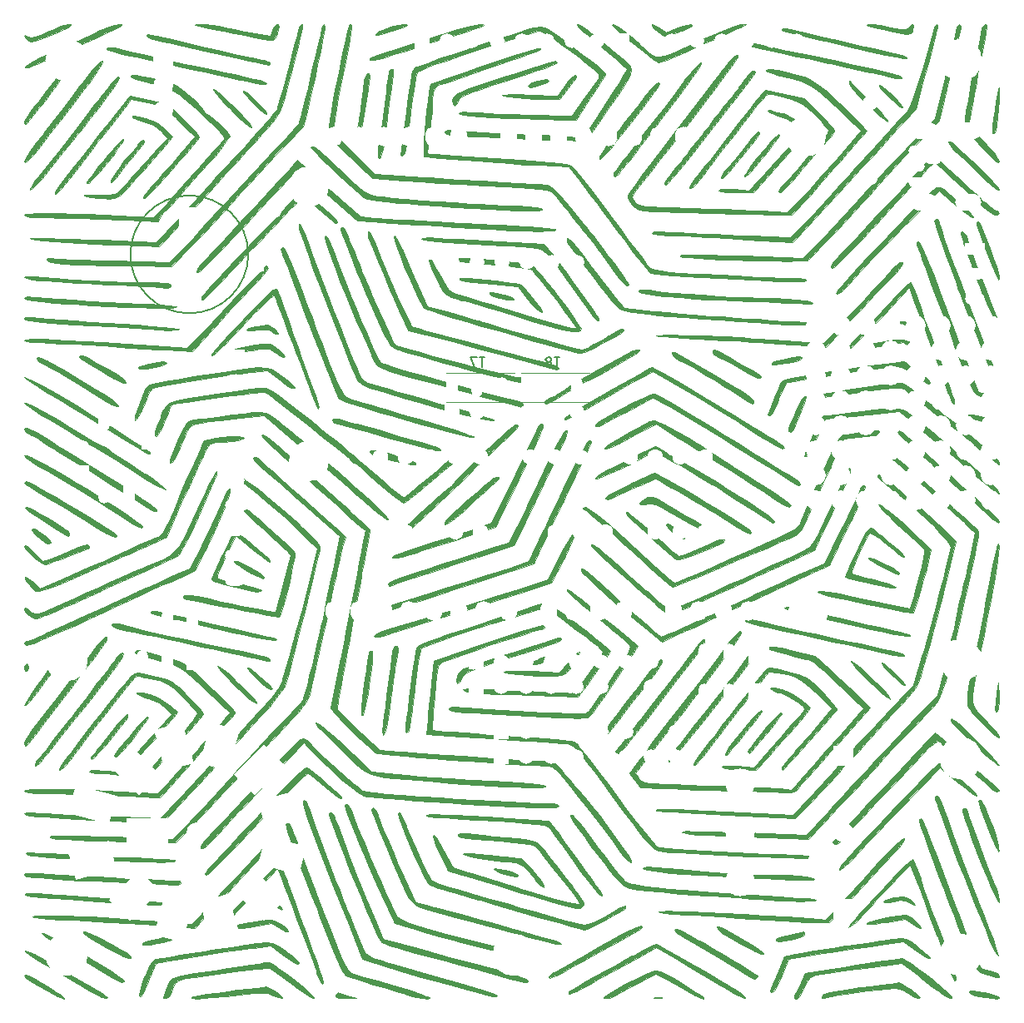
<source format=gbo>
G04 #@! TF.GenerationSoftware,KiCad,Pcbnew,(5.1.5)-3*
G04 #@! TF.CreationDate,2020-12-11T16:35:30-08:00*
G04 #@! TF.ProjectId,Luciebox_v3,4c756369-6562-46f7-985f-76332e6b6963,rev?*
G04 #@! TF.SameCoordinates,Original*
G04 #@! TF.FileFunction,Legend,Bot*
G04 #@! TF.FilePolarity,Positive*
%FSLAX46Y46*%
G04 Gerber Fmt 4.6, Leading zero omitted, Abs format (unit mm)*
G04 Created by KiCad (PCBNEW (5.1.5)-3) date 2020-12-11 16:35:30*
%MOMM*%
%LPD*%
G04 APERTURE LIST*
%ADD10C,0.010000*%
%ADD11C,0.120000*%
%ADD12C,0.150000*%
%ADD13C,1.524000*%
%ADD14C,1.500000*%
%ADD15R,1.500000X1.500000*%
%ADD16O,2.700000X1.700000*%
%ADD17O,1.650000X1.100000*%
%ADD18O,1.200000X2.000000*%
%ADD19R,1.200000X2.000000*%
%ADD20C,1.000000*%
%ADD21C,4.300000*%
%ADD22C,2.000000*%
%ADD23R,2.100000X2.000000*%
%ADD24C,3.000000*%
%ADD25R,4.300000X3.000000*%
%ADD26C,0.100000*%
%ADD27O,2.000000X1.200000*%
%ADD28R,2.000000X1.200000*%
%ADD29R,2.032000X2.032000*%
%ADD30C,2.032000*%
%ADD31R,2.000000X2.000000*%
%ADD32C,1.600000*%
%ADD33R,1.600000X1.600000*%
%ADD34O,1.727200X2.032000*%
%ADD35C,4.064000*%
%ADD36O,2.000000X2.000000*%
G04 APERTURE END LIST*
D10*
G36*
X65029675Y-99906820D02*
G01*
X65093944Y-99846965D01*
X64808402Y-99814378D01*
X64668293Y-99812381D01*
X64292596Y-99833911D01*
X64248320Y-99887514D01*
X64306911Y-99906820D01*
X64830652Y-99938935D01*
X65029675Y-99906820D01*
G37*
X65029675Y-99906820D02*
X65093944Y-99846965D01*
X64808402Y-99814378D01*
X64668293Y-99812381D01*
X64292596Y-99833911D01*
X64248320Y-99887514D01*
X64306911Y-99906820D01*
X64830652Y-99938935D01*
X65029675Y-99906820D01*
G36*
X34002439Y-99943347D02*
G01*
X33073171Y-99650540D01*
X32525437Y-99478389D01*
X32182646Y-99371487D01*
X32126694Y-99354598D01*
X31996791Y-99464373D01*
X31977430Y-99483519D01*
X31905718Y-99721874D01*
X32201514Y-99885729D01*
X32823105Y-99956379D01*
X33033732Y-99957161D01*
X34002439Y-99943347D01*
G37*
X34002439Y-99943347D02*
X33073171Y-99650540D01*
X32525437Y-99478389D01*
X32182646Y-99371487D01*
X32126694Y-99354598D01*
X31996791Y-99464373D01*
X31977430Y-99483519D01*
X31905718Y-99721874D01*
X32201514Y-99885729D01*
X32823105Y-99956379D01*
X33033732Y-99957161D01*
X34002439Y-99943347D01*
G36*
X99335652Y-99915797D02*
G01*
X99319929Y-99861094D01*
X99019248Y-99702921D01*
X98475708Y-99523217D01*
X97813581Y-99350717D01*
X97157138Y-99214156D01*
X96630652Y-99142270D01*
X96358392Y-99163796D01*
X96348690Y-99174047D01*
X96273955Y-99334589D01*
X96350695Y-99448456D01*
X96660709Y-99562052D01*
X97285800Y-99721784D01*
X97335753Y-99734006D01*
X98012169Y-99871050D01*
X98638605Y-99951362D01*
X99113590Y-99968444D01*
X99335652Y-99915797D01*
G37*
X99335652Y-99915797D02*
X99319929Y-99861094D01*
X99019248Y-99702921D01*
X98475708Y-99523217D01*
X97813581Y-99350717D01*
X97157138Y-99214156D01*
X96630652Y-99142270D01*
X96358392Y-99163796D01*
X96348690Y-99174047D01*
X96273955Y-99334589D01*
X96350695Y-99448456D01*
X96660709Y-99562052D01*
X97285800Y-99721784D01*
X97335753Y-99734006D01*
X98012169Y-99871050D01*
X98638605Y-99951362D01*
X99113590Y-99968444D01*
X99335652Y-99915797D01*
G36*
X18389775Y-99921503D02*
G01*
X19332047Y-99839789D01*
X20620601Y-99711475D01*
X21466442Y-99623029D01*
X22719969Y-99493011D01*
X23634412Y-99409046D01*
X24281155Y-99371473D01*
X24731584Y-99380627D01*
X25057085Y-99436849D01*
X25329042Y-99540474D01*
X25527337Y-99642235D01*
X26040764Y-99866218D01*
X26423665Y-99942692D01*
X26471785Y-99934310D01*
X26464491Y-99797135D01*
X26199676Y-99539582D01*
X25784313Y-99235479D01*
X25325378Y-98958658D01*
X24929847Y-98782948D01*
X24765810Y-98756918D01*
X24482699Y-98789803D01*
X23862362Y-98865319D01*
X22977348Y-98974523D01*
X21900209Y-99108471D01*
X20952877Y-99226940D01*
X19784260Y-99380646D01*
X18759980Y-99529042D01*
X17949793Y-99660920D01*
X17423454Y-99765071D01*
X17253013Y-99821486D01*
X17225404Y-99906609D01*
X17377978Y-99952957D01*
X17752260Y-99958574D01*
X18389775Y-99921503D01*
G37*
X18389775Y-99921503D02*
X19332047Y-99839789D01*
X20620601Y-99711475D01*
X21466442Y-99623029D01*
X22719969Y-99493011D01*
X23634412Y-99409046D01*
X24281155Y-99371473D01*
X24731584Y-99380627D01*
X25057085Y-99436849D01*
X25329042Y-99540474D01*
X25527337Y-99642235D01*
X26040764Y-99866218D01*
X26423665Y-99942692D01*
X26471785Y-99934310D01*
X26464491Y-99797135D01*
X26199676Y-99539582D01*
X25784313Y-99235479D01*
X25325378Y-98958658D01*
X24929847Y-98782948D01*
X24765810Y-98756918D01*
X24482699Y-98789803D01*
X23862362Y-98865319D01*
X22977348Y-98974523D01*
X21900209Y-99108471D01*
X20952877Y-99226940D01*
X19784260Y-99380646D01*
X18759980Y-99529042D01*
X17949793Y-99660920D01*
X17423454Y-99765071D01*
X17253013Y-99821486D01*
X17225404Y-99906609D01*
X17377978Y-99952957D01*
X17752260Y-99958574D01*
X18389775Y-99921503D01*
G36*
X81860067Y-99809386D02*
G01*
X82213915Y-99711639D01*
X82889227Y-99588271D01*
X83796111Y-99450547D01*
X84844675Y-99309729D01*
X85945024Y-99177079D01*
X87007267Y-99063859D01*
X87941510Y-98981334D01*
X88657859Y-98940764D01*
X88811407Y-98938455D01*
X89500805Y-99091689D01*
X90175517Y-99471746D01*
X90692568Y-99790365D01*
X91134225Y-99937980D01*
X91232376Y-99936153D01*
X91324628Y-99821786D01*
X91092531Y-99559616D01*
X90516284Y-99127863D01*
X90466003Y-99093107D01*
X89862358Y-98700939D01*
X89381419Y-98431354D01*
X89137236Y-98344568D01*
X88875094Y-98377941D01*
X88272722Y-98454897D01*
X87399553Y-98566556D01*
X86325022Y-98704039D01*
X85238590Y-98843102D01*
X83747564Y-99048143D01*
X82600232Y-99236609D01*
X81817255Y-99404522D01*
X81419298Y-99547909D01*
X81377867Y-99585887D01*
X81280329Y-99891450D01*
X81492717Y-99948893D01*
X81860067Y-99809386D01*
G37*
X81860067Y-99809386D02*
X82213915Y-99711639D01*
X82889227Y-99588271D01*
X83796111Y-99450547D01*
X84844675Y-99309729D01*
X85945024Y-99177079D01*
X87007267Y-99063859D01*
X87941510Y-98981334D01*
X88657859Y-98940764D01*
X88811407Y-98938455D01*
X89500805Y-99091689D01*
X90175517Y-99471746D01*
X90692568Y-99790365D01*
X91134225Y-99937980D01*
X91232376Y-99936153D01*
X91324628Y-99821786D01*
X91092531Y-99559616D01*
X90516284Y-99127863D01*
X90466003Y-99093107D01*
X89862358Y-98700939D01*
X89381419Y-98431354D01*
X89137236Y-98344568D01*
X88875094Y-98377941D01*
X88272722Y-98454897D01*
X87399553Y-98566556D01*
X86325022Y-98704039D01*
X85238590Y-98843102D01*
X83747564Y-99048143D01*
X82600232Y-99236609D01*
X81817255Y-99404522D01*
X81419298Y-99547909D01*
X81377867Y-99585887D01*
X81280329Y-99891450D01*
X81492717Y-99948893D01*
X81860067Y-99809386D01*
G36*
X4276013Y-99873285D02*
G01*
X3973146Y-99611267D01*
X3375787Y-99208057D01*
X2717073Y-98806193D01*
X1732472Y-98228653D01*
X1047826Y-97839901D01*
X609670Y-97615014D01*
X364538Y-97529074D01*
X258967Y-97557161D01*
X239025Y-97651185D01*
X409023Y-97851522D01*
X858198Y-98181852D01*
X1495322Y-98589480D01*
X2229163Y-99021713D01*
X2968493Y-99425856D01*
X3622083Y-99749214D01*
X4098703Y-99939093D01*
X4249392Y-99967586D01*
X4276013Y-99873285D01*
G37*
X4276013Y-99873285D02*
X3973146Y-99611267D01*
X3375787Y-99208057D01*
X2717073Y-98806193D01*
X1732472Y-98228653D01*
X1047826Y-97839901D01*
X609670Y-97615014D01*
X364538Y-97529074D01*
X258967Y-97557161D01*
X239025Y-97651185D01*
X409023Y-97851522D01*
X858198Y-98181852D01*
X1495322Y-98589480D01*
X2229163Y-99021713D01*
X2968493Y-99425856D01*
X3622083Y-99749214D01*
X4098703Y-99939093D01*
X4249392Y-99967586D01*
X4276013Y-99873285D01*
G36*
X69301221Y-99871863D02*
G01*
X68981336Y-99605356D01*
X68406063Y-99206076D01*
X67626485Y-98710992D01*
X67319687Y-98524841D01*
X66394565Y-97991041D01*
X65558411Y-97547698D01*
X64892291Y-97235068D01*
X64477272Y-97093408D01*
X64428630Y-97089165D01*
X64076628Y-97187335D01*
X63444792Y-97450285D01*
X62613818Y-97841310D01*
X61664399Y-98323706D01*
X61364228Y-98483067D01*
X60318556Y-99056422D01*
X59620239Y-99470925D01*
X59243319Y-99744398D01*
X59161839Y-99894665D01*
X59250872Y-99934146D01*
X59737286Y-99874733D01*
X60312756Y-99641874D01*
X60386644Y-99599474D01*
X61210041Y-99121468D01*
X62091635Y-98636562D01*
X62946733Y-98188136D01*
X63690640Y-97819570D01*
X64238662Y-97574245D01*
X64496040Y-97494670D01*
X64774143Y-97596587D01*
X65322406Y-97872177D01*
X66059406Y-98278397D01*
X66836585Y-98731951D01*
X67691313Y-99222976D01*
X68450252Y-99621753D01*
X69025755Y-99884540D01*
X69314634Y-99968626D01*
X69301221Y-99871863D01*
G37*
X69301221Y-99871863D02*
X68981336Y-99605356D01*
X68406063Y-99206076D01*
X67626485Y-98710992D01*
X67319687Y-98524841D01*
X66394565Y-97991041D01*
X65558411Y-97547698D01*
X64892291Y-97235068D01*
X64477272Y-97093408D01*
X64428630Y-97089165D01*
X64076628Y-97187335D01*
X63444792Y-97450285D01*
X62613818Y-97841310D01*
X61664399Y-98323706D01*
X61364228Y-98483067D01*
X60318556Y-99056422D01*
X59620239Y-99470925D01*
X59243319Y-99744398D01*
X59161839Y-99894665D01*
X59250872Y-99934146D01*
X59737286Y-99874733D01*
X60312756Y-99641874D01*
X60386644Y-99599474D01*
X61210041Y-99121468D01*
X62091635Y-98636562D01*
X62946733Y-98188136D01*
X63690640Y-97819570D01*
X64238662Y-97574245D01*
X64496040Y-97494670D01*
X64774143Y-97596587D01*
X65322406Y-97872177D01*
X66059406Y-98278397D01*
X66836585Y-98731951D01*
X67691313Y-99222976D01*
X68450252Y-99621753D01*
X69025755Y-99884540D01*
X69314634Y-99968626D01*
X69301221Y-99871863D01*
G36*
X14620818Y-99935407D02*
G01*
X14904171Y-99705794D01*
X15182970Y-99203978D01*
X15257750Y-99003707D01*
X15523591Y-98402227D01*
X15860082Y-98100109D01*
X16100878Y-98022649D01*
X16665884Y-97920473D01*
X17542385Y-97781802D01*
X18631931Y-97620356D01*
X19836072Y-97449857D01*
X21056359Y-97284027D01*
X22194343Y-97136587D01*
X23151574Y-97021257D01*
X23705015Y-96962829D01*
X25178322Y-96824749D01*
X27266007Y-98413236D01*
X28082956Y-99010761D01*
X28805254Y-99494612D01*
X29359261Y-99818501D01*
X29671335Y-99936142D01*
X29686689Y-99934723D01*
X29661363Y-99797514D01*
X29363836Y-99473474D01*
X28859283Y-99014003D01*
X28212876Y-98470503D01*
X27489789Y-97894376D01*
X26755194Y-97337023D01*
X26074266Y-96849846D01*
X25512177Y-96484246D01*
X25134100Y-96291625D01*
X25046017Y-96274662D01*
X24718383Y-96312892D01*
X24075884Y-96401561D01*
X23211722Y-96527404D01*
X22231707Y-96675221D01*
X20974852Y-96868271D01*
X19590579Y-97081556D01*
X18282311Y-97283705D01*
X17585366Y-97391738D01*
X16668627Y-97552827D01*
X15897351Y-97723198D01*
X15367959Y-97879501D01*
X15188915Y-97972073D01*
X14978887Y-98305295D01*
X14718210Y-98858019D01*
X14616276Y-99109390D01*
X14419218Y-99649110D01*
X14379768Y-99899633D01*
X14498437Y-99953726D01*
X14620818Y-99935407D01*
G37*
X14620818Y-99935407D02*
X14904171Y-99705794D01*
X15182970Y-99203978D01*
X15257750Y-99003707D01*
X15523591Y-98402227D01*
X15860082Y-98100109D01*
X16100878Y-98022649D01*
X16665884Y-97920473D01*
X17542385Y-97781802D01*
X18631931Y-97620356D01*
X19836072Y-97449857D01*
X21056359Y-97284027D01*
X22194343Y-97136587D01*
X23151574Y-97021257D01*
X23705015Y-96962829D01*
X25178322Y-96824749D01*
X27266007Y-98413236D01*
X28082956Y-99010761D01*
X28805254Y-99494612D01*
X29359261Y-99818501D01*
X29671335Y-99936142D01*
X29686689Y-99934723D01*
X29661363Y-99797514D01*
X29363836Y-99473474D01*
X28859283Y-99014003D01*
X28212876Y-98470503D01*
X27489789Y-97894376D01*
X26755194Y-97337023D01*
X26074266Y-96849846D01*
X25512177Y-96484246D01*
X25134100Y-96291625D01*
X25046017Y-96274662D01*
X24718383Y-96312892D01*
X24075884Y-96401561D01*
X23211722Y-96527404D01*
X22231707Y-96675221D01*
X20974852Y-96868271D01*
X19590579Y-97081556D01*
X18282311Y-97283705D01*
X17585366Y-97391738D01*
X16668627Y-97552827D01*
X15897351Y-97723198D01*
X15367959Y-97879501D01*
X15188915Y-97972073D01*
X14978887Y-98305295D01*
X14718210Y-98858019D01*
X14616276Y-99109390D01*
X14419218Y-99649110D01*
X14379768Y-99899633D01*
X14498437Y-99953726D01*
X14620818Y-99935407D01*
G36*
X79049593Y-99785206D02*
G01*
X79328590Y-99289426D01*
X79476467Y-98915518D01*
X79797252Y-98203876D01*
X80144529Y-97769368D01*
X80262752Y-97699939D01*
X80447531Y-97645239D01*
X80766637Y-97577441D01*
X81257805Y-97490815D01*
X81958770Y-97379628D01*
X82907264Y-97238148D01*
X84141023Y-97060643D01*
X85697779Y-96841381D01*
X87615268Y-96574630D01*
X88240495Y-96488084D01*
X89407006Y-96326750D01*
X91052969Y-97580977D01*
X91853690Y-98193296D01*
X92619313Y-98782511D01*
X93231656Y-99257521D01*
X93438847Y-99420120D01*
X93951534Y-99759900D01*
X94378597Y-99932351D01*
X94495909Y-99936380D01*
X94527035Y-99783778D01*
X94217521Y-99421287D01*
X93576188Y-98859140D01*
X93546894Y-98835203D01*
X92201817Y-97751209D01*
X91143714Y-96928270D01*
X90352141Y-96351629D01*
X89806656Y-96006531D01*
X89486815Y-95878221D01*
X89448781Y-95877219D01*
X89097401Y-95918390D01*
X88471750Y-96001674D01*
X87706184Y-96109177D01*
X87693496Y-96111002D01*
X86972087Y-96218635D01*
X85956662Y-96375337D01*
X84760769Y-96563338D01*
X83497956Y-96764868D01*
X82943903Y-96854297D01*
X79639838Y-97389675D01*
X79083971Y-98525447D01*
X78738107Y-99249451D01*
X78567079Y-99681048D01*
X78556486Y-99894937D01*
X78691931Y-99965816D01*
X78805329Y-99970975D01*
X79049593Y-99785206D01*
G37*
X79049593Y-99785206D02*
X79328590Y-99289426D01*
X79476467Y-98915518D01*
X79797252Y-98203876D01*
X80144529Y-97769368D01*
X80262752Y-97699939D01*
X80447531Y-97645239D01*
X80766637Y-97577441D01*
X81257805Y-97490815D01*
X81958770Y-97379628D01*
X82907264Y-97238148D01*
X84141023Y-97060643D01*
X85697779Y-96841381D01*
X87615268Y-96574630D01*
X88240495Y-96488084D01*
X89407006Y-96326750D01*
X91052969Y-97580977D01*
X91853690Y-98193296D01*
X92619313Y-98782511D01*
X93231656Y-99257521D01*
X93438847Y-99420120D01*
X93951534Y-99759900D01*
X94378597Y-99932351D01*
X94495909Y-99936380D01*
X94527035Y-99783778D01*
X94217521Y-99421287D01*
X93576188Y-98859140D01*
X93546894Y-98835203D01*
X92201817Y-97751209D01*
X91143714Y-96928270D01*
X90352141Y-96351629D01*
X89806656Y-96006531D01*
X89486815Y-95878221D01*
X89448781Y-95877219D01*
X89097401Y-95918390D01*
X88471750Y-96001674D01*
X87706184Y-96109177D01*
X87693496Y-96111002D01*
X86972087Y-96218635D01*
X85956662Y-96375337D01*
X84760769Y-96563338D01*
X83497956Y-96764868D01*
X82943903Y-96854297D01*
X79639838Y-97389675D01*
X79083971Y-98525447D01*
X78738107Y-99249451D01*
X78567079Y-99681048D01*
X78556486Y-99894937D01*
X78691931Y-99965816D01*
X78805329Y-99970975D01*
X79049593Y-99785206D01*
G36*
X8671783Y-99834924D02*
G01*
X8455793Y-99618925D01*
X7891967Y-99261078D01*
X7649764Y-99122029D01*
X6999567Y-98752962D01*
X6091771Y-98235718D01*
X5026978Y-97627711D01*
X3905787Y-96986356D01*
X3398214Y-96695606D01*
X2124961Y-95973563D01*
X1191643Y-95462650D01*
X586431Y-95157575D01*
X297498Y-95053045D01*
X313016Y-95143767D01*
X621157Y-95424449D01*
X697201Y-95486939D01*
X1219243Y-95856078D01*
X1905742Y-96273070D01*
X2245982Y-96458884D01*
X2796652Y-96762474D01*
X3597064Y-97224885D01*
X4546211Y-97786866D01*
X5543092Y-98389169D01*
X5694937Y-98482050D01*
X6630176Y-99033688D01*
X7460601Y-99483533D01*
X8111919Y-99794097D01*
X8509839Y-99927891D01*
X8562587Y-99929102D01*
X8671783Y-99834924D01*
G37*
X8671783Y-99834924D02*
X8455793Y-99618925D01*
X7891967Y-99261078D01*
X7649764Y-99122029D01*
X6999567Y-98752962D01*
X6091771Y-98235718D01*
X5026978Y-97627711D01*
X3905787Y-96986356D01*
X3398214Y-96695606D01*
X2124961Y-95973563D01*
X1191643Y-95462650D01*
X586431Y-95157575D01*
X297498Y-95053045D01*
X313016Y-95143767D01*
X621157Y-95424449D01*
X697201Y-95486939D01*
X1219243Y-95856078D01*
X1905742Y-96273070D01*
X2245982Y-96458884D01*
X2796652Y-96762474D01*
X3597064Y-97224885D01*
X4546211Y-97786866D01*
X5543092Y-98389169D01*
X5694937Y-98482050D01*
X6630176Y-99033688D01*
X7460601Y-99483533D01*
X8111919Y-99794097D01*
X8509839Y-99927891D01*
X8562587Y-99929102D01*
X8671783Y-99834924D01*
G36*
X73490378Y-99803071D02*
G01*
X73154365Y-99514318D01*
X72574198Y-99102499D01*
X71805991Y-98610446D01*
X71788999Y-98600022D01*
X71001791Y-98124681D01*
X70061817Y-97568302D01*
X69031495Y-96966553D01*
X67973247Y-96355104D01*
X66949492Y-95769625D01*
X66022651Y-95245784D01*
X65255144Y-94819252D01*
X64709391Y-94525697D01*
X64447812Y-94400789D01*
X64437013Y-94398800D01*
X64235210Y-94491051D01*
X63740623Y-94740515D01*
X63025066Y-95110389D01*
X62160356Y-95563869D01*
X62055174Y-95619412D01*
X61242386Y-96055977D01*
X60289720Y-96578751D01*
X59268115Y-97147505D01*
X58248505Y-97722012D01*
X57301829Y-98262043D01*
X56499022Y-98727371D01*
X55911022Y-99077768D01*
X55608765Y-99273005D01*
X55599323Y-99280494D01*
X55622858Y-99459630D01*
X55638901Y-99477085D01*
X55853486Y-99425990D01*
X56357236Y-99199847D01*
X57082687Y-98831911D01*
X57962371Y-98355435D01*
X58306245Y-98162363D01*
X59432196Y-97529045D01*
X60626134Y-96865362D01*
X61746604Y-96249513D01*
X62652152Y-95759695D01*
X62662622Y-95754109D01*
X64477277Y-94786199D01*
X66379695Y-95874185D01*
X67322592Y-96421968D01*
X68468578Y-97100590D01*
X69670366Y-97822229D01*
X70742003Y-98475271D01*
X71656494Y-99019851D01*
X72465274Y-99468142D01*
X73095037Y-99781950D01*
X73472482Y-99923078D01*
X73526123Y-99925928D01*
X73490378Y-99803071D01*
G37*
X73490378Y-99803071D02*
X73154365Y-99514318D01*
X72574198Y-99102499D01*
X71805991Y-98610446D01*
X71788999Y-98600022D01*
X71001791Y-98124681D01*
X70061817Y-97568302D01*
X69031495Y-96966553D01*
X67973247Y-96355104D01*
X66949492Y-95769625D01*
X66022651Y-95245784D01*
X65255144Y-94819252D01*
X64709391Y-94525697D01*
X64447812Y-94400789D01*
X64437013Y-94398800D01*
X64235210Y-94491051D01*
X63740623Y-94740515D01*
X63025066Y-95110389D01*
X62160356Y-95563869D01*
X62055174Y-95619412D01*
X61242386Y-96055977D01*
X60289720Y-96578751D01*
X59268115Y-97147505D01*
X58248505Y-97722012D01*
X57301829Y-98262043D01*
X56499022Y-98727371D01*
X55911022Y-99077768D01*
X55608765Y-99273005D01*
X55599323Y-99280494D01*
X55622858Y-99459630D01*
X55638901Y-99477085D01*
X55853486Y-99425990D01*
X56357236Y-99199847D01*
X57082687Y-98831911D01*
X57962371Y-98355435D01*
X58306245Y-98162363D01*
X59432196Y-97529045D01*
X60626134Y-96865362D01*
X61746604Y-96249513D01*
X62652152Y-95759695D01*
X62662622Y-95754109D01*
X64477277Y-94786199D01*
X66379695Y-95874185D01*
X67322592Y-96421968D01*
X68468578Y-97100590D01*
X69670366Y-97822229D01*
X70742003Y-98475271D01*
X71656494Y-99019851D01*
X72465274Y-99468142D01*
X73095037Y-99781950D01*
X73472482Y-99923078D01*
X73526123Y-99925928D01*
X73490378Y-99803071D01*
G36*
X12088712Y-99717166D02*
G01*
X12240063Y-99477755D01*
X12469810Y-98990698D01*
X12814843Y-98194954D01*
X12895183Y-98006860D01*
X13595661Y-96365363D01*
X14919375Y-96119373D01*
X16103973Y-95910157D01*
X17529149Y-95675341D01*
X19074138Y-95433266D01*
X20618175Y-95202274D01*
X22040496Y-95000705D01*
X23220337Y-94846901D01*
X23561312Y-94806886D01*
X25303924Y-94611070D01*
X26400181Y-95438752D01*
X27219554Y-96029713D01*
X27761485Y-96351633D01*
X28050800Y-96416910D01*
X28117073Y-96296271D01*
X27962114Y-96081987D01*
X27551913Y-95703619D01*
X26968482Y-95235482D01*
X26839280Y-95138405D01*
X26066316Y-94604864D01*
X25442547Y-94312729D01*
X24815166Y-94221681D01*
X24031363Y-94291400D01*
X23780488Y-94331321D01*
X23431883Y-94387358D01*
X22741231Y-94496593D01*
X21774567Y-94648646D01*
X20597930Y-94833139D01*
X19277356Y-95039694D01*
X18617886Y-95142670D01*
X17259624Y-95356146D01*
X16021130Y-95553627D01*
X14966654Y-95724642D01*
X14160446Y-95858718D01*
X13666754Y-95945382D01*
X13558537Y-95967333D01*
X13272529Y-96175398D01*
X12941950Y-96695340D01*
X12542530Y-97567284D01*
X12441539Y-97813980D01*
X12146090Y-98595726D01*
X11943307Y-99228976D01*
X11861153Y-99621007D01*
X11873653Y-99697203D01*
X11978872Y-99769969D01*
X12088712Y-99717166D01*
G37*
X12088712Y-99717166D02*
X12240063Y-99477755D01*
X12469810Y-98990698D01*
X12814843Y-98194954D01*
X12895183Y-98006860D01*
X13595661Y-96365363D01*
X14919375Y-96119373D01*
X16103973Y-95910157D01*
X17529149Y-95675341D01*
X19074138Y-95433266D01*
X20618175Y-95202274D01*
X22040496Y-95000705D01*
X23220337Y-94846901D01*
X23561312Y-94806886D01*
X25303924Y-94611070D01*
X26400181Y-95438752D01*
X27219554Y-96029713D01*
X27761485Y-96351633D01*
X28050800Y-96416910D01*
X28117073Y-96296271D01*
X27962114Y-96081987D01*
X27551913Y-95703619D01*
X26968482Y-95235482D01*
X26839280Y-95138405D01*
X26066316Y-94604864D01*
X25442547Y-94312729D01*
X24815166Y-94221681D01*
X24031363Y-94291400D01*
X23780488Y-94331321D01*
X23431883Y-94387358D01*
X22741231Y-94496593D01*
X21774567Y-94648646D01*
X20597930Y-94833139D01*
X19277356Y-95039694D01*
X18617886Y-95142670D01*
X17259624Y-95356146D01*
X16021130Y-95553627D01*
X14966654Y-95724642D01*
X14160446Y-95858718D01*
X13666754Y-95945382D01*
X13558537Y-95967333D01*
X13272529Y-96175398D01*
X12941950Y-96695340D01*
X12542530Y-97567284D01*
X12441539Y-97813980D01*
X12146090Y-98595726D01*
X11943307Y-99228976D01*
X11861153Y-99621007D01*
X11873653Y-99697203D01*
X11978872Y-99769969D01*
X12088712Y-99717166D01*
G36*
X76461176Y-99169819D02*
G01*
X76748283Y-98688532D01*
X77079557Y-97993057D01*
X77232736Y-97626709D01*
X77923195Y-95904842D01*
X81362817Y-95366303D01*
X82747745Y-95152181D01*
X84217394Y-94929541D01*
X85626280Y-94720138D01*
X86828918Y-94545728D01*
X87206714Y-94492436D01*
X89610989Y-94157107D01*
X90893510Y-95101245D01*
X91660567Y-95624740D01*
X92151441Y-95882554D01*
X92346958Y-95890569D01*
X92227942Y-95664663D01*
X91775221Y-95220716D01*
X91260494Y-94797320D01*
X90517974Y-94249927D01*
X89939885Y-93941333D01*
X89388410Y-93828871D01*
X88725731Y-93869876D01*
X88416260Y-93916793D01*
X88058504Y-93972311D01*
X87363558Y-94077473D01*
X86402806Y-94221576D01*
X85247633Y-94393918D01*
X83969425Y-94583798D01*
X83769919Y-94613365D01*
X82432357Y-94814389D01*
X81162966Y-95010422D01*
X80045397Y-95188145D01*
X79163301Y-95334241D01*
X78600330Y-95435390D01*
X78574582Y-95440535D01*
X77509326Y-95655828D01*
X76819297Y-97338233D01*
X76501913Y-98111810D01*
X76244345Y-98739110D01*
X76086788Y-99122263D01*
X76060434Y-99186051D01*
X76155886Y-99334664D01*
X76266938Y-99350019D01*
X76461176Y-99169819D01*
G37*
X76461176Y-99169819D02*
X76748283Y-98688532D01*
X77079557Y-97993057D01*
X77232736Y-97626709D01*
X77923195Y-95904842D01*
X81362817Y-95366303D01*
X82747745Y-95152181D01*
X84217394Y-94929541D01*
X85626280Y-94720138D01*
X86828918Y-94545728D01*
X87206714Y-94492436D01*
X89610989Y-94157107D01*
X90893510Y-95101245D01*
X91660567Y-95624740D01*
X92151441Y-95882554D01*
X92346958Y-95890569D01*
X92227942Y-95664663D01*
X91775221Y-95220716D01*
X91260494Y-94797320D01*
X90517974Y-94249927D01*
X89939885Y-93941333D01*
X89388410Y-93828871D01*
X88725731Y-93869876D01*
X88416260Y-93916793D01*
X88058504Y-93972311D01*
X87363558Y-94077473D01*
X86402806Y-94221576D01*
X85247633Y-94393918D01*
X83969425Y-94583798D01*
X83769919Y-94613365D01*
X82432357Y-94814389D01*
X81162966Y-95010422D01*
X80045397Y-95188145D01*
X79163301Y-95334241D01*
X78600330Y-95435390D01*
X78574582Y-95440535D01*
X77509326Y-95655828D01*
X76819297Y-97338233D01*
X76501913Y-98111810D01*
X76244345Y-98739110D01*
X76086788Y-99122263D01*
X76060434Y-99186051D01*
X76155886Y-99334664D01*
X76266938Y-99350019D01*
X76461176Y-99169819D01*
G36*
X13027583Y-94477752D02*
G01*
X13683500Y-94368926D01*
X14347761Y-94231179D01*
X14889743Y-94088866D01*
X15176936Y-93967960D01*
X15265807Y-93786562D01*
X14981351Y-93720450D01*
X14347263Y-93771118D01*
X13714394Y-93875678D01*
X12845932Y-94063216D01*
X12354326Y-94234375D01*
X12204640Y-94404456D01*
X12263279Y-94511219D01*
X12510634Y-94533302D01*
X13027583Y-94477752D01*
G37*
X13027583Y-94477752D02*
X13683500Y-94368926D01*
X14347761Y-94231179D01*
X14889743Y-94088866D01*
X15176936Y-93967960D01*
X15265807Y-93786562D01*
X14981351Y-93720450D01*
X14347263Y-93771118D01*
X13714394Y-93875678D01*
X12845932Y-94063216D01*
X12354326Y-94234375D01*
X12204640Y-94404456D01*
X12263279Y-94511219D01*
X12510634Y-94533302D01*
X13027583Y-94477752D01*
G36*
X77488512Y-94091547D02*
G01*
X78133124Y-93967048D01*
X78772437Y-93800208D01*
X79279889Y-93620586D01*
X79528922Y-93457737D01*
X79536585Y-93430403D01*
X79505689Y-93191649D01*
X79484959Y-93176572D01*
X79271988Y-93223730D01*
X78767049Y-93326860D01*
X78143663Y-93450932D01*
X77275714Y-93645959D01*
X76783908Y-93820660D01*
X76632945Y-93990675D01*
X76689629Y-94095293D01*
X76965160Y-94144147D01*
X77488512Y-94091547D01*
G37*
X77488512Y-94091547D02*
X78133124Y-93967048D01*
X78772437Y-93800208D01*
X79279889Y-93620586D01*
X79528922Y-93457737D01*
X79536585Y-93430403D01*
X79505689Y-93191649D01*
X79484959Y-93176572D01*
X79271988Y-93223730D01*
X78767049Y-93326860D01*
X78143663Y-93450932D01*
X77275714Y-93645959D01*
X76783908Y-93820660D01*
X76632945Y-93990675D01*
X76689629Y-94095293D01*
X76965160Y-94144147D01*
X77488512Y-94091547D01*
G36*
X10349499Y-98201687D02*
G01*
X10355167Y-98164065D01*
X10184875Y-97966465D01*
X9717869Y-97615339D01*
X9014552Y-97145707D01*
X8135326Y-96592587D01*
X7140594Y-95990999D01*
X6090757Y-95375960D01*
X5046218Y-94782491D01*
X4067379Y-94245609D01*
X3214643Y-93800333D01*
X2548411Y-93481683D01*
X2129087Y-93324677D01*
X2015273Y-93328925D01*
X2155356Y-93472709D01*
X2592519Y-93787819D01*
X3267022Y-94237600D01*
X4119126Y-94785399D01*
X5089089Y-95394562D01*
X6117171Y-96028436D01*
X7143634Y-96650367D01*
X8108737Y-97223702D01*
X8952739Y-97711786D01*
X9615900Y-98077967D01*
X10038482Y-98285591D01*
X10148286Y-98318943D01*
X10349499Y-98201687D01*
G37*
X10349499Y-98201687D02*
X10355167Y-98164065D01*
X10184875Y-97966465D01*
X9717869Y-97615339D01*
X9014552Y-97145707D01*
X8135326Y-96592587D01*
X7140594Y-95990999D01*
X6090757Y-95375960D01*
X5046218Y-94782491D01*
X4067379Y-94245609D01*
X3214643Y-93800333D01*
X2548411Y-93481683D01*
X2129087Y-93324677D01*
X2015273Y-93328925D01*
X2155356Y-93472709D01*
X2592519Y-93787819D01*
X3267022Y-94237600D01*
X4119126Y-94785399D01*
X5089089Y-95394562D01*
X6117171Y-96028436D01*
X7143634Y-96650367D01*
X8108737Y-97223702D01*
X8952739Y-97711786D01*
X9615900Y-98077967D01*
X10038482Y-98285591D01*
X10148286Y-98318943D01*
X10349499Y-98201687D01*
G36*
X11060876Y-95872628D02*
G01*
X11082478Y-95749650D01*
X10971884Y-95593397D01*
X10682369Y-95372785D01*
X10167207Y-95056729D01*
X9379674Y-94614146D01*
X8273043Y-94013951D01*
X8241057Y-93996751D01*
X7437739Y-93581454D01*
X6786689Y-93276521D01*
X6360082Y-93113624D01*
X6227642Y-93113234D01*
X6246582Y-93245005D01*
X6335248Y-93383391D01*
X6541412Y-93559618D01*
X6912846Y-93804915D01*
X7497321Y-94150510D01*
X8342610Y-94627631D01*
X9496483Y-95267506D01*
X9668746Y-95362673D01*
X10310386Y-95683351D01*
X10805611Y-95868110D01*
X11054505Y-95880347D01*
X11060876Y-95872628D01*
G37*
X11060876Y-95872628D02*
X11082478Y-95749650D01*
X10971884Y-95593397D01*
X10682369Y-95372785D01*
X10167207Y-95056729D01*
X9379674Y-94614146D01*
X8273043Y-94013951D01*
X8241057Y-93996751D01*
X7437739Y-93581454D01*
X6786689Y-93276521D01*
X6360082Y-93113624D01*
X6227642Y-93113234D01*
X6246582Y-93245005D01*
X6335248Y-93383391D01*
X6541412Y-93559618D01*
X6912846Y-93804915D01*
X7497321Y-94150510D01*
X8342610Y-94627631D01*
X9496483Y-95267506D01*
X9668746Y-95362673D01*
X10310386Y-95683351D01*
X10805611Y-95868110D01*
X11054505Y-95880347D01*
X11060876Y-95872628D01*
G36*
X74665058Y-97903967D02*
G01*
X74792434Y-97680347D01*
X74773225Y-97632748D01*
X74469954Y-97423126D01*
X73888497Y-97052778D01*
X73107391Y-96569131D01*
X72205169Y-96019609D01*
X71260367Y-95451639D01*
X70351519Y-94912647D01*
X69557161Y-94450057D01*
X68955827Y-94111295D01*
X68828559Y-94042883D01*
X68136014Y-93671810D01*
X67579120Y-93363392D01*
X67266334Y-93177851D01*
X67249594Y-93166144D01*
X66840424Y-92935867D01*
X66499881Y-92852248D01*
X66358643Y-92941877D01*
X66366987Y-92986570D01*
X66606816Y-93296605D01*
X66745624Y-93392892D01*
X67279032Y-93695350D01*
X68060746Y-94151842D01*
X69009251Y-94713394D01*
X70043032Y-95331036D01*
X71080576Y-95955793D01*
X72040366Y-96538693D01*
X72840888Y-97030763D01*
X73400628Y-97383032D01*
X73543052Y-97476666D01*
X74176315Y-97844503D01*
X74578166Y-97943800D01*
X74665058Y-97903967D01*
G37*
X74665058Y-97903967D02*
X74792434Y-97680347D01*
X74773225Y-97632748D01*
X74469954Y-97423126D01*
X73888497Y-97052778D01*
X73107391Y-96569131D01*
X72205169Y-96019609D01*
X71260367Y-95451639D01*
X70351519Y-94912647D01*
X69557161Y-94450057D01*
X68955827Y-94111295D01*
X68828559Y-94042883D01*
X68136014Y-93671810D01*
X67579120Y-93363392D01*
X67266334Y-93177851D01*
X67249594Y-93166144D01*
X66840424Y-92935867D01*
X66499881Y-92852248D01*
X66358643Y-92941877D01*
X66366987Y-92986570D01*
X66606816Y-93296605D01*
X66745624Y-93392892D01*
X67279032Y-93695350D01*
X68060746Y-94151842D01*
X69009251Y-94713394D01*
X70043032Y-95331036D01*
X71080576Y-95955793D01*
X72040366Y-96538693D01*
X72840888Y-97030763D01*
X73400628Y-97383032D01*
X73543052Y-97476666D01*
X74176315Y-97844503D01*
X74578166Y-97943800D01*
X74665058Y-97903967D01*
G36*
X75344145Y-95296128D02*
G01*
X74993411Y-94989972D01*
X74339516Y-94542417D01*
X73402518Y-93982358D01*
X72339088Y-93385377D01*
X71582603Y-92977504D01*
X71084935Y-92736889D01*
X70797959Y-92641685D01*
X70673549Y-92670044D01*
X70656911Y-92735926D01*
X70785931Y-92956126D01*
X71191766Y-93283279D01*
X71902572Y-93736089D01*
X72946509Y-94333257D01*
X73599594Y-94690409D01*
X74519443Y-95158026D01*
X75112955Y-95400973D01*
X75385925Y-95440068D01*
X75344145Y-95296128D01*
G37*
X75344145Y-95296128D02*
X74993411Y-94989972D01*
X74339516Y-94542417D01*
X73402518Y-93982358D01*
X72339088Y-93385377D01*
X71582603Y-92977504D01*
X71084935Y-92736889D01*
X70797959Y-92641685D01*
X70673549Y-92670044D01*
X70656911Y-92735926D01*
X70785931Y-92956126D01*
X71191766Y-93283279D01*
X71902572Y-93736089D01*
X72946509Y-94333257D01*
X73599594Y-94690409D01*
X74519443Y-95158026D01*
X75112955Y-95400973D01*
X75385925Y-95440068D01*
X75344145Y-95296128D01*
G36*
X54098349Y-97737814D02*
G01*
X54705292Y-97457507D01*
X55169106Y-97189069D01*
X55688561Y-96882076D01*
X56437214Y-96459685D01*
X57278599Y-95998505D01*
X57543903Y-95855908D01*
X59260931Y-94932862D01*
X60629382Y-94185292D01*
X61669009Y-93601832D01*
X62399563Y-93171116D01*
X62840797Y-92881779D01*
X63012462Y-92722456D01*
X63016260Y-92707079D01*
X62946761Y-92578672D01*
X62708108Y-92592259D01*
X62255069Y-92765413D01*
X61542412Y-93115708D01*
X60524904Y-93660718D01*
X60434959Y-93709978D01*
X59339583Y-94319312D01*
X58127902Y-95007113D01*
X56991917Y-95663911D01*
X56511382Y-95947026D01*
X55670368Y-96439020D01*
X54903562Y-96873450D01*
X54316760Y-97191082D01*
X54084959Y-97305525D01*
X53682452Y-97540827D01*
X53517073Y-97746494D01*
X53675687Y-97843115D01*
X54098349Y-97737814D01*
G37*
X54098349Y-97737814D02*
X54705292Y-97457507D01*
X55169106Y-97189069D01*
X55688561Y-96882076D01*
X56437214Y-96459685D01*
X57278599Y-95998505D01*
X57543903Y-95855908D01*
X59260931Y-94932862D01*
X60629382Y-94185292D01*
X61669009Y-93601832D01*
X62399563Y-93171116D01*
X62840797Y-92881779D01*
X63012462Y-92722456D01*
X63016260Y-92707079D01*
X62946761Y-92578672D01*
X62708108Y-92592259D01*
X62255069Y-92765413D01*
X61542412Y-93115708D01*
X60524904Y-93660718D01*
X60434959Y-93709978D01*
X59339583Y-94319312D01*
X58127902Y-95007113D01*
X56991917Y-95663911D01*
X56511382Y-95947026D01*
X55670368Y-96439020D01*
X54903562Y-96873450D01*
X54316760Y-97191082D01*
X54084959Y-97305525D01*
X53682452Y-97540827D01*
X53517073Y-97746494D01*
X53675687Y-97843115D01*
X54098349Y-97737814D01*
G36*
X27081997Y-93107306D02*
G01*
X26903416Y-92798581D01*
X26462095Y-92452621D01*
X25891897Y-92147437D01*
X25326682Y-91961040D01*
X25074034Y-91937117D01*
X24574143Y-91983647D01*
X23838075Y-92085262D01*
X23117833Y-92203973D01*
X22188708Y-92396574D01*
X21651510Y-92576112D01*
X21485701Y-92750744D01*
X21531101Y-92834326D01*
X21761129Y-92842029D01*
X22302209Y-92786971D01*
X23059011Y-92680081D01*
X23500857Y-92608534D01*
X25379621Y-92291750D01*
X26232087Y-92829888D01*
X26772328Y-93125010D01*
X27051506Y-93171098D01*
X27081997Y-93107306D01*
G37*
X27081997Y-93107306D02*
X26903416Y-92798581D01*
X26462095Y-92452621D01*
X25891897Y-92147437D01*
X25326682Y-91961040D01*
X25074034Y-91937117D01*
X24574143Y-91983647D01*
X23838075Y-92085262D01*
X23117833Y-92203973D01*
X22188708Y-92396574D01*
X21651510Y-92576112D01*
X21485701Y-92750744D01*
X21531101Y-92834326D01*
X21761129Y-92842029D01*
X22302209Y-92786971D01*
X23059011Y-92680081D01*
X23500857Y-92608534D01*
X25379621Y-92291750D01*
X26232087Y-92829888D01*
X26772328Y-93125010D01*
X27051506Y-93171098D01*
X27081997Y-93107306D01*
G36*
X91395860Y-92767133D02*
G01*
X91317075Y-92544207D01*
X90989542Y-92192443D01*
X90513598Y-91803721D01*
X89989578Y-91469919D01*
X89965041Y-91456909D01*
X89682161Y-91447976D01*
X89099802Y-91515610D01*
X88321543Y-91646270D01*
X87930456Y-91722952D01*
X86930765Y-91938913D01*
X86293311Y-92107444D01*
X85972197Y-92244371D01*
X85921523Y-92365519D01*
X85955420Y-92403961D01*
X86183373Y-92404981D01*
X86723269Y-92346550D01*
X87480150Y-92239968D01*
X87928359Y-92169201D01*
X89815254Y-91860805D01*
X90542708Y-92415661D01*
X91018478Y-92717992D01*
X91336425Y-92803513D01*
X91395860Y-92767133D01*
G37*
X91395860Y-92767133D02*
X91317075Y-92544207D01*
X90989542Y-92192443D01*
X90513598Y-91803721D01*
X89989578Y-91469919D01*
X89965041Y-91456909D01*
X89682161Y-91447976D01*
X89099802Y-91515610D01*
X88321543Y-91646270D01*
X87930456Y-91722952D01*
X86930765Y-91938913D01*
X86293311Y-92107444D01*
X85972197Y-92244371D01*
X85921523Y-92365519D01*
X85955420Y-92403961D01*
X86183373Y-92404981D01*
X86723269Y-92346550D01*
X87480150Y-92239968D01*
X87928359Y-92169201D01*
X89815254Y-91860805D01*
X90542708Y-92415661D01*
X91018478Y-92717992D01*
X91336425Y-92803513D01*
X91395860Y-92767133D01*
G36*
X26458492Y-90892972D02*
G01*
X26305081Y-90622321D01*
X26087398Y-90400542D01*
X25522600Y-90145420D01*
X24661932Y-90099542D01*
X23677236Y-90242469D01*
X23276178Y-90370616D01*
X23221033Y-90481472D01*
X23444723Y-90554024D01*
X23880169Y-90567260D01*
X24460293Y-90500169D01*
X24485245Y-90495576D01*
X25133646Y-90410809D01*
X25567393Y-90479252D01*
X25953665Y-90719029D01*
X26332308Y-90946751D01*
X26458492Y-90892972D01*
G37*
X26458492Y-90892972D02*
X26305081Y-90622321D01*
X26087398Y-90400542D01*
X25522600Y-90145420D01*
X24661932Y-90099542D01*
X23677236Y-90242469D01*
X23276178Y-90370616D01*
X23221033Y-90481472D01*
X23444723Y-90554024D01*
X23880169Y-90567260D01*
X24460293Y-90500169D01*
X24485245Y-90495576D01*
X25133646Y-90410809D01*
X25567393Y-90479252D01*
X25953665Y-90719029D01*
X26332308Y-90946751D01*
X26458492Y-90892972D01*
G36*
X90803003Y-90390932D02*
G01*
X90645527Y-90156989D01*
X90338312Y-89913563D01*
X89918790Y-89682593D01*
X89474460Y-89609983D01*
X88835239Y-89673930D01*
X88674390Y-89700282D01*
X88070674Y-89834115D01*
X87677083Y-89982090D01*
X87590244Y-90069369D01*
X87733135Y-90164106D01*
X88186508Y-90148374D01*
X88987413Y-90019720D01*
X89320184Y-89954897D01*
X89773523Y-90005389D01*
X90204271Y-90202465D01*
X90646111Y-90427228D01*
X90803003Y-90390932D01*
G37*
X90803003Y-90390932D02*
X90645527Y-90156989D01*
X90338312Y-89913563D01*
X89918790Y-89682593D01*
X89474460Y-89609983D01*
X88835239Y-89673930D01*
X88674390Y-89700282D01*
X88070674Y-89834115D01*
X87677083Y-89982090D01*
X87590244Y-90069369D01*
X87733135Y-90164106D01*
X88186508Y-90148374D01*
X88987413Y-90019720D01*
X89320184Y-89954897D01*
X89773523Y-90005389D01*
X90204271Y-90202465D01*
X90646111Y-90427228D01*
X90803003Y-90390932D01*
G36*
X16169201Y-90487848D02*
G01*
X16439268Y-90434095D01*
X16407440Y-90312623D01*
X16056167Y-90249694D01*
X16026260Y-90248674D01*
X15572792Y-90231969D01*
X14965971Y-90201487D01*
X14170525Y-90154893D01*
X13151182Y-90089854D01*
X11872669Y-90004037D01*
X10299715Y-89895105D01*
X8397046Y-89760727D01*
X6129391Y-89598568D01*
X5298374Y-89538807D01*
X3702848Y-89424769D01*
X2474649Y-89340310D01*
X1569227Y-89284433D01*
X942036Y-89256139D01*
X548525Y-89254429D01*
X344148Y-89278305D01*
X284355Y-89326770D01*
X324599Y-89398823D01*
X352602Y-89427968D01*
X566268Y-89492171D01*
X1097760Y-89568285D01*
X1959390Y-89657252D01*
X3163466Y-89760014D01*
X4722298Y-89877514D01*
X6648197Y-90010696D01*
X8953472Y-90160501D01*
X11650433Y-90327873D01*
X13765041Y-90455222D01*
X14743822Y-90499277D01*
X15574566Y-90509921D01*
X16169201Y-90487848D01*
G37*
X16169201Y-90487848D02*
X16439268Y-90434095D01*
X16407440Y-90312623D01*
X16056167Y-90249694D01*
X16026260Y-90248674D01*
X15572792Y-90231969D01*
X14965971Y-90201487D01*
X14170525Y-90154893D01*
X13151182Y-90089854D01*
X11872669Y-90004037D01*
X10299715Y-89895105D01*
X8397046Y-89760727D01*
X6129391Y-89598568D01*
X5298374Y-89538807D01*
X3702848Y-89424769D01*
X2474649Y-89340310D01*
X1569227Y-89284433D01*
X942036Y-89256139D01*
X548525Y-89254429D01*
X344148Y-89278305D01*
X284355Y-89326770D01*
X324599Y-89398823D01*
X352602Y-89427968D01*
X566268Y-89492171D01*
X1097760Y-89568285D01*
X1959390Y-89657252D01*
X3163466Y-89760014D01*
X4722298Y-89877514D01*
X6648197Y-90010696D01*
X8953472Y-90160501D01*
X11650433Y-90327873D01*
X13765041Y-90455222D01*
X14743822Y-90499277D01*
X15574566Y-90509921D01*
X16169201Y-90487848D01*
G36*
X15874488Y-88361269D02*
G01*
X16124600Y-88271309D01*
X16139838Y-88226880D01*
X16032193Y-88002668D01*
X15984959Y-87990539D01*
X15126063Y-87964290D01*
X13936756Y-87915842D01*
X12498794Y-87849322D01*
X10893935Y-87768858D01*
X9203935Y-87678580D01*
X7510552Y-87582614D01*
X5895542Y-87485089D01*
X5579567Y-87465151D01*
X3959250Y-87362057D01*
X2704506Y-87283657D01*
X1768685Y-87229158D01*
X1105139Y-87197765D01*
X667219Y-87188685D01*
X408275Y-87201122D01*
X281661Y-87234284D01*
X240726Y-87287375D01*
X238823Y-87359601D01*
X239025Y-87374228D01*
X414103Y-87536234D01*
X703659Y-87582862D01*
X1090755Y-87599906D01*
X1785757Y-87644502D01*
X2685016Y-87709579D01*
X3543090Y-87776565D01*
X4643399Y-87855099D01*
X6002417Y-87936700D01*
X7466005Y-88012909D01*
X8880024Y-88075266D01*
X9221951Y-88088218D01*
X10527820Y-88139704D01*
X11856491Y-88199050D01*
X13078209Y-88260013D01*
X14063221Y-88316350D01*
X14332927Y-88334160D01*
X15289401Y-88381499D01*
X15874488Y-88361269D01*
G37*
X15874488Y-88361269D02*
X16124600Y-88271309D01*
X16139838Y-88226880D01*
X16032193Y-88002668D01*
X15984959Y-87990539D01*
X15126063Y-87964290D01*
X13936756Y-87915842D01*
X12498794Y-87849322D01*
X10893935Y-87768858D01*
X9203935Y-87678580D01*
X7510552Y-87582614D01*
X5895542Y-87485089D01*
X5579567Y-87465151D01*
X3959250Y-87362057D01*
X2704506Y-87283657D01*
X1768685Y-87229158D01*
X1105139Y-87197765D01*
X667219Y-87188685D01*
X408275Y-87201122D01*
X281661Y-87234284D01*
X240726Y-87287375D01*
X238823Y-87359601D01*
X239025Y-87374228D01*
X414103Y-87536234D01*
X703659Y-87582862D01*
X1090755Y-87599906D01*
X1785757Y-87644502D01*
X2685016Y-87709579D01*
X3543090Y-87776565D01*
X4643399Y-87855099D01*
X6002417Y-87936700D01*
X7466005Y-88012909D01*
X8880024Y-88075266D01*
X9221951Y-88088218D01*
X10527820Y-88139704D01*
X11856491Y-88199050D01*
X13078209Y-88260013D01*
X14063221Y-88316350D01*
X14332927Y-88334160D01*
X15289401Y-88381499D01*
X15874488Y-88361269D01*
G36*
X79959667Y-87922739D02*
G01*
X80436764Y-87882546D01*
X80569106Y-87825074D01*
X80371630Y-87693846D01*
X79815057Y-87578124D01*
X78953168Y-87483084D01*
X77839745Y-87413903D01*
X76528569Y-87375757D01*
X75840846Y-87369983D01*
X74711712Y-87347558D01*
X73264357Y-87283238D01*
X71479696Y-87175783D01*
X69338648Y-87023949D01*
X66822128Y-86826496D01*
X64461789Y-86629396D01*
X63625604Y-86577945D01*
X63180370Y-86601205D01*
X63110674Y-86700102D01*
X63119512Y-86709935D01*
X63293649Y-86807777D01*
X63637654Y-86902023D01*
X64175935Y-86994589D01*
X64932901Y-87087389D01*
X65932958Y-87182338D01*
X67200514Y-87281351D01*
X68759978Y-87386342D01*
X70635757Y-87499227D01*
X72852260Y-87621919D01*
X75433893Y-87756334D01*
X78245935Y-87896585D01*
X79204849Y-87928174D01*
X79959667Y-87922739D01*
G37*
X79959667Y-87922739D02*
X80436764Y-87882546D01*
X80569106Y-87825074D01*
X80371630Y-87693846D01*
X79815057Y-87578124D01*
X78953168Y-87483084D01*
X77839745Y-87413903D01*
X76528569Y-87375757D01*
X75840846Y-87369983D01*
X74711712Y-87347558D01*
X73264357Y-87283238D01*
X71479696Y-87175783D01*
X69338648Y-87023949D01*
X66822128Y-86826496D01*
X64461789Y-86629396D01*
X63625604Y-86577945D01*
X63180370Y-86601205D01*
X63110674Y-86700102D01*
X63119512Y-86709935D01*
X63293649Y-86807777D01*
X63637654Y-86902023D01*
X64175935Y-86994589D01*
X64932901Y-87087389D01*
X65932958Y-87182338D01*
X67200514Y-87281351D01*
X68759978Y-87386342D01*
X70635757Y-87499227D01*
X72852260Y-87621919D01*
X75433893Y-87756334D01*
X78245935Y-87896585D01*
X79204849Y-87928174D01*
X79959667Y-87922739D01*
G36*
X50405756Y-87472399D02*
G01*
X50419512Y-87399641D01*
X50235900Y-87259182D01*
X49757394Y-87073156D01*
X49170093Y-86903822D01*
X48451228Y-86751500D01*
X48056110Y-86734001D01*
X47993354Y-86807136D01*
X48219160Y-86991725D01*
X48706801Y-87207746D01*
X48984644Y-87299821D01*
X49763158Y-87508971D01*
X50217563Y-87565155D01*
X50405756Y-87472399D01*
G37*
X50405756Y-87472399D02*
X50419512Y-87399641D01*
X50235900Y-87259182D01*
X49757394Y-87073156D01*
X49170093Y-86903822D01*
X48451228Y-86751500D01*
X48056110Y-86734001D01*
X47993354Y-86807136D01*
X48219160Y-86991725D01*
X48706801Y-87207746D01*
X48984644Y-87299821D01*
X49763158Y-87508971D01*
X50217563Y-87565155D01*
X50405756Y-87472399D01*
G36*
X30611458Y-98342950D02*
G01*
X30518029Y-97892190D01*
X30295557Y-97193763D01*
X30204768Y-96942687D01*
X29900758Y-96122387D01*
X29502328Y-95047671D01*
X29058717Y-93851338D01*
X28619164Y-92666190D01*
X28571180Y-92536829D01*
X28133974Y-91346324D01*
X27688746Y-90113680D01*
X27285089Y-88977401D01*
X26972595Y-88075990D01*
X26949431Y-88007544D01*
X26665927Y-87226305D01*
X26406009Y-86613617D01*
X26210560Y-86261839D01*
X26155285Y-86213451D01*
X25923880Y-86329347D01*
X25510915Y-86683785D01*
X25003447Y-87201589D01*
X24975566Y-87232167D01*
X24480873Y-87769675D01*
X23781002Y-88520699D01*
X22955866Y-89399925D01*
X22085378Y-90322041D01*
X21747601Y-90678293D01*
X20995596Y-91485613D01*
X20372713Y-92183875D01*
X19922600Y-92721681D01*
X19688903Y-93047633D01*
X19672989Y-93121294D01*
X19879275Y-92998938D01*
X20335527Y-92593247D01*
X21016962Y-91929252D01*
X21898800Y-91031986D01*
X22956259Y-89926479D01*
X24164558Y-88637764D01*
X24920585Y-87820716D01*
X25935992Y-86718424D01*
X26185571Y-87304456D01*
X26357791Y-87733005D01*
X26646153Y-88476940D01*
X27023604Y-89464257D01*
X27463090Y-90622953D01*
X27937557Y-91881025D01*
X28419950Y-93166470D01*
X28883216Y-94407284D01*
X29300300Y-95531463D01*
X29644149Y-96467004D01*
X29887708Y-97141904D01*
X29963328Y-97358826D01*
X30205021Y-97958590D01*
X30442535Y-98372013D01*
X30560435Y-98479467D01*
X30611458Y-98342950D01*
G37*
X30611458Y-98342950D02*
X30518029Y-97892190D01*
X30295557Y-97193763D01*
X30204768Y-96942687D01*
X29900758Y-96122387D01*
X29502328Y-95047671D01*
X29058717Y-93851338D01*
X28619164Y-92666190D01*
X28571180Y-92536829D01*
X28133974Y-91346324D01*
X27688746Y-90113680D01*
X27285089Y-88977401D01*
X26972595Y-88075990D01*
X26949431Y-88007544D01*
X26665927Y-87226305D01*
X26406009Y-86613617D01*
X26210560Y-86261839D01*
X26155285Y-86213451D01*
X25923880Y-86329347D01*
X25510915Y-86683785D01*
X25003447Y-87201589D01*
X24975566Y-87232167D01*
X24480873Y-87769675D01*
X23781002Y-88520699D01*
X22955866Y-89399925D01*
X22085378Y-90322041D01*
X21747601Y-90678293D01*
X20995596Y-91485613D01*
X20372713Y-92183875D01*
X19922600Y-92721681D01*
X19688903Y-93047633D01*
X19672989Y-93121294D01*
X19879275Y-92998938D01*
X20335527Y-92593247D01*
X21016962Y-91929252D01*
X21898800Y-91031986D01*
X22956259Y-89926479D01*
X24164558Y-88637764D01*
X24920585Y-87820716D01*
X25935992Y-86718424D01*
X26185571Y-87304456D01*
X26357791Y-87733005D01*
X26646153Y-88476940D01*
X27023604Y-89464257D01*
X27463090Y-90622953D01*
X27937557Y-91881025D01*
X28419950Y-93166470D01*
X28883216Y-94407284D01*
X29300300Y-95531463D01*
X29644149Y-96467004D01*
X29887708Y-97141904D01*
X29963328Y-97358826D01*
X30205021Y-97958590D01*
X30442535Y-98372013D01*
X30560435Y-98479467D01*
X30611458Y-98342950D01*
G36*
X94938732Y-98060428D02*
G01*
X94914017Y-97829276D01*
X94756629Y-97266244D01*
X94484750Y-96423924D01*
X94116562Y-95354910D01*
X93670245Y-94111793D01*
X93163981Y-92747165D01*
X92615951Y-91313619D01*
X92529477Y-91091301D01*
X92172437Y-90129250D01*
X91775736Y-88989256D01*
X91415050Y-87889953D01*
X91355787Y-87700340D01*
X91085314Y-86889603D01*
X90832811Y-86244029D01*
X90636097Y-85855544D01*
X90568055Y-85785530D01*
X90371062Y-85909470D01*
X89937824Y-86296710D01*
X89310641Y-86905611D01*
X88531813Y-87694535D01*
X87643641Y-88621843D01*
X87123185Y-89176491D01*
X86212619Y-90164110D01*
X85416554Y-91047400D01*
X84772040Y-91783583D01*
X84316129Y-92329880D01*
X84085869Y-92643511D01*
X84069928Y-92701828D01*
X84295799Y-92588926D01*
X84764150Y-92171331D01*
X85480024Y-91444068D01*
X86448464Y-90402163D01*
X86854088Y-89955528D01*
X87244055Y-89535610D01*
X87826932Y-88921711D01*
X88506512Y-88214787D01*
X88875477Y-87834376D01*
X90336962Y-86332737D01*
X91359282Y-89073401D01*
X91804025Y-90261097D01*
X92269080Y-91495330D01*
X92700667Y-92633809D01*
X93045007Y-93534244D01*
X93058539Y-93569349D01*
X93438091Y-94567289D01*
X93829149Y-95617750D01*
X94157876Y-96521982D01*
X94209333Y-96666910D01*
X94485587Y-97440310D01*
X94663142Y-97893366D01*
X94778575Y-98095963D01*
X94868465Y-98117981D01*
X94938732Y-98060428D01*
G37*
X94938732Y-98060428D02*
X94914017Y-97829276D01*
X94756629Y-97266244D01*
X94484750Y-96423924D01*
X94116562Y-95354910D01*
X93670245Y-94111793D01*
X93163981Y-92747165D01*
X92615951Y-91313619D01*
X92529477Y-91091301D01*
X92172437Y-90129250D01*
X91775736Y-88989256D01*
X91415050Y-87889953D01*
X91355787Y-87700340D01*
X91085314Y-86889603D01*
X90832811Y-86244029D01*
X90636097Y-85855544D01*
X90568055Y-85785530D01*
X90371062Y-85909470D01*
X89937824Y-86296710D01*
X89310641Y-86905611D01*
X88531813Y-87694535D01*
X87643641Y-88621843D01*
X87123185Y-89176491D01*
X86212619Y-90164110D01*
X85416554Y-91047400D01*
X84772040Y-91783583D01*
X84316129Y-92329880D01*
X84085869Y-92643511D01*
X84069928Y-92701828D01*
X84295799Y-92588926D01*
X84764150Y-92171331D01*
X85480024Y-91444068D01*
X86448464Y-90402163D01*
X86854088Y-89955528D01*
X87244055Y-89535610D01*
X87826932Y-88921711D01*
X88506512Y-88214787D01*
X88875477Y-87834376D01*
X90336962Y-86332737D01*
X91359282Y-89073401D01*
X91804025Y-90261097D01*
X92269080Y-91495330D01*
X92700667Y-92633809D01*
X93045007Y-93534244D01*
X93058539Y-93569349D01*
X93438091Y-94567289D01*
X93829149Y-95617750D01*
X94157876Y-96521982D01*
X94209333Y-96666910D01*
X94485587Y-97440310D01*
X94663142Y-97893366D01*
X94778575Y-98095963D01*
X94868465Y-98117981D01*
X94938732Y-98060428D01*
G36*
X53056458Y-88469066D02*
G01*
X52830343Y-88071588D01*
X52391673Y-87473440D01*
X52145844Y-87167723D01*
X51596757Y-86528332D01*
X51128076Y-86033726D01*
X50810806Y-85756619D01*
X50734291Y-85722195D01*
X50435259Y-85699843D01*
X49841203Y-85640556D01*
X49067239Y-85555990D01*
X48865314Y-85532975D01*
X47460454Y-85374392D01*
X46415815Y-85264584D01*
X45681891Y-85200364D01*
X45209177Y-85178547D01*
X44948167Y-85195945D01*
X44849354Y-85249372D01*
X44843903Y-85274133D01*
X45041676Y-85383291D01*
X45602851Y-85518203D01*
X46479205Y-85670803D01*
X47622519Y-85833021D01*
X48984573Y-85996790D01*
X49490244Y-86051530D01*
X50130206Y-86139559D01*
X50615156Y-86289321D01*
X51039345Y-86566034D01*
X51497022Y-87034917D01*
X52082438Y-87761190D01*
X52222407Y-87942114D01*
X52616957Y-88366276D01*
X52963890Y-88598392D01*
X53037556Y-88613252D01*
X53056458Y-88469066D01*
G37*
X53056458Y-88469066D02*
X52830343Y-88071588D01*
X52391673Y-87473440D01*
X52145844Y-87167723D01*
X51596757Y-86528332D01*
X51128076Y-86033726D01*
X50810806Y-85756619D01*
X50734291Y-85722195D01*
X50435259Y-85699843D01*
X49841203Y-85640556D01*
X49067239Y-85555990D01*
X48865314Y-85532975D01*
X47460454Y-85374392D01*
X46415815Y-85264584D01*
X45681891Y-85200364D01*
X45209177Y-85178547D01*
X44948167Y-85195945D01*
X44849354Y-85249372D01*
X44843903Y-85274133D01*
X45041676Y-85383291D01*
X45602851Y-85518203D01*
X46479205Y-85670803D01*
X47622519Y-85833021D01*
X48984573Y-85996790D01*
X49490244Y-86051530D01*
X50130206Y-86139559D01*
X50615156Y-86289321D01*
X51039345Y-86566034D01*
X51497022Y-87034917D01*
X52082438Y-87761190D01*
X52222407Y-87942114D01*
X52616957Y-88366276D01*
X52963890Y-88598392D01*
X53037556Y-88613252D01*
X53056458Y-88469066D01*
G36*
X14908878Y-86071773D02*
G01*
X15339948Y-86035349D01*
X15534118Y-85970091D01*
X15526447Y-85875424D01*
X15503117Y-85852323D01*
X15280299Y-85823107D01*
X14706546Y-85784933D01*
X13843754Y-85740867D01*
X12753822Y-85693977D01*
X11498647Y-85647328D01*
X11080488Y-85633225D01*
X9569181Y-85578134D01*
X7999396Y-85511596D01*
X6490138Y-85439298D01*
X5160407Y-85366927D01*
X4162602Y-85302616D01*
X2714072Y-85202428D01*
X1642649Y-85141757D01*
X914334Y-85120495D01*
X495132Y-85138532D01*
X351046Y-85195757D01*
X445529Y-85290624D01*
X608569Y-85351103D01*
X898275Y-85408183D01*
X1349054Y-85464178D01*
X1995313Y-85521402D01*
X2871460Y-85582167D01*
X4011902Y-85648786D01*
X5451047Y-85723572D01*
X7223304Y-85808839D01*
X9363078Y-85906899D01*
X10114440Y-85940616D01*
X11843690Y-86013784D01*
X13195808Y-86060416D01*
X14205851Y-86079937D01*
X14908878Y-86071773D01*
G37*
X14908878Y-86071773D02*
X15339948Y-86035349D01*
X15534118Y-85970091D01*
X15526447Y-85875424D01*
X15503117Y-85852323D01*
X15280299Y-85823107D01*
X14706546Y-85784933D01*
X13843754Y-85740867D01*
X12753822Y-85693977D01*
X11498647Y-85647328D01*
X11080488Y-85633225D01*
X9569181Y-85578134D01*
X7999396Y-85511596D01*
X6490138Y-85439298D01*
X5160407Y-85366927D01*
X4162602Y-85302616D01*
X2714072Y-85202428D01*
X1642649Y-85141757D01*
X914334Y-85120495D01*
X495132Y-85138532D01*
X351046Y-85195757D01*
X445529Y-85290624D01*
X608569Y-85351103D01*
X898275Y-85408183D01*
X1349054Y-85464178D01*
X1995313Y-85521402D01*
X2871460Y-85582167D01*
X4011902Y-85648786D01*
X5451047Y-85723572D01*
X7223304Y-85808839D01*
X9363078Y-85906899D01*
X10114440Y-85940616D01*
X11843690Y-86013784D01*
X13195808Y-86060416D01*
X14205851Y-86079937D01*
X14908878Y-86071773D01*
G36*
X18871340Y-91383110D02*
G01*
X20663680Y-89425347D01*
X22216600Y-87751585D01*
X23519421Y-86373269D01*
X24234561Y-85633573D01*
X24785561Y-85052672D01*
X25202814Y-84578992D01*
X25417702Y-84291675D01*
X25432520Y-84251858D01*
X25370805Y-84059378D01*
X25166893Y-84093211D01*
X24792635Y-84375548D01*
X24219880Y-84928583D01*
X23420478Y-85774510D01*
X23208633Y-86005146D01*
X22276293Y-87019154D01*
X21200937Y-88181070D01*
X20123544Y-89338928D01*
X19285056Y-90234500D01*
X17275610Y-92372008D01*
X14178049Y-92145774D01*
X12749964Y-92041818D01*
X11145459Y-91925570D01*
X9560020Y-91811165D01*
X8189134Y-91712739D01*
X8177751Y-91711925D01*
X7043990Y-91641471D01*
X5878448Y-91587542D01*
X4732322Y-91550087D01*
X3656810Y-91529055D01*
X2703108Y-91524393D01*
X1922413Y-91536051D01*
X1365922Y-91563976D01*
X1084833Y-91608118D01*
X1130341Y-91668425D01*
X1374797Y-91718774D01*
X1872196Y-91774838D01*
X2710255Y-91842807D01*
X3816956Y-91917998D01*
X5120284Y-91995724D01*
X6548222Y-92071300D01*
X7466667Y-92115120D01*
X9053089Y-92192538D01*
X10668257Y-92280271D01*
X12212413Y-92372257D01*
X13585800Y-92462436D01*
X14688660Y-92544749D01*
X15051015Y-92575865D01*
X17576014Y-92805666D01*
X18871340Y-91383110D01*
G37*
X18871340Y-91383110D02*
X20663680Y-89425347D01*
X22216600Y-87751585D01*
X23519421Y-86373269D01*
X24234561Y-85633573D01*
X24785561Y-85052672D01*
X25202814Y-84578992D01*
X25417702Y-84291675D01*
X25432520Y-84251858D01*
X25370805Y-84059378D01*
X25166893Y-84093211D01*
X24792635Y-84375548D01*
X24219880Y-84928583D01*
X23420478Y-85774510D01*
X23208633Y-86005146D01*
X22276293Y-87019154D01*
X21200937Y-88181070D01*
X20123544Y-89338928D01*
X19285056Y-90234500D01*
X17275610Y-92372008D01*
X14178049Y-92145774D01*
X12749964Y-92041818D01*
X11145459Y-91925570D01*
X9560020Y-91811165D01*
X8189134Y-91712739D01*
X8177751Y-91711925D01*
X7043990Y-91641471D01*
X5878448Y-91587542D01*
X4732322Y-91550087D01*
X3656810Y-91529055D01*
X2703108Y-91524393D01*
X1922413Y-91536051D01*
X1365922Y-91563976D01*
X1084833Y-91608118D01*
X1130341Y-91668425D01*
X1374797Y-91718774D01*
X1872196Y-91774838D01*
X2710255Y-91842807D01*
X3816956Y-91917998D01*
X5120284Y-91995724D01*
X6548222Y-92071300D01*
X7466667Y-92115120D01*
X9053089Y-92192538D01*
X10668257Y-92280271D01*
X12212413Y-92372257D01*
X13585800Y-92462436D01*
X14688660Y-92544749D01*
X15051015Y-92575865D01*
X17576014Y-92805666D01*
X18871340Y-91383110D01*
G36*
X84347599Y-89749024D02*
G01*
X85283468Y-88731513D01*
X86284639Y-87655205D01*
X87247405Y-86630854D01*
X88068056Y-85769218D01*
X88270127Y-85559949D01*
X89073118Y-84697988D01*
X89562319Y-84090347D01*
X89743375Y-83729550D01*
X89720240Y-83639509D01*
X89520745Y-83709307D01*
X89075529Y-84077603D01*
X88380333Y-84748583D01*
X87430899Y-85726434D01*
X86222968Y-87015343D01*
X85607852Y-87682779D01*
X81704878Y-91935464D01*
X80156098Y-91820906D01*
X77776944Y-91651012D01*
X75489877Y-91499403D01*
X73330352Y-91367657D01*
X71333823Y-91257354D01*
X69535745Y-91170073D01*
X67971574Y-91107393D01*
X66676764Y-91070893D01*
X65686771Y-91062151D01*
X65037049Y-91082748D01*
X64763054Y-91134261D01*
X64761962Y-91135301D01*
X64898170Y-91199053D01*
X65364018Y-91270515D01*
X66076559Y-91338782D01*
X66564366Y-91372268D01*
X67293573Y-91416609D01*
X68357053Y-91482248D01*
X69676899Y-91564328D01*
X71175204Y-91657992D01*
X72774063Y-91758383D01*
X74270732Y-91852752D01*
X75831194Y-91949236D01*
X77306702Y-92036494D01*
X78632256Y-92110990D01*
X79742858Y-92169187D01*
X80573507Y-92207548D01*
X81059206Y-92222539D01*
X81068721Y-92222595D01*
X82084597Y-92227073D01*
X84347599Y-89749024D01*
G37*
X84347599Y-89749024D02*
X85283468Y-88731513D01*
X86284639Y-87655205D01*
X87247405Y-86630854D01*
X88068056Y-85769218D01*
X88270127Y-85559949D01*
X89073118Y-84697988D01*
X89562319Y-84090347D01*
X89743375Y-83729550D01*
X89720240Y-83639509D01*
X89520745Y-83709307D01*
X89075529Y-84077603D01*
X88380333Y-84748583D01*
X87430899Y-85726434D01*
X86222968Y-87015343D01*
X85607852Y-87682779D01*
X81704878Y-91935464D01*
X80156098Y-91820906D01*
X77776944Y-91651012D01*
X75489877Y-91499403D01*
X73330352Y-91367657D01*
X71333823Y-91257354D01*
X69535745Y-91170073D01*
X67971574Y-91107393D01*
X66676764Y-91070893D01*
X65686771Y-91062151D01*
X65037049Y-91082748D01*
X64763054Y-91134261D01*
X64761962Y-91135301D01*
X64898170Y-91199053D01*
X65364018Y-91270515D01*
X66076559Y-91338782D01*
X66564366Y-91372268D01*
X67293573Y-91416609D01*
X68357053Y-91482248D01*
X69676899Y-91564328D01*
X71175204Y-91657992D01*
X72774063Y-91758383D01*
X74270732Y-91852752D01*
X75831194Y-91949236D01*
X77306702Y-92036494D01*
X78632256Y-92110990D01*
X79742858Y-92169187D01*
X80573507Y-92207548D01*
X81059206Y-92222539D01*
X81068721Y-92222595D01*
X82084597Y-92227073D01*
X84347599Y-89749024D01*
G36*
X56862675Y-90691757D02*
G01*
X56978041Y-90609891D01*
X57101821Y-90436454D01*
X57101808Y-90219508D01*
X56944651Y-89890429D01*
X56597000Y-89380589D01*
X56025505Y-88621362D01*
X55987699Y-88572028D01*
X55259245Y-87630832D01*
X54453057Y-86603144D01*
X53707134Y-85664488D01*
X53474551Y-85375516D01*
X53086546Y-84884371D01*
X52783075Y-84511800D01*
X52502299Y-84236672D01*
X52182375Y-84037855D01*
X51761465Y-83894216D01*
X51177727Y-83784623D01*
X50369320Y-83687946D01*
X49274405Y-83583050D01*
X47838211Y-83449478D01*
X46853335Y-83352369D01*
X45970269Y-83259215D01*
X45301378Y-83182211D01*
X45006787Y-83142218D01*
X44556216Y-83138048D01*
X44327204Y-83244856D01*
X44307544Y-83355387D01*
X44428289Y-83450504D01*
X44735186Y-83537669D01*
X45273985Y-83624345D01*
X46090434Y-83717995D01*
X47230280Y-83826082D01*
X48631837Y-83947039D01*
X49928572Y-84061115D01*
X50874674Y-84159808D01*
X51531648Y-84254567D01*
X51960998Y-84356842D01*
X52224227Y-84478082D01*
X52382840Y-84629738D01*
X52395828Y-84647749D01*
X52618967Y-84944268D01*
X53049316Y-85497779D01*
X53635683Y-86243090D01*
X54326871Y-87115009D01*
X54772349Y-87674002D01*
X55467735Y-88558982D01*
X56051806Y-89329531D01*
X56483873Y-89929718D01*
X56723250Y-90303610D01*
X56755291Y-90399966D01*
X56528838Y-90383398D01*
X55976990Y-90265185D01*
X55169387Y-90064187D01*
X54175671Y-89799266D01*
X53065483Y-89489283D01*
X51908464Y-89153100D01*
X50774256Y-88809578D01*
X50109756Y-88600125D01*
X48964812Y-88237098D01*
X47641622Y-87826401D01*
X46053731Y-87341327D01*
X45082970Y-87047279D01*
X43773258Y-86651463D01*
X42971850Y-85066672D01*
X42474239Y-84133817D01*
X42096962Y-83536211D01*
X41851355Y-83288661D01*
X41748750Y-83405976D01*
X41746342Y-83465463D01*
X41829456Y-83754164D01*
X42051215Y-84312867D01*
X42370242Y-85039865D01*
X42509853Y-85342264D01*
X43273364Y-86973373D01*
X44420015Y-87297160D01*
X45044362Y-87478353D01*
X45952644Y-87748236D01*
X47034171Y-88073644D01*
X48178254Y-88421413D01*
X48457724Y-88506934D01*
X50479332Y-89124558D01*
X52143559Y-89627375D01*
X53487027Y-90024423D01*
X54546356Y-90324743D01*
X55358168Y-90537371D01*
X55959084Y-90671349D01*
X56385727Y-90735713D01*
X56674717Y-90739503D01*
X56862675Y-90691757D01*
G37*
X56862675Y-90691757D02*
X56978041Y-90609891D01*
X57101821Y-90436454D01*
X57101808Y-90219508D01*
X56944651Y-89890429D01*
X56597000Y-89380589D01*
X56025505Y-88621362D01*
X55987699Y-88572028D01*
X55259245Y-87630832D01*
X54453057Y-86603144D01*
X53707134Y-85664488D01*
X53474551Y-85375516D01*
X53086546Y-84884371D01*
X52783075Y-84511800D01*
X52502299Y-84236672D01*
X52182375Y-84037855D01*
X51761465Y-83894216D01*
X51177727Y-83784623D01*
X50369320Y-83687946D01*
X49274405Y-83583050D01*
X47838211Y-83449478D01*
X46853335Y-83352369D01*
X45970269Y-83259215D01*
X45301378Y-83182211D01*
X45006787Y-83142218D01*
X44556216Y-83138048D01*
X44327204Y-83244856D01*
X44307544Y-83355387D01*
X44428289Y-83450504D01*
X44735186Y-83537669D01*
X45273985Y-83624345D01*
X46090434Y-83717995D01*
X47230280Y-83826082D01*
X48631837Y-83947039D01*
X49928572Y-84061115D01*
X50874674Y-84159808D01*
X51531648Y-84254567D01*
X51960998Y-84356842D01*
X52224227Y-84478082D01*
X52382840Y-84629738D01*
X52395828Y-84647749D01*
X52618967Y-84944268D01*
X53049316Y-85497779D01*
X53635683Y-86243090D01*
X54326871Y-87115009D01*
X54772349Y-87674002D01*
X55467735Y-88558982D01*
X56051806Y-89329531D01*
X56483873Y-89929718D01*
X56723250Y-90303610D01*
X56755291Y-90399966D01*
X56528838Y-90383398D01*
X55976990Y-90265185D01*
X55169387Y-90064187D01*
X54175671Y-89799266D01*
X53065483Y-89489283D01*
X51908464Y-89153100D01*
X50774256Y-88809578D01*
X50109756Y-88600125D01*
X48964812Y-88237098D01*
X47641622Y-87826401D01*
X46053731Y-87341327D01*
X45082970Y-87047279D01*
X43773258Y-86651463D01*
X42971850Y-85066672D01*
X42474239Y-84133817D01*
X42096962Y-83536211D01*
X41851355Y-83288661D01*
X41748750Y-83405976D01*
X41746342Y-83465463D01*
X41829456Y-83754164D01*
X42051215Y-84312867D01*
X42370242Y-85039865D01*
X42509853Y-85342264D01*
X43273364Y-86973373D01*
X44420015Y-87297160D01*
X45044362Y-87478353D01*
X45952644Y-87748236D01*
X47034171Y-88073644D01*
X48178254Y-88421413D01*
X48457724Y-88506934D01*
X50479332Y-89124558D01*
X52143559Y-89627375D01*
X53487027Y-90024423D01*
X54546356Y-90324743D01*
X55358168Y-90537371D01*
X55959084Y-90671349D01*
X56385727Y-90735713D01*
X56674717Y-90739503D01*
X56862675Y-90691757D01*
G36*
X41452261Y-99936993D02*
G01*
X41439655Y-99860147D01*
X41143544Y-99718577D01*
X40532734Y-99499221D01*
X39576026Y-99189014D01*
X38752033Y-98931897D01*
X37568588Y-98570549D01*
X36448402Y-98236728D01*
X35483274Y-97957193D01*
X34765001Y-97758704D01*
X34489809Y-97689435D01*
X34032033Y-97585177D01*
X33673051Y-97478557D01*
X33380286Y-97320390D01*
X33121163Y-97061489D01*
X32863105Y-96652670D01*
X32573536Y-96044745D01*
X32219880Y-95188528D01*
X31769561Y-94034834D01*
X31350754Y-92949837D01*
X30804870Y-91533887D01*
X30215565Y-89999076D01*
X29614053Y-88427256D01*
X29031551Y-86900277D01*
X28499275Y-85499991D01*
X28048440Y-84308247D01*
X27710261Y-83406897D01*
X27668943Y-83295772D01*
X27379985Y-82556415D01*
X27172939Y-82152358D01*
X27005833Y-82024912D01*
X26836697Y-82115388D01*
X26829730Y-82122276D01*
X26803512Y-82242337D01*
X26852043Y-82512545D01*
X26989443Y-82974601D01*
X27229829Y-83670204D01*
X27587320Y-84641054D01*
X28076033Y-85928850D01*
X28433094Y-86857967D01*
X28914723Y-88110334D01*
X29455557Y-89521349D01*
X29978399Y-90889404D01*
X30291313Y-91710813D01*
X30925212Y-93371309D01*
X31436956Y-94687313D01*
X31848363Y-95701433D01*
X32181252Y-96456277D01*
X32457441Y-96994456D01*
X32698748Y-97358577D01*
X32926992Y-97591250D01*
X33163990Y-97735083D01*
X33425068Y-97830694D01*
X33980526Y-98000176D01*
X34789171Y-98245481D01*
X35708687Y-98523469D01*
X36067480Y-98631688D01*
X37069973Y-98936294D01*
X38092532Y-99251025D01*
X38953613Y-99519902D01*
X39147520Y-99581409D01*
X39966827Y-99795821D01*
X40776681Y-99933465D01*
X41212561Y-99962177D01*
X41452261Y-99936993D01*
G37*
X41452261Y-99936993D02*
X41439655Y-99860147D01*
X41143544Y-99718577D01*
X40532734Y-99499221D01*
X39576026Y-99189014D01*
X38752033Y-98931897D01*
X37568588Y-98570549D01*
X36448402Y-98236728D01*
X35483274Y-97957193D01*
X34765001Y-97758704D01*
X34489809Y-97689435D01*
X34032033Y-97585177D01*
X33673051Y-97478557D01*
X33380286Y-97320390D01*
X33121163Y-97061489D01*
X32863105Y-96652670D01*
X32573536Y-96044745D01*
X32219880Y-95188528D01*
X31769561Y-94034834D01*
X31350754Y-92949837D01*
X30804870Y-91533887D01*
X30215565Y-89999076D01*
X29614053Y-88427256D01*
X29031551Y-86900277D01*
X28499275Y-85499991D01*
X28048440Y-84308247D01*
X27710261Y-83406897D01*
X27668943Y-83295772D01*
X27379985Y-82556415D01*
X27172939Y-82152358D01*
X27005833Y-82024912D01*
X26836697Y-82115388D01*
X26829730Y-82122276D01*
X26803512Y-82242337D01*
X26852043Y-82512545D01*
X26989443Y-82974601D01*
X27229829Y-83670204D01*
X27587320Y-84641054D01*
X28076033Y-85928850D01*
X28433094Y-86857967D01*
X28914723Y-88110334D01*
X29455557Y-89521349D01*
X29978399Y-90889404D01*
X30291313Y-91710813D01*
X30925212Y-93371309D01*
X31436956Y-94687313D01*
X31848363Y-95701433D01*
X32181252Y-96456277D01*
X32457441Y-96994456D01*
X32698748Y-97358577D01*
X32926992Y-97591250D01*
X33163990Y-97735083D01*
X33425068Y-97830694D01*
X33980526Y-98000176D01*
X34789171Y-98245481D01*
X35708687Y-98523469D01*
X36067480Y-98631688D01*
X37069973Y-98936294D01*
X38092532Y-99251025D01*
X38953613Y-99519902D01*
X39147520Y-99581409D01*
X39966827Y-99795821D01*
X40776681Y-99933465D01*
X41212561Y-99962177D01*
X41452261Y-99936993D01*
G36*
X99320792Y-97790603D02*
G01*
X99360976Y-97634680D01*
X99171303Y-97364521D01*
X98689838Y-97184162D01*
X98113451Y-97060291D01*
X97678587Y-96954085D01*
X97433805Y-96719561D01*
X97124686Y-96190381D01*
X96811866Y-95472347D01*
X96544391Y-94771129D01*
X96171311Y-93797291D01*
X95735855Y-92663471D01*
X95281251Y-91482306D01*
X95130529Y-91091301D01*
X94607840Y-89727928D01*
X94011770Y-88160428D01*
X93411797Y-86572187D01*
X92877398Y-85146592D01*
X92822567Y-84999431D01*
X92345280Y-83728558D01*
X91984950Y-82803178D01*
X91720217Y-82179623D01*
X91529725Y-81814226D01*
X91392114Y-81663321D01*
X91286028Y-81683239D01*
X91233624Y-81750790D01*
X91268276Y-81993395D01*
X91433326Y-82561410D01*
X91708922Y-83395537D01*
X92075212Y-84436477D01*
X92512342Y-85624933D01*
X92674210Y-86053743D01*
X93211435Y-87468959D01*
X93766433Y-88933149D01*
X94298086Y-90337687D01*
X94765277Y-91573952D01*
X95126891Y-92533318D01*
X95128212Y-92536829D01*
X95687000Y-94010479D01*
X96133037Y-95143902D01*
X96493555Y-95985435D01*
X96795787Y-96583412D01*
X97066964Y-96986170D01*
X97334320Y-97242044D01*
X97625088Y-97399368D01*
X97921411Y-97494533D01*
X98524347Y-97664610D01*
X98984594Y-97807780D01*
X99064136Y-97836214D01*
X99320792Y-97790603D01*
G37*
X99320792Y-97790603D02*
X99360976Y-97634680D01*
X99171303Y-97364521D01*
X98689838Y-97184162D01*
X98113451Y-97060291D01*
X97678587Y-96954085D01*
X97433805Y-96719561D01*
X97124686Y-96190381D01*
X96811866Y-95472347D01*
X96544391Y-94771129D01*
X96171311Y-93797291D01*
X95735855Y-92663471D01*
X95281251Y-91482306D01*
X95130529Y-91091301D01*
X94607840Y-89727928D01*
X94011770Y-88160428D01*
X93411797Y-86572187D01*
X92877398Y-85146592D01*
X92822567Y-84999431D01*
X92345280Y-83728558D01*
X91984950Y-82803178D01*
X91720217Y-82179623D01*
X91529725Y-81814226D01*
X91392114Y-81663321D01*
X91286028Y-81683239D01*
X91233624Y-81750790D01*
X91268276Y-81993395D01*
X91433326Y-82561410D01*
X91708922Y-83395537D01*
X92075212Y-84436477D01*
X92512342Y-85624933D01*
X92674210Y-86053743D01*
X93211435Y-87468959D01*
X93766433Y-88933149D01*
X94298086Y-90337687D01*
X94765277Y-91573952D01*
X95126891Y-92533318D01*
X95128212Y-92536829D01*
X95687000Y-94010479D01*
X96133037Y-95143902D01*
X96493555Y-95985435D01*
X96795787Y-96583412D01*
X97066964Y-96986170D01*
X97334320Y-97242044D01*
X97625088Y-97399368D01*
X97921411Y-97494533D01*
X98524347Y-97664610D01*
X98984594Y-97807780D01*
X99064136Y-97836214D01*
X99320792Y-97790603D01*
G36*
X79986426Y-90042059D02*
G01*
X80517958Y-90007474D01*
X80721613Y-89946966D01*
X80714088Y-89928424D01*
X80460470Y-89860051D01*
X79899981Y-89792465D01*
X79138613Y-89737405D01*
X78872760Y-89724473D01*
X78020310Y-89681810D01*
X76890295Y-89616784D01*
X75617030Y-89537527D01*
X74334832Y-89452173D01*
X74064228Y-89433338D01*
X71434989Y-89245948D01*
X69188113Y-89079126D01*
X67293643Y-88929555D01*
X65721626Y-88793921D01*
X64442107Y-88668907D01*
X63425129Y-88551200D01*
X62640740Y-88437482D01*
X62058982Y-88324440D01*
X61649902Y-88208757D01*
X61383545Y-88087118D01*
X61290526Y-88019562D01*
X61048585Y-87752300D01*
X60607294Y-87211699D01*
X60012884Y-86456485D01*
X59311584Y-85545384D01*
X58559304Y-84550047D01*
X57680545Y-83381410D01*
X57013937Y-82509067D01*
X56527181Y-81896413D01*
X56187979Y-81506845D01*
X55964033Y-81303759D01*
X55823044Y-81250551D01*
X55732715Y-81310617D01*
X55719036Y-81331131D01*
X55804744Y-81539450D01*
X56101615Y-82011850D01*
X56565054Y-82688125D01*
X57150464Y-83508067D01*
X57813250Y-84411469D01*
X58508816Y-85338126D01*
X59192566Y-86227828D01*
X59819904Y-87020371D01*
X60346234Y-87655546D01*
X60671016Y-88016571D01*
X61112862Y-88430828D01*
X61533095Y-88674260D01*
X62084002Y-88810058D01*
X62771923Y-88888349D01*
X63655198Y-88972683D01*
X64740414Y-89081374D01*
X65819000Y-89193454D01*
X66010569Y-89213896D01*
X67062177Y-89314278D01*
X68321907Y-89416126D01*
X69585239Y-89503490D01*
X70140651Y-89536018D01*
X71378278Y-89609857D01*
X72800350Y-89705352D01*
X74179986Y-89806908D01*
X74786992Y-89855417D01*
X75939462Y-89937900D01*
X77103536Y-89998642D01*
X78211320Y-90036806D01*
X79194915Y-90051558D01*
X79986426Y-90042059D01*
G37*
X79986426Y-90042059D02*
X80517958Y-90007474D01*
X80721613Y-89946966D01*
X80714088Y-89928424D01*
X80460470Y-89860051D01*
X79899981Y-89792465D01*
X79138613Y-89737405D01*
X78872760Y-89724473D01*
X78020310Y-89681810D01*
X76890295Y-89616784D01*
X75617030Y-89537527D01*
X74334832Y-89452173D01*
X74064228Y-89433338D01*
X71434989Y-89245948D01*
X69188113Y-89079126D01*
X67293643Y-88929555D01*
X65721626Y-88793921D01*
X64442107Y-88668907D01*
X63425129Y-88551200D01*
X62640740Y-88437482D01*
X62058982Y-88324440D01*
X61649902Y-88208757D01*
X61383545Y-88087118D01*
X61290526Y-88019562D01*
X61048585Y-87752300D01*
X60607294Y-87211699D01*
X60012884Y-86456485D01*
X59311584Y-85545384D01*
X58559304Y-84550047D01*
X57680545Y-83381410D01*
X57013937Y-82509067D01*
X56527181Y-81896413D01*
X56187979Y-81506845D01*
X55964033Y-81303759D01*
X55823044Y-81250551D01*
X55732715Y-81310617D01*
X55719036Y-81331131D01*
X55804744Y-81539450D01*
X56101615Y-82011850D01*
X56565054Y-82688125D01*
X57150464Y-83508067D01*
X57813250Y-84411469D01*
X58508816Y-85338126D01*
X59192566Y-86227828D01*
X59819904Y-87020371D01*
X60346234Y-87655546D01*
X60671016Y-88016571D01*
X61112862Y-88430828D01*
X61533095Y-88674260D01*
X62084002Y-88810058D01*
X62771923Y-88888349D01*
X63655198Y-88972683D01*
X64740414Y-89081374D01*
X65819000Y-89193454D01*
X66010569Y-89213896D01*
X67062177Y-89314278D01*
X68321907Y-89416126D01*
X69585239Y-89503490D01*
X70140651Y-89536018D01*
X71378278Y-89609857D01*
X72800350Y-89705352D01*
X74179986Y-89806908D01*
X74786992Y-89855417D01*
X75939462Y-89937900D01*
X77103536Y-89998642D01*
X78211320Y-90036806D01*
X79194915Y-90051558D01*
X79986426Y-90042059D01*
G36*
X58926053Y-89517876D02*
G01*
X58927960Y-89305824D01*
X58707973Y-88920374D01*
X58633379Y-88823012D01*
X58314653Y-88403411D01*
X57837672Y-87748397D01*
X57278224Y-86962850D01*
X56924390Y-86457981D01*
X56252913Y-85507880D01*
X55519476Y-84492859D01*
X54846408Y-83581511D01*
X54616875Y-83277722D01*
X53548384Y-81877200D01*
X49454274Y-81627210D01*
X47287821Y-81496582D01*
X45502847Y-81393119D01*
X44068787Y-81315789D01*
X42955075Y-81263559D01*
X42131146Y-81235397D01*
X41566434Y-81230269D01*
X41230375Y-81247144D01*
X41092401Y-81284988D01*
X41121949Y-81342769D01*
X41126829Y-81345885D01*
X41434542Y-81422637D01*
X42073909Y-81504297D01*
X42963774Y-81583005D01*
X44022980Y-81650901D01*
X44534146Y-81675873D01*
X46450784Y-81770148D01*
X48224707Y-81876281D01*
X49812543Y-81990408D01*
X51170919Y-82108663D01*
X52256463Y-82227181D01*
X53025802Y-82342097D01*
X53435563Y-82449545D01*
X53474109Y-82472570D01*
X53702232Y-82728921D01*
X54097261Y-83240525D01*
X54593869Y-83921103D01*
X54903749Y-84360766D01*
X55904604Y-85779966D01*
X56803243Y-87016390D01*
X57575713Y-88039327D01*
X58198058Y-88818064D01*
X58646325Y-89321889D01*
X58896559Y-89520088D01*
X58926053Y-89517876D01*
G37*
X58926053Y-89517876D02*
X58927960Y-89305824D01*
X58707973Y-88920374D01*
X58633379Y-88823012D01*
X58314653Y-88403411D01*
X57837672Y-87748397D01*
X57278224Y-86962850D01*
X56924390Y-86457981D01*
X56252913Y-85507880D01*
X55519476Y-84492859D01*
X54846408Y-83581511D01*
X54616875Y-83277722D01*
X53548384Y-81877200D01*
X49454274Y-81627210D01*
X47287821Y-81496582D01*
X45502847Y-81393119D01*
X44068787Y-81315789D01*
X42955075Y-81263559D01*
X42131146Y-81235397D01*
X41566434Y-81230269D01*
X41230375Y-81247144D01*
X41092401Y-81284988D01*
X41121949Y-81342769D01*
X41126829Y-81345885D01*
X41434542Y-81422637D01*
X42073909Y-81504297D01*
X42963774Y-81583005D01*
X44022980Y-81650901D01*
X44534146Y-81675873D01*
X46450784Y-81770148D01*
X48224707Y-81876281D01*
X49812543Y-81990408D01*
X51170919Y-82108663D01*
X52256463Y-82227181D01*
X53025802Y-82342097D01*
X53435563Y-82449545D01*
X53474109Y-82472570D01*
X53702232Y-82728921D01*
X54097261Y-83240525D01*
X54593869Y-83921103D01*
X54903749Y-84360766D01*
X55904604Y-85779966D01*
X56803243Y-87016390D01*
X57575713Y-88039327D01*
X58198058Y-88818064D01*
X58646325Y-89321889D01*
X58896559Y-89520088D01*
X58926053Y-89517876D01*
G36*
X57451644Y-92856564D02*
G01*
X57974751Y-92610115D01*
X58667867Y-92260543D01*
X59436226Y-91857903D01*
X60185058Y-91452248D01*
X60819597Y-91093634D01*
X61245074Y-90832114D01*
X61347019Y-90755949D01*
X61321342Y-90569031D01*
X61299591Y-90544821D01*
X61064869Y-90568358D01*
X60623493Y-90780991D01*
X60377244Y-90933403D01*
X59724119Y-91334662D01*
X58929177Y-91781711D01*
X58496710Y-92008641D01*
X58129741Y-92196342D01*
X57820729Y-92334583D01*
X57514748Y-92415824D01*
X57156870Y-92432525D01*
X56692171Y-92377147D01*
X56065725Y-92242152D01*
X55222605Y-92020000D01*
X54107885Y-91703153D01*
X52666640Y-91284070D01*
X52174797Y-91140893D01*
X50760635Y-90730258D01*
X49289941Y-90304395D01*
X47881652Y-89897661D01*
X46654707Y-89544419D01*
X45876423Y-89321365D01*
X44495425Y-88926461D01*
X43456317Y-88623193D01*
X42704314Y-88388205D01*
X42184630Y-88198141D01*
X41842478Y-88029643D01*
X41623073Y-87859355D01*
X41471629Y-87663921D01*
X41333359Y-87419985D01*
X41308225Y-87373846D01*
X40972684Y-86714597D01*
X40536958Y-85795588D01*
X40056293Y-84739702D01*
X39585932Y-83669825D01*
X39181122Y-82708842D01*
X38961227Y-82153256D01*
X38688853Y-81519444D01*
X38450818Y-81114622D01*
X38286969Y-80993392D01*
X38235772Y-81159172D01*
X38319868Y-81564249D01*
X38548938Y-82252849D01*
X38888157Y-83144707D01*
X39302698Y-84159553D01*
X39757737Y-85217121D01*
X40218447Y-86237143D01*
X40650004Y-87139351D01*
X41017581Y-87843479D01*
X41286352Y-88269258D01*
X41350123Y-88337248D01*
X41683627Y-88503427D01*
X42296059Y-88722110D01*
X43064571Y-88950149D01*
X43191870Y-88984112D01*
X44146868Y-89243761D01*
X45281884Y-89565403D01*
X46382648Y-89888094D01*
X46599187Y-89953249D01*
X47915487Y-90347742D01*
X49327743Y-90764204D01*
X50778571Y-91186404D01*
X52210582Y-91598108D01*
X53566391Y-91983087D01*
X54788611Y-92325106D01*
X55819854Y-92607935D01*
X56602736Y-92815340D01*
X57079868Y-92931091D01*
X57193315Y-92949837D01*
X57451644Y-92856564D01*
G37*
X57451644Y-92856564D02*
X57974751Y-92610115D01*
X58667867Y-92260543D01*
X59436226Y-91857903D01*
X60185058Y-91452248D01*
X60819597Y-91093634D01*
X61245074Y-90832114D01*
X61347019Y-90755949D01*
X61321342Y-90569031D01*
X61299591Y-90544821D01*
X61064869Y-90568358D01*
X60623493Y-90780991D01*
X60377244Y-90933403D01*
X59724119Y-91334662D01*
X58929177Y-91781711D01*
X58496710Y-92008641D01*
X58129741Y-92196342D01*
X57820729Y-92334583D01*
X57514748Y-92415824D01*
X57156870Y-92432525D01*
X56692171Y-92377147D01*
X56065725Y-92242152D01*
X55222605Y-92020000D01*
X54107885Y-91703153D01*
X52666640Y-91284070D01*
X52174797Y-91140893D01*
X50760635Y-90730258D01*
X49289941Y-90304395D01*
X47881652Y-89897661D01*
X46654707Y-89544419D01*
X45876423Y-89321365D01*
X44495425Y-88926461D01*
X43456317Y-88623193D01*
X42704314Y-88388205D01*
X42184630Y-88198141D01*
X41842478Y-88029643D01*
X41623073Y-87859355D01*
X41471629Y-87663921D01*
X41333359Y-87419985D01*
X41308225Y-87373846D01*
X40972684Y-86714597D01*
X40536958Y-85795588D01*
X40056293Y-84739702D01*
X39585932Y-83669825D01*
X39181122Y-82708842D01*
X38961227Y-82153256D01*
X38688853Y-81519444D01*
X38450818Y-81114622D01*
X38286969Y-80993392D01*
X38235772Y-81159172D01*
X38319868Y-81564249D01*
X38548938Y-82252849D01*
X38888157Y-83144707D01*
X39302698Y-84159553D01*
X39757737Y-85217121D01*
X40218447Y-86237143D01*
X40650004Y-87139351D01*
X41017581Y-87843479D01*
X41286352Y-88269258D01*
X41350123Y-88337248D01*
X41683627Y-88503427D01*
X42296059Y-88722110D01*
X43064571Y-88950149D01*
X43191870Y-88984112D01*
X44146868Y-89243761D01*
X45281884Y-89565403D01*
X46382648Y-89888094D01*
X46599187Y-89953249D01*
X47915487Y-90347742D01*
X49327743Y-90764204D01*
X50778571Y-91186404D01*
X52210582Y-91598108D01*
X53566391Y-91983087D01*
X54788611Y-92325106D01*
X55819854Y-92607935D01*
X56602736Y-92815340D01*
X57079868Y-92931091D01*
X57193315Y-92949837D01*
X57451644Y-92856564D01*
G36*
X51424612Y-98233906D02*
G01*
X51452033Y-98132553D01*
X51285917Y-97986182D01*
X50778200Y-97775050D01*
X49914830Y-97494752D01*
X48681754Y-97140885D01*
X47064920Y-96709046D01*
X46186179Y-96482426D01*
X45096758Y-96198089D01*
X43750522Y-95837775D01*
X42287626Y-95439483D01*
X40848226Y-95041209D01*
X40217037Y-94864088D01*
X36725945Y-93879106D01*
X36014150Y-92227073D01*
X34918231Y-89646891D01*
X33997356Y-87398362D01*
X33237177Y-85446117D01*
X32956403Y-84689675D01*
X32609838Y-83741031D01*
X32277827Y-82833715D01*
X32011011Y-82106058D01*
X31916923Y-81850244D01*
X31664947Y-81301241D01*
X31429110Y-81000594D01*
X31262471Y-80994937D01*
X31214634Y-81232989D01*
X31293351Y-81571851D01*
X31513732Y-82231607D01*
X31852127Y-83154670D01*
X32284883Y-84283456D01*
X32788349Y-85560379D01*
X33338872Y-86927855D01*
X33912801Y-88328297D01*
X34486484Y-89704122D01*
X35036268Y-90997742D01*
X35538503Y-92151574D01*
X35969536Y-93108031D01*
X36305716Y-93809530D01*
X36523390Y-94198483D01*
X36557409Y-94241058D01*
X36809675Y-94367308D01*
X37401988Y-94570897D01*
X38347091Y-94855539D01*
X39657730Y-95224948D01*
X41346646Y-95682836D01*
X43088618Y-96144238D01*
X44413546Y-96497159D01*
X45870515Y-96893069D01*
X47280829Y-97283001D01*
X48442787Y-97611377D01*
X49605384Y-97940233D01*
X50429057Y-98157248D01*
X50969615Y-98272089D01*
X51282864Y-98294420D01*
X51424612Y-98233906D01*
G37*
X51424612Y-98233906D02*
X51452033Y-98132553D01*
X51285917Y-97986182D01*
X50778200Y-97775050D01*
X49914830Y-97494752D01*
X48681754Y-97140885D01*
X47064920Y-96709046D01*
X46186179Y-96482426D01*
X45096758Y-96198089D01*
X43750522Y-95837775D01*
X42287626Y-95439483D01*
X40848226Y-95041209D01*
X40217037Y-94864088D01*
X36725945Y-93879106D01*
X36014150Y-92227073D01*
X34918231Y-89646891D01*
X33997356Y-87398362D01*
X33237177Y-85446117D01*
X32956403Y-84689675D01*
X32609838Y-83741031D01*
X32277827Y-82833715D01*
X32011011Y-82106058D01*
X31916923Y-81850244D01*
X31664947Y-81301241D01*
X31429110Y-81000594D01*
X31262471Y-80994937D01*
X31214634Y-81232989D01*
X31293351Y-81571851D01*
X31513732Y-82231607D01*
X31852127Y-83154670D01*
X32284883Y-84283456D01*
X32788349Y-85560379D01*
X33338872Y-86927855D01*
X33912801Y-88328297D01*
X34486484Y-89704122D01*
X35036268Y-90997742D01*
X35538503Y-92151574D01*
X35969536Y-93108031D01*
X36305716Y-93809530D01*
X36523390Y-94198483D01*
X36557409Y-94241058D01*
X36809675Y-94367308D01*
X37401988Y-94570897D01*
X38347091Y-94855539D01*
X39657730Y-95224948D01*
X41346646Y-95682836D01*
X43088618Y-96144238D01*
X44413546Y-96497159D01*
X45870515Y-96893069D01*
X47280829Y-97283001D01*
X48442787Y-97611377D01*
X49605384Y-97940233D01*
X50429057Y-98157248D01*
X50969615Y-98272089D01*
X51282864Y-98294420D01*
X51424612Y-98233906D01*
G36*
X99352893Y-89906320D02*
G01*
X99279415Y-89517692D01*
X99075786Y-88863244D01*
X98778672Y-88054977D01*
X98609265Y-87634776D01*
X98268538Y-86787085D01*
X97853302Y-85712742D01*
X97403833Y-84520437D01*
X96960405Y-83318860D01*
X96563292Y-82216703D01*
X96252769Y-81322656D01*
X96121533Y-80920975D01*
X95929095Y-80611648D01*
X95725166Y-80601861D01*
X95643903Y-80859630D01*
X95717254Y-81183725D01*
X95918650Y-81815586D01*
X96220103Y-82680581D01*
X96593623Y-83704076D01*
X97011222Y-84811439D01*
X97444912Y-85928036D01*
X97866705Y-86979234D01*
X98248611Y-87890401D01*
X98456757Y-88360304D01*
X98768214Y-89051920D01*
X99055284Y-89702580D01*
X99245384Y-90100365D01*
X99331666Y-90137852D01*
X99352893Y-89906320D01*
G37*
X99352893Y-89906320D02*
X99279415Y-89517692D01*
X99075786Y-88863244D01*
X98778672Y-88054977D01*
X98609265Y-87634776D01*
X98268538Y-86787085D01*
X97853302Y-85712742D01*
X97403833Y-84520437D01*
X96960405Y-83318860D01*
X96563292Y-82216703D01*
X96252769Y-81322656D01*
X96121533Y-80920975D01*
X95929095Y-80611648D01*
X95725166Y-80601861D01*
X95643903Y-80859630D01*
X95717254Y-81183725D01*
X95918650Y-81815586D01*
X96220103Y-82680581D01*
X96593623Y-83704076D01*
X97011222Y-84811439D01*
X97444912Y-85928036D01*
X97866705Y-86979234D01*
X98248611Y-87890401D01*
X98456757Y-88360304D01*
X98768214Y-89051920D01*
X99055284Y-89702580D01*
X99245384Y-90100365D01*
X99331666Y-90137852D01*
X99352893Y-89906320D01*
G36*
X54817187Y-94416829D02*
G01*
X54696848Y-94302119D01*
X54247684Y-94111284D01*
X53540907Y-93870893D01*
X52648894Y-93607837D01*
X51197139Y-93207235D01*
X49623079Y-92773986D01*
X47997357Y-92327431D01*
X46390614Y-91886914D01*
X44873493Y-91471777D01*
X43516635Y-91101362D01*
X42390682Y-90795012D01*
X41566276Y-90572070D01*
X41353227Y-90514970D01*
X40030845Y-90162032D01*
X39150703Y-88303496D01*
X38736031Y-87405417D01*
X38261092Y-86340878D01*
X37759956Y-85190351D01*
X37266694Y-84034307D01*
X36815374Y-82953215D01*
X36440068Y-82027549D01*
X36174843Y-81337779D01*
X36068821Y-81024228D01*
X35886978Y-80672463D01*
X35677263Y-80558723D01*
X35555034Y-80732684D01*
X35551220Y-80801318D01*
X35629510Y-81074589D01*
X35848407Y-81667870D01*
X36183953Y-82522367D01*
X36612188Y-83579286D01*
X37109154Y-84779831D01*
X37650893Y-86065208D01*
X38213444Y-87376622D01*
X38484868Y-88000467D01*
X38903916Y-88940997D01*
X39262513Y-89630700D01*
X39636736Y-90128107D01*
X40102664Y-90491747D01*
X40736374Y-90780151D01*
X41613943Y-91051848D01*
X42811451Y-91365368D01*
X42882114Y-91383454D01*
X44000827Y-91674386D01*
X45399621Y-92045204D01*
X46960896Y-92464327D01*
X48567053Y-92900170D01*
X50100492Y-93321151D01*
X50213008Y-93352274D01*
X51504692Y-93700775D01*
X52663263Y-93996211D01*
X53629735Y-94224942D01*
X54345123Y-94373331D01*
X54750440Y-94427739D01*
X54817187Y-94416829D01*
G37*
X54817187Y-94416829D02*
X54696848Y-94302119D01*
X54247684Y-94111284D01*
X53540907Y-93870893D01*
X52648894Y-93607837D01*
X51197139Y-93207235D01*
X49623079Y-92773986D01*
X47997357Y-92327431D01*
X46390614Y-91886914D01*
X44873493Y-91471777D01*
X43516635Y-91101362D01*
X42390682Y-90795012D01*
X41566276Y-90572070D01*
X41353227Y-90514970D01*
X40030845Y-90162032D01*
X39150703Y-88303496D01*
X38736031Y-87405417D01*
X38261092Y-86340878D01*
X37759956Y-85190351D01*
X37266694Y-84034307D01*
X36815374Y-82953215D01*
X36440068Y-82027549D01*
X36174843Y-81337779D01*
X36068821Y-81024228D01*
X35886978Y-80672463D01*
X35677263Y-80558723D01*
X35555034Y-80732684D01*
X35551220Y-80801318D01*
X35629510Y-81074589D01*
X35848407Y-81667870D01*
X36183953Y-82522367D01*
X36612188Y-83579286D01*
X37109154Y-84779831D01*
X37650893Y-86065208D01*
X38213444Y-87376622D01*
X38484868Y-88000467D01*
X38903916Y-88940997D01*
X39262513Y-89630700D01*
X39636736Y-90128107D01*
X40102664Y-90491747D01*
X40736374Y-90780151D01*
X41613943Y-91051848D01*
X42811451Y-91365368D01*
X42882114Y-91383454D01*
X44000827Y-91674386D01*
X45399621Y-92045204D01*
X46960896Y-92464327D01*
X48567053Y-92900170D01*
X50100492Y-93321151D01*
X50213008Y-93352274D01*
X51504692Y-93700775D01*
X52663263Y-93996211D01*
X53629735Y-94224942D01*
X54345123Y-94373331D01*
X54750440Y-94427739D01*
X54817187Y-94416829D01*
G36*
X51626994Y-95755097D02*
G01*
X51656559Y-95712409D01*
X51465450Y-95607506D01*
X50936152Y-95427768D01*
X50132709Y-95192093D01*
X49119163Y-94919376D01*
X48094364Y-94661323D01*
X45527856Y-94022544D01*
X43358755Y-93457026D01*
X41578486Y-92962156D01*
X40178479Y-92535319D01*
X39150159Y-92173902D01*
X38484956Y-91875290D01*
X38174295Y-91636869D01*
X38173911Y-91636277D01*
X37922418Y-91179354D01*
X37545451Y-90406638D01*
X37072221Y-89385281D01*
X36531944Y-88182437D01*
X35953831Y-86865257D01*
X35367096Y-85500895D01*
X34800953Y-84156502D01*
X34284614Y-82899232D01*
X33847292Y-81796238D01*
X33557380Y-81024228D01*
X33309504Y-80496768D01*
X33051066Y-80183799D01*
X32955618Y-80146585D01*
X32774351Y-80246616D01*
X32850848Y-80600468D01*
X32855098Y-80611219D01*
X32992707Y-80957231D01*
X33252216Y-81609634D01*
X33602851Y-82491068D01*
X34013837Y-83524170D01*
X34272126Y-84173415D01*
X34811141Y-85495909D01*
X35419359Y-86936077D01*
X36029488Y-88337490D01*
X36574236Y-89543722D01*
X36678009Y-89766060D01*
X37851577Y-92261145D01*
X39953838Y-92905019D01*
X40937389Y-93196523D01*
X42141329Y-93538171D01*
X43492556Y-93910744D01*
X44917966Y-94295026D01*
X46344459Y-94671798D01*
X47698932Y-95021842D01*
X48908284Y-95325941D01*
X49899411Y-95564876D01*
X50599212Y-95719431D01*
X50800230Y-95756431D01*
X51324502Y-95802267D01*
X51626994Y-95755097D01*
G37*
X51626994Y-95755097D02*
X51656559Y-95712409D01*
X51465450Y-95607506D01*
X50936152Y-95427768D01*
X50132709Y-95192093D01*
X49119163Y-94919376D01*
X48094364Y-94661323D01*
X45527856Y-94022544D01*
X43358755Y-93457026D01*
X41578486Y-92962156D01*
X40178479Y-92535319D01*
X39150159Y-92173902D01*
X38484956Y-91875290D01*
X38174295Y-91636869D01*
X38173911Y-91636277D01*
X37922418Y-91179354D01*
X37545451Y-90406638D01*
X37072221Y-89385281D01*
X36531944Y-88182437D01*
X35953831Y-86865257D01*
X35367096Y-85500895D01*
X34800953Y-84156502D01*
X34284614Y-82899232D01*
X33847292Y-81796238D01*
X33557380Y-81024228D01*
X33309504Y-80496768D01*
X33051066Y-80183799D01*
X32955618Y-80146585D01*
X32774351Y-80246616D01*
X32850848Y-80600468D01*
X32855098Y-80611219D01*
X32992707Y-80957231D01*
X33252216Y-81609634D01*
X33602851Y-82491068D01*
X34013837Y-83524170D01*
X34272126Y-84173415D01*
X34811141Y-85495909D01*
X35419359Y-86936077D01*
X36029488Y-88337490D01*
X36574236Y-89543722D01*
X36678009Y-89766060D01*
X37851577Y-92261145D01*
X39953838Y-92905019D01*
X40937389Y-93196523D01*
X42141329Y-93538171D01*
X43492556Y-93910744D01*
X44917966Y-94295026D01*
X46344459Y-94671798D01*
X47698932Y-95021842D01*
X48908284Y-95325941D01*
X49899411Y-95564876D01*
X50599212Y-95719431D01*
X50800230Y-95756431D01*
X51324502Y-95802267D01*
X51626994Y-95755097D01*
G36*
X99312982Y-84921790D02*
G01*
X99294657Y-84684174D01*
X99269902Y-84450567D01*
X99109229Y-83625821D01*
X98837906Y-82777646D01*
X98759386Y-82592030D01*
X98425458Y-81810861D01*
X98089250Y-80953355D01*
X98002009Y-80714471D01*
X97751218Y-80152266D01*
X97495507Y-79797403D01*
X97374145Y-79733577D01*
X97245994Y-79823721D01*
X97284933Y-80139653D01*
X97500621Y-80749619D01*
X97527618Y-80817723D01*
X98106857Y-82270401D01*
X98549664Y-83375130D01*
X98873060Y-84167403D01*
X99094068Y-84682713D01*
X99229710Y-84956552D01*
X99297007Y-85024413D01*
X99312982Y-84921790D01*
G37*
X99312982Y-84921790D02*
X99294657Y-84684174D01*
X99269902Y-84450567D01*
X99109229Y-83625821D01*
X98837906Y-82777646D01*
X98759386Y-82592030D01*
X98425458Y-81810861D01*
X98089250Y-80953355D01*
X98002009Y-80714471D01*
X97751218Y-80152266D01*
X97495507Y-79797403D01*
X97374145Y-79733577D01*
X97245994Y-79823721D01*
X97284933Y-80139653D01*
X97500621Y-80749619D01*
X97527618Y-80817723D01*
X98106857Y-82270401D01*
X98549664Y-83375130D01*
X98873060Y-84167403D01*
X99094068Y-84682713D01*
X99229710Y-84956552D01*
X99297007Y-85024413D01*
X99312982Y-84921790D01*
G36*
X48299634Y-99703211D02*
G01*
X48073425Y-99527204D01*
X47564164Y-99306060D01*
X46997297Y-99122069D01*
X44507723Y-98416581D01*
X42388056Y-97814099D01*
X40610424Y-97306497D01*
X39146957Y-96885651D01*
X37969786Y-96543439D01*
X37051039Y-96271735D01*
X36362847Y-96062416D01*
X35877339Y-95907357D01*
X35566645Y-95798435D01*
X35487698Y-95767065D01*
X34923066Y-95377855D01*
X34558291Y-94713755D01*
X34548204Y-94685118D01*
X34311839Y-94045605D01*
X33993459Y-93233976D01*
X33750760Y-92640081D01*
X33454488Y-91925370D01*
X33204857Y-91314491D01*
X33074838Y-90988049D01*
X32905592Y-90546797D01*
X32664934Y-89918403D01*
X32560607Y-89645772D01*
X32267257Y-88903512D01*
X31911735Y-88036842D01*
X31719309Y-87580732D01*
X31437289Y-86887689D01*
X31072719Y-85943681D01*
X30660270Y-84843904D01*
X30234618Y-83683556D01*
X29830434Y-82557834D01*
X29482393Y-81561934D01*
X29225169Y-80791053D01*
X29119609Y-80443185D01*
X28917726Y-79973533D01*
X28675628Y-79739480D01*
X28637083Y-79733577D01*
X28534908Y-79834505D01*
X28566396Y-80170343D01*
X28741881Y-80790671D01*
X29035260Y-81643740D01*
X30277683Y-85012519D01*
X31716432Y-88735438D01*
X33113609Y-92227073D01*
X34621951Y-95944146D01*
X36996748Y-96712692D01*
X38093844Y-97055136D01*
X39438193Y-97455667D01*
X40876995Y-97869750D01*
X42257446Y-98252851D01*
X42572358Y-98337717D01*
X43784926Y-98663684D01*
X44970323Y-98985021D01*
X46020346Y-99272212D01*
X46826791Y-99495744D01*
X47075508Y-99566020D01*
X47837210Y-99754451D01*
X48239700Y-99783641D01*
X48299634Y-99703211D01*
G37*
X48299634Y-99703211D02*
X48073425Y-99527204D01*
X47564164Y-99306060D01*
X46997297Y-99122069D01*
X44507723Y-98416581D01*
X42388056Y-97814099D01*
X40610424Y-97306497D01*
X39146957Y-96885651D01*
X37969786Y-96543439D01*
X37051039Y-96271735D01*
X36362847Y-96062416D01*
X35877339Y-95907357D01*
X35566645Y-95798435D01*
X35487698Y-95767065D01*
X34923066Y-95377855D01*
X34558291Y-94713755D01*
X34548204Y-94685118D01*
X34311839Y-94045605D01*
X33993459Y-93233976D01*
X33750760Y-92640081D01*
X33454488Y-91925370D01*
X33204857Y-91314491D01*
X33074838Y-90988049D01*
X32905592Y-90546797D01*
X32664934Y-89918403D01*
X32560607Y-89645772D01*
X32267257Y-88903512D01*
X31911735Y-88036842D01*
X31719309Y-87580732D01*
X31437289Y-86887689D01*
X31072719Y-85943681D01*
X30660270Y-84843904D01*
X30234618Y-83683556D01*
X29830434Y-82557834D01*
X29482393Y-81561934D01*
X29225169Y-80791053D01*
X29119609Y-80443185D01*
X28917726Y-79973533D01*
X28675628Y-79739480D01*
X28637083Y-79733577D01*
X28534908Y-79834505D01*
X28566396Y-80170343D01*
X28741881Y-80790671D01*
X29035260Y-81643740D01*
X30277683Y-85012519D01*
X31716432Y-88735438D01*
X33113609Y-92227073D01*
X34621951Y-95944146D01*
X36996748Y-96712692D01*
X38093844Y-97055136D01*
X39438193Y-97455667D01*
X40876995Y-97869750D01*
X42257446Y-98252851D01*
X42572358Y-98337717D01*
X43784926Y-98663684D01*
X44970323Y-98985021D01*
X46020346Y-99272212D01*
X46826791Y-99495744D01*
X47075508Y-99566020D01*
X47837210Y-99754451D01*
X48239700Y-99783641D01*
X48299634Y-99703211D01*
G36*
X99224485Y-95338882D02*
G01*
X99057917Y-94795028D01*
X98747755Y-93924988D01*
X98288818Y-92712476D01*
X97675919Y-91141204D01*
X97439996Y-90543712D01*
X96839884Y-89017321D01*
X96228877Y-87445030D01*
X95643364Y-85921788D01*
X95119731Y-84542546D01*
X94694370Y-83402252D01*
X94523787Y-82934390D01*
X94066431Y-81667747D01*
X93725504Y-80737939D01*
X93478238Y-80092957D01*
X93301863Y-79680791D01*
X93173609Y-79449434D01*
X93070709Y-79346876D01*
X92970392Y-79321108D01*
X92941683Y-79320569D01*
X92807022Y-79470047D01*
X92855596Y-79681951D01*
X92977344Y-80005645D01*
X93205546Y-80633237D01*
X93509325Y-81479117D01*
X93857800Y-82457676D01*
X93916986Y-82624634D01*
X94279007Y-83621960D01*
X94728051Y-84820535D01*
X95241136Y-86162644D01*
X95795284Y-87590571D01*
X96367514Y-89046603D01*
X96934848Y-90473022D01*
X97474305Y-91812115D01*
X97962905Y-93006166D01*
X98377670Y-93997459D01*
X98695618Y-94728280D01*
X98893772Y-95140913D01*
X98914477Y-95176201D01*
X99147582Y-95513181D01*
X99252646Y-95572838D01*
X99224485Y-95338882D01*
G37*
X99224485Y-95338882D02*
X99057917Y-94795028D01*
X98747755Y-93924988D01*
X98288818Y-92712476D01*
X97675919Y-91141204D01*
X97439996Y-90543712D01*
X96839884Y-89017321D01*
X96228877Y-87445030D01*
X95643364Y-85921788D01*
X95119731Y-84542546D01*
X94694370Y-83402252D01*
X94523787Y-82934390D01*
X94066431Y-81667747D01*
X93725504Y-80737939D01*
X93478238Y-80092957D01*
X93301863Y-79680791D01*
X93173609Y-79449434D01*
X93070709Y-79346876D01*
X92970392Y-79321108D01*
X92941683Y-79320569D01*
X92807022Y-79470047D01*
X92855596Y-79681951D01*
X92977344Y-80005645D01*
X93205546Y-80633237D01*
X93509325Y-81479117D01*
X93857800Y-82457676D01*
X93916986Y-82624634D01*
X94279007Y-83621960D01*
X94728051Y-84820535D01*
X95241136Y-86162644D01*
X95795284Y-87590571D01*
X96367514Y-89046603D01*
X96934848Y-90473022D01*
X97474305Y-91812115D01*
X97962905Y-93006166D01*
X98377670Y-93997459D01*
X98695618Y-94728280D01*
X98893772Y-95140913D01*
X98914477Y-95176201D01*
X99147582Y-95513181D01*
X99252646Y-95572838D01*
X99224485Y-95338882D01*
G36*
X18936600Y-87269034D02*
G01*
X19378482Y-86895605D01*
X20043325Y-86230851D01*
X20475863Y-85773821D01*
X21676724Y-84495853D01*
X22891820Y-83214542D01*
X24086763Y-81965097D01*
X25227161Y-80782725D01*
X26278626Y-79702636D01*
X27206768Y-78760036D01*
X27977197Y-77990135D01*
X28555523Y-77428140D01*
X28907357Y-77109261D01*
X28997830Y-77049024D01*
X29225160Y-77175748D01*
X29686378Y-77517085D01*
X30305339Y-78014787D01*
X30751512Y-78390548D01*
X31591740Y-79086822D01*
X32154176Y-79498827D01*
X32434695Y-79624159D01*
X32429174Y-79460410D01*
X32353282Y-79325221D01*
X32118314Y-79064238D01*
X31660768Y-78638156D01*
X31063550Y-78116070D01*
X30409568Y-77567077D01*
X29781728Y-77060271D01*
X29262936Y-76664749D01*
X28936100Y-76449606D01*
X28878771Y-76429512D01*
X28639516Y-76568843D01*
X28215878Y-76933326D01*
X27722885Y-77420290D01*
X25704983Y-79532111D01*
X23964555Y-81360313D01*
X22490553Y-82916794D01*
X21271929Y-84213449D01*
X20297632Y-85262178D01*
X19556616Y-86074876D01*
X19037829Y-86663440D01*
X18730224Y-87039768D01*
X18622752Y-87215757D01*
X18622438Y-87219349D01*
X18692860Y-87370496D01*
X18936600Y-87269034D01*
G37*
X18936600Y-87269034D02*
X19378482Y-86895605D01*
X20043325Y-86230851D01*
X20475863Y-85773821D01*
X21676724Y-84495853D01*
X22891820Y-83214542D01*
X24086763Y-81965097D01*
X25227161Y-80782725D01*
X26278626Y-79702636D01*
X27206768Y-78760036D01*
X27977197Y-77990135D01*
X28555523Y-77428140D01*
X28907357Y-77109261D01*
X28997830Y-77049024D01*
X29225160Y-77175748D01*
X29686378Y-77517085D01*
X30305339Y-78014787D01*
X30751512Y-78390548D01*
X31591740Y-79086822D01*
X32154176Y-79498827D01*
X32434695Y-79624159D01*
X32429174Y-79460410D01*
X32353282Y-79325221D01*
X32118314Y-79064238D01*
X31660768Y-78638156D01*
X31063550Y-78116070D01*
X30409568Y-77567077D01*
X29781728Y-77060271D01*
X29262936Y-76664749D01*
X28936100Y-76449606D01*
X28878771Y-76429512D01*
X28639516Y-76568843D01*
X28215878Y-76933326D01*
X27722885Y-77420290D01*
X25704983Y-79532111D01*
X23964555Y-81360313D01*
X22490553Y-82916794D01*
X21271929Y-84213449D01*
X20297632Y-85262178D01*
X19556616Y-86074876D01*
X19037829Y-86663440D01*
X18730224Y-87039768D01*
X18622752Y-87215757D01*
X18622438Y-87219349D01*
X18692860Y-87370496D01*
X18936600Y-87269034D01*
G36*
X83299447Y-86801897D02*
G01*
X83703600Y-86454936D01*
X84274220Y-85903361D01*
X84956499Y-85198451D01*
X85157270Y-84983616D01*
X85911070Y-84180152D01*
X86872300Y-83169446D01*
X87958003Y-82037941D01*
X89085223Y-80872079D01*
X90171003Y-79758305D01*
X90211232Y-79717250D01*
X93364371Y-76500109D01*
X95067008Y-77910339D01*
X95932976Y-78614297D01*
X96530101Y-79064614D01*
X96895306Y-79285288D01*
X97065511Y-79300317D01*
X97089431Y-79224875D01*
X96940466Y-79037237D01*
X96544945Y-78658204D01*
X95979927Y-78152992D01*
X95322471Y-77586817D01*
X94649636Y-77024894D01*
X94038482Y-76532438D01*
X93566067Y-76174664D01*
X93309451Y-76016789D01*
X93295839Y-76014348D01*
X93074262Y-76154948D01*
X92629170Y-76541905D01*
X92019720Y-77120458D01*
X91305067Y-77835845D01*
X91100813Y-78046325D01*
X90350781Y-78829287D01*
X89445334Y-79782784D01*
X88440255Y-80847242D01*
X87391330Y-81963090D01*
X86354341Y-83070757D01*
X85385074Y-84110668D01*
X84539311Y-85023254D01*
X83872836Y-85748940D01*
X83476557Y-86188332D01*
X83185152Y-86589736D01*
X83100673Y-86863492D01*
X83116568Y-86892964D01*
X83299447Y-86801897D01*
G37*
X83299447Y-86801897D02*
X83703600Y-86454936D01*
X84274220Y-85903361D01*
X84956499Y-85198451D01*
X85157270Y-84983616D01*
X85911070Y-84180152D01*
X86872300Y-83169446D01*
X87958003Y-82037941D01*
X89085223Y-80872079D01*
X90171003Y-79758305D01*
X90211232Y-79717250D01*
X93364371Y-76500109D01*
X95067008Y-77910339D01*
X95932976Y-78614297D01*
X96530101Y-79064614D01*
X96895306Y-79285288D01*
X97065511Y-79300317D01*
X97089431Y-79224875D01*
X96940466Y-79037237D01*
X96544945Y-78658204D01*
X95979927Y-78152992D01*
X95322471Y-77586817D01*
X94649636Y-77024894D01*
X94038482Y-76532438D01*
X93566067Y-76174664D01*
X93309451Y-76016789D01*
X93295839Y-76014348D01*
X93074262Y-76154948D01*
X92629170Y-76541905D01*
X92019720Y-77120458D01*
X91305067Y-77835845D01*
X91100813Y-78046325D01*
X90350781Y-78829287D01*
X89445334Y-79782784D01*
X88440255Y-80847242D01*
X87391330Y-81963090D01*
X86354341Y-83070757D01*
X85385074Y-84110668D01*
X84539311Y-85023254D01*
X83872836Y-85748940D01*
X83476557Y-86188332D01*
X83185152Y-86589736D01*
X83100673Y-86863492D01*
X83116568Y-86892964D01*
X83299447Y-86801897D01*
G36*
X18382538Y-84686123D02*
G01*
X18834598Y-84335425D01*
X19240053Y-83919262D01*
X19753146Y-83365361D01*
X20453130Y-82617135D01*
X21241888Y-81779171D01*
X21910303Y-81072927D01*
X22688667Y-80250875D01*
X23648759Y-79233783D01*
X24690151Y-78128212D01*
X25712415Y-77040722D01*
X26146480Y-76578128D01*
X28615724Y-73944793D01*
X29064735Y-74412762D01*
X30211874Y-75571368D01*
X31346483Y-76649437D01*
X32419945Y-77605981D01*
X33383645Y-78400015D01*
X34188967Y-78990552D01*
X34787294Y-79336606D01*
X34984347Y-79403373D01*
X35384908Y-79454978D01*
X36142017Y-79525844D01*
X37199850Y-79612260D01*
X38502586Y-79710514D01*
X39994404Y-79816894D01*
X41619481Y-79927689D01*
X43321996Y-80039187D01*
X45046126Y-80147675D01*
X46736050Y-80249442D01*
X48335945Y-80340777D01*
X49789991Y-80417967D01*
X51042365Y-80477300D01*
X51297155Y-80488078D01*
X52616428Y-80533424D01*
X53562265Y-80543732D01*
X54172849Y-80517781D01*
X54486366Y-80454352D01*
X54549594Y-80384212D01*
X54371387Y-80209248D01*
X53981707Y-80138606D01*
X53325128Y-80119849D01*
X52319236Y-80078749D01*
X51026925Y-80018631D01*
X49511092Y-79942820D01*
X47834632Y-79854642D01*
X46060442Y-79757421D01*
X44251417Y-79654484D01*
X42470453Y-79549155D01*
X40780446Y-79444759D01*
X40404065Y-79420771D01*
X38543422Y-79291820D01*
X37018193Y-79165732D01*
X35847186Y-79044483D01*
X35049213Y-78930052D01*
X34643081Y-78824418D01*
X34621951Y-78812671D01*
X34253332Y-78534981D01*
X33659294Y-78041415D01*
X32915135Y-77399198D01*
X32096152Y-76675556D01*
X31277643Y-75937712D01*
X30534906Y-75252891D01*
X29943238Y-74688317D01*
X29577937Y-74311216D01*
X29571235Y-74303470D01*
X29061320Y-73760134D01*
X28660725Y-73523008D01*
X28270140Y-73597431D01*
X27790253Y-73988739D01*
X27378074Y-74421334D01*
X26875765Y-74967867D01*
X26175034Y-75730753D01*
X25356669Y-76622016D01*
X24501458Y-77553679D01*
X24206531Y-77875041D01*
X23224142Y-78936413D01*
X22118448Y-80116351D01*
X21018725Y-81277685D01*
X20054247Y-82283248D01*
X19972544Y-82367555D01*
X19057307Y-83338402D01*
X18450495Y-84047215D01*
X18146851Y-84500626D01*
X18127306Y-84694704D01*
X18382538Y-84686123D01*
G37*
X18382538Y-84686123D02*
X18834598Y-84335425D01*
X19240053Y-83919262D01*
X19753146Y-83365361D01*
X20453130Y-82617135D01*
X21241888Y-81779171D01*
X21910303Y-81072927D01*
X22688667Y-80250875D01*
X23648759Y-79233783D01*
X24690151Y-78128212D01*
X25712415Y-77040722D01*
X26146480Y-76578128D01*
X28615724Y-73944793D01*
X29064735Y-74412762D01*
X30211874Y-75571368D01*
X31346483Y-76649437D01*
X32419945Y-77605981D01*
X33383645Y-78400015D01*
X34188967Y-78990552D01*
X34787294Y-79336606D01*
X34984347Y-79403373D01*
X35384908Y-79454978D01*
X36142017Y-79525844D01*
X37199850Y-79612260D01*
X38502586Y-79710514D01*
X39994404Y-79816894D01*
X41619481Y-79927689D01*
X43321996Y-80039187D01*
X45046126Y-80147675D01*
X46736050Y-80249442D01*
X48335945Y-80340777D01*
X49789991Y-80417967D01*
X51042365Y-80477300D01*
X51297155Y-80488078D01*
X52616428Y-80533424D01*
X53562265Y-80543732D01*
X54172849Y-80517781D01*
X54486366Y-80454352D01*
X54549594Y-80384212D01*
X54371387Y-80209248D01*
X53981707Y-80138606D01*
X53325128Y-80119849D01*
X52319236Y-80078749D01*
X51026925Y-80018631D01*
X49511092Y-79942820D01*
X47834632Y-79854642D01*
X46060442Y-79757421D01*
X44251417Y-79654484D01*
X42470453Y-79549155D01*
X40780446Y-79444759D01*
X40404065Y-79420771D01*
X38543422Y-79291820D01*
X37018193Y-79165732D01*
X35847186Y-79044483D01*
X35049213Y-78930052D01*
X34643081Y-78824418D01*
X34621951Y-78812671D01*
X34253332Y-78534981D01*
X33659294Y-78041415D01*
X32915135Y-77399198D01*
X32096152Y-76675556D01*
X31277643Y-75937712D01*
X30534906Y-75252891D01*
X29943238Y-74688317D01*
X29577937Y-74311216D01*
X29571235Y-74303470D01*
X29061320Y-73760134D01*
X28660725Y-73523008D01*
X28270140Y-73597431D01*
X27790253Y-73988739D01*
X27378074Y-74421334D01*
X26875765Y-74967867D01*
X26175034Y-75730753D01*
X25356669Y-76622016D01*
X24501458Y-77553679D01*
X24206531Y-77875041D01*
X23224142Y-78936413D01*
X22118448Y-80116351D01*
X21018725Y-81277685D01*
X20054247Y-82283248D01*
X19972544Y-82367555D01*
X19057307Y-83338402D01*
X18450495Y-84047215D01*
X18146851Y-84500626D01*
X18127306Y-84694704D01*
X18382538Y-84686123D01*
G36*
X83081572Y-84090266D02*
G01*
X83245725Y-83881991D01*
X83691796Y-83383768D01*
X84420679Y-82594644D01*
X85433270Y-81513666D01*
X86730463Y-80139880D01*
X88313154Y-78472335D01*
X90182238Y-76510077D01*
X91392575Y-75242114D01*
X92178314Y-74452031D01*
X92743956Y-73966069D01*
X93122884Y-73762278D01*
X93348484Y-73818709D01*
X93406775Y-73917790D01*
X93597014Y-74152293D01*
X94035477Y-74590785D01*
X94660418Y-75178801D01*
X95410091Y-75861876D01*
X96222749Y-76585544D01*
X97036646Y-77295342D01*
X97790037Y-77936803D01*
X98421174Y-78455463D01*
X98868313Y-78796856D01*
X99063608Y-78907561D01*
X99318894Y-78842293D01*
X99259513Y-78630660D01*
X98870271Y-78248913D01*
X98402900Y-77875041D01*
X97862447Y-77433052D01*
X97129877Y-76796769D01*
X96310170Y-76058791D01*
X95663545Y-75458674D01*
X94905260Y-74750757D01*
X94207319Y-74111328D01*
X93652108Y-73615140D01*
X93343409Y-73353504D01*
X92820186Y-72941937D01*
X90374597Y-75563367D01*
X89362952Y-76641824D01*
X88179256Y-77894282D01*
X86939404Y-79198664D01*
X85759289Y-80432890D01*
X85178325Y-81036910D01*
X84322578Y-81933873D01*
X83575375Y-82735526D01*
X82981047Y-83392781D01*
X82583926Y-83856546D01*
X82428342Y-84077733D01*
X82427642Y-84082845D01*
X82578412Y-84250429D01*
X82874840Y-84252350D01*
X83081572Y-84090266D01*
G37*
X83081572Y-84090266D02*
X83245725Y-83881991D01*
X83691796Y-83383768D01*
X84420679Y-82594644D01*
X85433270Y-81513666D01*
X86730463Y-80139880D01*
X88313154Y-78472335D01*
X90182238Y-76510077D01*
X91392575Y-75242114D01*
X92178314Y-74452031D01*
X92743956Y-73966069D01*
X93122884Y-73762278D01*
X93348484Y-73818709D01*
X93406775Y-73917790D01*
X93597014Y-74152293D01*
X94035477Y-74590785D01*
X94660418Y-75178801D01*
X95410091Y-75861876D01*
X96222749Y-76585544D01*
X97036646Y-77295342D01*
X97790037Y-77936803D01*
X98421174Y-78455463D01*
X98868313Y-78796856D01*
X99063608Y-78907561D01*
X99318894Y-78842293D01*
X99259513Y-78630660D01*
X98870271Y-78248913D01*
X98402900Y-77875041D01*
X97862447Y-77433052D01*
X97129877Y-76796769D01*
X96310170Y-76058791D01*
X95663545Y-75458674D01*
X94905260Y-74750757D01*
X94207319Y-74111328D01*
X93652108Y-73615140D01*
X93343409Y-73353504D01*
X92820186Y-72941937D01*
X90374597Y-75563367D01*
X89362952Y-76641824D01*
X88179256Y-77894282D01*
X86939404Y-79198664D01*
X85759289Y-80432890D01*
X85178325Y-81036910D01*
X84322578Y-81933873D01*
X83575375Y-82735526D01*
X82981047Y-83392781D01*
X82583926Y-83856546D01*
X82428342Y-84077733D01*
X82427642Y-84082845D01*
X82578412Y-84250429D01*
X82874840Y-84252350D01*
X83081572Y-84090266D01*
G36*
X52802914Y-78473141D02*
G01*
X53193801Y-78418689D01*
X53235353Y-78339843D01*
X52958158Y-78247095D01*
X52392802Y-78150938D01*
X51569871Y-78061866D01*
X50576380Y-77993314D01*
X47888479Y-77847578D01*
X45570480Y-77714301D01*
X43579561Y-77590566D01*
X41872901Y-77473456D01*
X40407681Y-77360054D01*
X39141078Y-77247443D01*
X38170686Y-77148206D01*
X35524299Y-76858992D01*
X32858716Y-74372707D01*
X31837403Y-73436257D01*
X31001152Y-72702088D01*
X30370157Y-72185034D01*
X29964610Y-71899932D01*
X29804704Y-71861616D01*
X29910631Y-72084921D01*
X30115500Y-72357307D01*
X30394972Y-72660643D01*
X30914100Y-73182557D01*
X31609590Y-73860921D01*
X32418148Y-74633606D01*
X32829860Y-75021658D01*
X33694493Y-75833140D01*
X34365244Y-76433218D01*
X34929875Y-76859074D01*
X35476144Y-77147890D01*
X36091813Y-77336851D01*
X36864641Y-77463137D01*
X37882389Y-77563933D01*
X39061789Y-77662036D01*
X40179344Y-77755935D01*
X41265529Y-77847855D01*
X42189627Y-77926698D01*
X42778862Y-77977666D01*
X43739717Y-78053928D01*
X44938611Y-78137007D01*
X46283765Y-78221794D01*
X47683402Y-78303180D01*
X49045746Y-78376057D01*
X50279019Y-78435317D01*
X51291442Y-78475851D01*
X51991240Y-78492551D01*
X52032106Y-78492706D01*
X52802914Y-78473141D01*
G37*
X52802914Y-78473141D02*
X53193801Y-78418689D01*
X53235353Y-78339843D01*
X52958158Y-78247095D01*
X52392802Y-78150938D01*
X51569871Y-78061866D01*
X50576380Y-77993314D01*
X47888479Y-77847578D01*
X45570480Y-77714301D01*
X43579561Y-77590566D01*
X41872901Y-77473456D01*
X40407681Y-77360054D01*
X39141078Y-77247443D01*
X38170686Y-77148206D01*
X35524299Y-76858992D01*
X32858716Y-74372707D01*
X31837403Y-73436257D01*
X31001152Y-72702088D01*
X30370157Y-72185034D01*
X29964610Y-71899932D01*
X29804704Y-71861616D01*
X29910631Y-72084921D01*
X30115500Y-72357307D01*
X30394972Y-72660643D01*
X30914100Y-73182557D01*
X31609590Y-73860921D01*
X32418148Y-74633606D01*
X32829860Y-75021658D01*
X33694493Y-75833140D01*
X34365244Y-76433218D01*
X34929875Y-76859074D01*
X35476144Y-77147890D01*
X36091813Y-77336851D01*
X36864641Y-77463137D01*
X37882389Y-77563933D01*
X39061789Y-77662036D01*
X40179344Y-77755935D01*
X41265529Y-77847855D01*
X42189627Y-77926698D01*
X42778862Y-77977666D01*
X43739717Y-78053928D01*
X44938611Y-78137007D01*
X46283765Y-78221794D01*
X47683402Y-78303180D01*
X49045746Y-78376057D01*
X50279019Y-78435317D01*
X51291442Y-78475851D01*
X51991240Y-78492551D01*
X52032106Y-78492706D01*
X52802914Y-78473141D01*
G36*
X99216016Y-75999371D02*
G01*
X98856506Y-75574159D01*
X98314853Y-74989960D01*
X97651981Y-74307071D01*
X96928812Y-73585791D01*
X96206269Y-72886418D01*
X95545275Y-72269251D01*
X95006753Y-71794587D01*
X94651625Y-71522724D01*
X94559756Y-71481525D01*
X94406516Y-71626952D01*
X94404878Y-71652915D01*
X94543907Y-71875071D01*
X94921109Y-72296139D01*
X95476655Y-72860844D01*
X96150714Y-73513913D01*
X96883459Y-74200073D01*
X97615060Y-74864050D01*
X98285688Y-75450571D01*
X98835514Y-75904361D01*
X99204708Y-76170149D01*
X99332462Y-76205298D01*
X99216016Y-75999371D01*
G37*
X99216016Y-75999371D02*
X98856506Y-75574159D01*
X98314853Y-74989960D01*
X97651981Y-74307071D01*
X96928812Y-73585791D01*
X96206269Y-72886418D01*
X95545275Y-72269251D01*
X95006753Y-71794587D01*
X94651625Y-71522724D01*
X94559756Y-71481525D01*
X94406516Y-71626952D01*
X94404878Y-71652915D01*
X94543907Y-71875071D01*
X94921109Y-72296139D01*
X95476655Y-72860844D01*
X96150714Y-73513913D01*
X96883459Y-74200073D01*
X97615060Y-74864050D01*
X98285688Y-75450571D01*
X98835514Y-75904361D01*
X99204708Y-76170149D01*
X99332462Y-76205298D01*
X99216016Y-75999371D01*
G36*
X9745071Y-75296133D02*
G01*
X10035214Y-75035610D01*
X10639292Y-74281553D01*
X11259245Y-73492761D01*
X11841851Y-72738833D01*
X12333885Y-72089368D01*
X12682127Y-71613968D01*
X12833352Y-71382231D01*
X12835772Y-71373290D01*
X12767255Y-71266211D01*
X12545162Y-71399756D01*
X12144687Y-71797922D01*
X11541020Y-72484709D01*
X10925610Y-73221086D01*
X10309700Y-73976910D01*
X9803681Y-74615254D01*
X9458575Y-75070510D01*
X9325401Y-75277067D01*
X9325203Y-75279163D01*
X9453600Y-75403510D01*
X9745071Y-75296133D01*
G37*
X9745071Y-75296133D02*
X10035214Y-75035610D01*
X10639292Y-74281553D01*
X11259245Y-73492761D01*
X11841851Y-72738833D01*
X12333885Y-72089368D01*
X12682127Y-71613968D01*
X12833352Y-71382231D01*
X12835772Y-71373290D01*
X12767255Y-71266211D01*
X12545162Y-71399756D01*
X12144687Y-71797922D01*
X11541020Y-72484709D01*
X10925610Y-73221086D01*
X10309700Y-73976910D01*
X9803681Y-74615254D01*
X9458575Y-75070510D01*
X9325401Y-75277067D01*
X9325203Y-75279163D01*
X9453600Y-75403510D01*
X9745071Y-75296133D01*
G36*
X7301318Y-75452148D02*
G01*
X7699069Y-75046595D01*
X8227311Y-74459571D01*
X8825108Y-73763808D01*
X9431524Y-73032041D01*
X9985625Y-72337004D01*
X10426476Y-71751431D01*
X10693139Y-71348055D01*
X10736314Y-71257134D01*
X10750457Y-71044849D01*
X10544704Y-71146728D01*
X10141582Y-71542554D01*
X9563617Y-72212115D01*
X9276564Y-72567067D01*
X8657433Y-73341007D01*
X8050534Y-74093437D01*
X7561463Y-74693611D01*
X7449624Y-74829106D01*
X7093012Y-75318794D01*
X7024021Y-75573207D01*
X7094994Y-75603496D01*
X7301318Y-75452148D01*
G37*
X7301318Y-75452148D02*
X7699069Y-75046595D01*
X8227311Y-74459571D01*
X8825108Y-73763808D01*
X9431524Y-73032041D01*
X9985625Y-72337004D01*
X10426476Y-71751431D01*
X10693139Y-71348055D01*
X10736314Y-71257134D01*
X10750457Y-71044849D01*
X10544704Y-71146728D01*
X10141582Y-71542554D01*
X9563617Y-72212115D01*
X9276564Y-72567067D01*
X8657433Y-73341007D01*
X8050534Y-74093437D01*
X7561463Y-74693611D01*
X7449624Y-74829106D01*
X7093012Y-75318794D01*
X7024021Y-75573207D01*
X7094994Y-75603496D01*
X7301318Y-75452148D01*
G36*
X74119792Y-74833773D02*
G01*
X74492646Y-74433534D01*
X74994427Y-73858851D01*
X75562564Y-73185313D01*
X76134487Y-72488505D01*
X76647627Y-71844015D01*
X77039413Y-71327430D01*
X77247275Y-71014335D01*
X77265041Y-70965327D01*
X77193355Y-70847388D01*
X76963152Y-70981962D01*
X76551716Y-71390871D01*
X75936329Y-72095935D01*
X75348291Y-72806464D01*
X74640524Y-73679011D01*
X74166284Y-74283095D01*
X73894220Y-74667136D01*
X73792982Y-74879554D01*
X73831218Y-74968772D01*
X73938433Y-74983984D01*
X74119792Y-74833773D01*
G37*
X74119792Y-74833773D02*
X74492646Y-74433534D01*
X74994427Y-73858851D01*
X75562564Y-73185313D01*
X76134487Y-72488505D01*
X76647627Y-71844015D01*
X77039413Y-71327430D01*
X77247275Y-71014335D01*
X77265041Y-70965327D01*
X77193355Y-70847388D01*
X76963152Y-70981962D01*
X76551716Y-71390871D01*
X75936329Y-72095935D01*
X75348291Y-72806464D01*
X74640524Y-73679011D01*
X74166284Y-74283095D01*
X73894220Y-74667136D01*
X73792982Y-74879554D01*
X73831218Y-74968772D01*
X73938433Y-74983984D01*
X74119792Y-74833773D01*
G36*
X71831735Y-74984962D02*
G01*
X72216590Y-74555969D01*
X72730981Y-73951497D01*
X73314980Y-73245345D01*
X73908660Y-72511314D01*
X74452094Y-71823205D01*
X74885356Y-71254817D01*
X75148517Y-70879951D01*
X75200000Y-70776023D01*
X75139766Y-70657040D01*
X74940882Y-70762735D01*
X74576074Y-71119745D01*
X74018069Y-71754705D01*
X73254261Y-72676271D01*
X72426000Y-73709756D01*
X71864047Y-74456240D01*
X71556524Y-74933993D01*
X71491555Y-75161282D01*
X71636343Y-75164675D01*
X71831735Y-74984962D01*
G37*
X71831735Y-74984962D02*
X72216590Y-74555969D01*
X72730981Y-73951497D01*
X73314980Y-73245345D01*
X73908660Y-72511314D01*
X74452094Y-71823205D01*
X74885356Y-71254817D01*
X75148517Y-70879951D01*
X75200000Y-70776023D01*
X75139766Y-70657040D01*
X74940882Y-70762735D01*
X74576074Y-71119745D01*
X74018069Y-71754705D01*
X73254261Y-72676271D01*
X72426000Y-73709756D01*
X71864047Y-74456240D01*
X71556524Y-74933993D01*
X71491555Y-75161282D01*
X71636343Y-75164675D01*
X71831735Y-74984962D01*
G36*
X9943044Y-77141790D02*
G01*
X10227721Y-76968602D01*
X10608132Y-76635309D01*
X11132529Y-76101255D01*
X11849163Y-75325781D01*
X12469997Y-74640813D01*
X13294178Y-73723946D01*
X14053380Y-72871127D01*
X14690332Y-72147314D01*
X15147764Y-71617463D01*
X15333419Y-71393030D01*
X15802048Y-70796386D01*
X14886796Y-70009229D01*
X13837118Y-69310975D01*
X12980486Y-69005466D01*
X12223209Y-68851113D01*
X11801254Y-68800669D01*
X11650620Y-68852606D01*
X11687176Y-68974616D01*
X11940117Y-69126780D01*
X12457097Y-69307936D01*
X12808365Y-69401799D01*
X13905354Y-69861730D01*
X14491513Y-70341468D01*
X15168275Y-71039709D01*
X14483966Y-71824448D01*
X14086537Y-72270903D01*
X13484073Y-72936338D01*
X12752669Y-73737172D01*
X11968418Y-74589824D01*
X11820561Y-74749874D01*
X9841464Y-76890561D01*
X8344309Y-76765922D01*
X7516231Y-76723573D01*
X7001493Y-76755976D01*
X6847155Y-76845154D01*
X7032612Y-76962708D01*
X7505634Y-77036376D01*
X7853862Y-77049024D01*
X8598837Y-77074661D01*
X9276509Y-77139080D01*
X9467887Y-77170488D01*
X9705849Y-77195533D01*
X9943044Y-77141790D01*
G37*
X9943044Y-77141790D02*
X10227721Y-76968602D01*
X10608132Y-76635309D01*
X11132529Y-76101255D01*
X11849163Y-75325781D01*
X12469997Y-74640813D01*
X13294178Y-73723946D01*
X14053380Y-72871127D01*
X14690332Y-72147314D01*
X15147764Y-71617463D01*
X15333419Y-71393030D01*
X15802048Y-70796386D01*
X14886796Y-70009229D01*
X13837118Y-69310975D01*
X12980486Y-69005466D01*
X12223209Y-68851113D01*
X11801254Y-68800669D01*
X11650620Y-68852606D01*
X11687176Y-68974616D01*
X11940117Y-69126780D01*
X12457097Y-69307936D01*
X12808365Y-69401799D01*
X13905354Y-69861730D01*
X14491513Y-70341468D01*
X15168275Y-71039709D01*
X14483966Y-71824448D01*
X14086537Y-72270903D01*
X13484073Y-72936338D01*
X12752669Y-73737172D01*
X11968418Y-74589824D01*
X11820561Y-74749874D01*
X9841464Y-76890561D01*
X8344309Y-76765922D01*
X7516231Y-76723573D01*
X7001493Y-76755976D01*
X6847155Y-76845154D01*
X7032612Y-76962708D01*
X7505634Y-77036376D01*
X7853862Y-77049024D01*
X8598837Y-77074661D01*
X9276509Y-77139080D01*
X9467887Y-77170488D01*
X9705849Y-77195533D01*
X9943044Y-77141790D01*
G36*
X75448438Y-75799458D02*
G01*
X75949090Y-75239898D01*
X76619878Y-74494113D01*
X77353229Y-73681584D01*
X77746502Y-73247061D01*
X78416297Y-72497171D01*
X79029262Y-71791853D01*
X79501075Y-71229087D01*
X79691075Y-70987550D01*
X80155320Y-70361709D01*
X79308521Y-69595366D01*
X78314336Y-68909909D01*
X77233474Y-68519627D01*
X76521843Y-68369513D01*
X76135140Y-68355260D01*
X76077725Y-68427729D01*
X76305174Y-68604189D01*
X76797234Y-68800355D01*
X77078142Y-68880834D01*
X77664592Y-69098543D01*
X78313270Y-69440251D01*
X78914558Y-69834017D01*
X79358840Y-70207900D01*
X79536499Y-70489958D01*
X79536579Y-70494308D01*
X79456742Y-70675054D01*
X79198237Y-71022419D01*
X78732591Y-71570119D01*
X78031327Y-72351867D01*
X77240476Y-73212854D01*
X76559173Y-73965481D01*
X75865110Y-74757676D01*
X75302811Y-75424339D01*
X75278687Y-75453950D01*
X74477236Y-76440176D01*
X72727532Y-76326848D01*
X71829597Y-76288329D01*
X71302835Y-76311726D01*
X71164665Y-76396056D01*
X71178752Y-76414120D01*
X71469138Y-76515355D01*
X72057085Y-76602510D01*
X72827149Y-76659636D01*
X73005189Y-76666452D01*
X74630702Y-76718185D01*
X75448438Y-75799458D01*
G37*
X75448438Y-75799458D02*
X75949090Y-75239898D01*
X76619878Y-74494113D01*
X77353229Y-73681584D01*
X77746502Y-73247061D01*
X78416297Y-72497171D01*
X79029262Y-71791853D01*
X79501075Y-71229087D01*
X79691075Y-70987550D01*
X80155320Y-70361709D01*
X79308521Y-69595366D01*
X78314336Y-68909909D01*
X77233474Y-68519627D01*
X76521843Y-68369513D01*
X76135140Y-68355260D01*
X76077725Y-68427729D01*
X76305174Y-68604189D01*
X76797234Y-68800355D01*
X77078142Y-68880834D01*
X77664592Y-69098543D01*
X78313270Y-69440251D01*
X78914558Y-69834017D01*
X79358840Y-70207900D01*
X79536499Y-70489958D01*
X79536579Y-70494308D01*
X79456742Y-70675054D01*
X79198237Y-71022419D01*
X78732591Y-71570119D01*
X78031327Y-72351867D01*
X77240476Y-73212854D01*
X76559173Y-73965481D01*
X75865110Y-74757676D01*
X75302811Y-75424339D01*
X75278687Y-75453950D01*
X74477236Y-76440176D01*
X72727532Y-76326848D01*
X71829597Y-76288329D01*
X71302835Y-76311726D01*
X71164665Y-76396056D01*
X71178752Y-76414120D01*
X71469138Y-76515355D01*
X72057085Y-76602510D01*
X72827149Y-76659636D01*
X73005189Y-76666452D01*
X74630702Y-76718185D01*
X75448438Y-75799458D01*
G36*
X99165121Y-70719350D02*
G01*
X99270723Y-70408287D01*
X99324716Y-69815591D01*
X99319999Y-69180895D01*
X99257724Y-67859593D01*
X99102846Y-68869310D01*
X98975321Y-69871435D01*
X98954378Y-70509603D01*
X99039575Y-70770778D01*
X99165121Y-70719350D01*
G37*
X99165121Y-70719350D02*
X99270723Y-70408287D01*
X99324716Y-69815591D01*
X99319999Y-69180895D01*
X99257724Y-67859593D01*
X99102846Y-68869310D01*
X98975321Y-69871435D01*
X98954378Y-70509603D01*
X99039575Y-70770778D01*
X99165121Y-70719350D01*
G36*
X13017460Y-77042662D02*
G01*
X13417490Y-76699398D01*
X13929063Y-76169302D01*
X14103468Y-75971866D01*
X14723364Y-75260594D01*
X15501281Y-74375552D01*
X16319475Y-73450427D01*
X16810976Y-72897819D01*
X17441121Y-72176572D01*
X17954455Y-71560994D01*
X18296025Y-71118922D01*
X18411382Y-70922198D01*
X18273058Y-70711383D01*
X17898420Y-70280300D01*
X17347976Y-69695865D01*
X16810976Y-69152221D01*
X16093313Y-68449358D01*
X15562791Y-67977914D01*
X15116395Y-67675390D01*
X14651113Y-67479288D01*
X14063932Y-67327110D01*
X13661789Y-67241586D01*
X12872267Y-67073445D01*
X12216161Y-66926394D01*
X11820287Y-66828977D01*
X11792920Y-66820946D01*
X11452868Y-66902471D01*
X10994765Y-67245955D01*
X10847780Y-67394150D01*
X10511007Y-67785126D01*
X9982569Y-68433186D01*
X9320097Y-69266128D01*
X8581219Y-70211751D01*
X8086300Y-70853902D01*
X7266180Y-71919284D01*
X6426474Y-73001825D01*
X5644401Y-74002523D01*
X4997177Y-74822374D01*
X4751366Y-75129694D01*
X4250539Y-75787857D01*
X3896709Y-76324764D01*
X3737306Y-76664287D01*
X3748832Y-76738797D01*
X3959249Y-76646817D01*
X4330182Y-76291285D01*
X4784930Y-75746735D01*
X4828093Y-75690015D01*
X5250663Y-75136447D01*
X5859725Y-74346341D01*
X6586647Y-73407949D01*
X7362798Y-72409524D01*
X8119546Y-71439316D01*
X8788261Y-70585577D01*
X9300309Y-69936560D01*
X9392009Y-69821382D01*
X9638269Y-69508985D01*
X10050691Y-68982045D01*
X10541977Y-68352108D01*
X10563683Y-68324228D01*
X11032259Y-67745914D01*
X11409629Y-67323380D01*
X11621640Y-67139034D01*
X11632154Y-67136829D01*
X11891066Y-67176509D01*
X12442026Y-67281285D01*
X13173235Y-67429760D01*
X13286906Y-67453504D01*
X13990904Y-67613511D01*
X14514793Y-67789333D01*
X14969179Y-68047226D01*
X15464669Y-68453445D01*
X16111866Y-69074246D01*
X16294716Y-69255246D01*
X16921256Y-69894310D01*
X17418970Y-70435429D01*
X17725119Y-70808394D01*
X17791870Y-70930718D01*
X17670890Y-71170798D01*
X17362606Y-71617165D01*
X16949006Y-72162965D01*
X16512075Y-72701342D01*
X16133802Y-73125440D01*
X16028707Y-73228699D01*
X15567045Y-73689481D01*
X15008556Y-74297950D01*
X14411476Y-74983614D01*
X13834043Y-75675981D01*
X13334494Y-76304559D01*
X12971066Y-76798856D01*
X12801995Y-77088380D01*
X12803648Y-77132422D01*
X13017460Y-77042662D01*
G37*
X13017460Y-77042662D02*
X13417490Y-76699398D01*
X13929063Y-76169302D01*
X14103468Y-75971866D01*
X14723364Y-75260594D01*
X15501281Y-74375552D01*
X16319475Y-73450427D01*
X16810976Y-72897819D01*
X17441121Y-72176572D01*
X17954455Y-71560994D01*
X18296025Y-71118922D01*
X18411382Y-70922198D01*
X18273058Y-70711383D01*
X17898420Y-70280300D01*
X17347976Y-69695865D01*
X16810976Y-69152221D01*
X16093313Y-68449358D01*
X15562791Y-67977914D01*
X15116395Y-67675390D01*
X14651113Y-67479288D01*
X14063932Y-67327110D01*
X13661789Y-67241586D01*
X12872267Y-67073445D01*
X12216161Y-66926394D01*
X11820287Y-66828977D01*
X11792920Y-66820946D01*
X11452868Y-66902471D01*
X10994765Y-67245955D01*
X10847780Y-67394150D01*
X10511007Y-67785126D01*
X9982569Y-68433186D01*
X9320097Y-69266128D01*
X8581219Y-70211751D01*
X8086300Y-70853902D01*
X7266180Y-71919284D01*
X6426474Y-73001825D01*
X5644401Y-74002523D01*
X4997177Y-74822374D01*
X4751366Y-75129694D01*
X4250539Y-75787857D01*
X3896709Y-76324764D01*
X3737306Y-76664287D01*
X3748832Y-76738797D01*
X3959249Y-76646817D01*
X4330182Y-76291285D01*
X4784930Y-75746735D01*
X4828093Y-75690015D01*
X5250663Y-75136447D01*
X5859725Y-74346341D01*
X6586647Y-73407949D01*
X7362798Y-72409524D01*
X8119546Y-71439316D01*
X8788261Y-70585577D01*
X9300309Y-69936560D01*
X9392009Y-69821382D01*
X9638269Y-69508985D01*
X10050691Y-68982045D01*
X10541977Y-68352108D01*
X10563683Y-68324228D01*
X11032259Y-67745914D01*
X11409629Y-67323380D01*
X11621640Y-67139034D01*
X11632154Y-67136829D01*
X11891066Y-67176509D01*
X12442026Y-67281285D01*
X13173235Y-67429760D01*
X13286906Y-67453504D01*
X13990904Y-67613511D01*
X14514793Y-67789333D01*
X14969179Y-68047226D01*
X15464669Y-68453445D01*
X16111866Y-69074246D01*
X16294716Y-69255246D01*
X16921256Y-69894310D01*
X17418970Y-70435429D01*
X17725119Y-70808394D01*
X17791870Y-70930718D01*
X17670890Y-71170798D01*
X17362606Y-71617165D01*
X16949006Y-72162965D01*
X16512075Y-72701342D01*
X16133802Y-73125440D01*
X16028707Y-73228699D01*
X15567045Y-73689481D01*
X15008556Y-74297950D01*
X14411476Y-74983614D01*
X13834043Y-75675981D01*
X13334494Y-76304559D01*
X12971066Y-76798856D01*
X12801995Y-77088380D01*
X12803648Y-77132422D01*
X13017460Y-77042662D01*
G36*
X77482246Y-76557310D02*
G01*
X77860103Y-76163754D01*
X78420891Y-75554990D01*
X79120333Y-74779035D01*
X79854657Y-73951463D01*
X80662329Y-73036347D01*
X81388618Y-72216225D01*
X81984116Y-71546668D01*
X82399418Y-71083244D01*
X82575905Y-70890778D01*
X82801962Y-70583262D01*
X82840651Y-70463021D01*
X82705946Y-70258568D01*
X82351648Y-69843253D01*
X81852485Y-69295958D01*
X81283181Y-68695568D01*
X80718462Y-68120965D01*
X80233056Y-67651032D01*
X79914850Y-67374454D01*
X79584550Y-67224738D01*
X78970834Y-67021375D01*
X78194224Y-66796781D01*
X77375247Y-66583374D01*
X76634425Y-66413569D01*
X76092285Y-66319784D01*
X75960253Y-66310813D01*
X75637522Y-66461439D01*
X75508700Y-66600157D01*
X75300577Y-66877482D01*
X74882283Y-67422865D01*
X74298259Y-68179172D01*
X73592944Y-69089271D01*
X72810778Y-70096030D01*
X71996203Y-71142314D01*
X71193656Y-72170990D01*
X70447580Y-73124927D01*
X69802413Y-73946990D01*
X69302597Y-74580046D01*
X69257584Y-74636715D01*
X68771876Y-75281714D01*
X68427245Y-75806151D01*
X68274751Y-76129079D01*
X68280627Y-76185495D01*
X68344262Y-76228341D01*
X68432881Y-76205734D01*
X68581236Y-76077019D01*
X68824081Y-75801539D01*
X69196169Y-75338638D01*
X69732252Y-74647659D01*
X70467085Y-73687947D01*
X70896369Y-73125447D01*
X71558185Y-72259982D01*
X72168642Y-71465363D01*
X72663596Y-70824843D01*
X72978905Y-70421672D01*
X72997636Y-70398176D01*
X73323993Y-69987985D01*
X73821228Y-69360538D01*
X74404530Y-68622919D01*
X74683740Y-68269333D01*
X75922764Y-66699468D01*
X76852033Y-66825999D01*
X77821910Y-66995457D01*
X78602251Y-67244948D01*
X79311564Y-67637176D01*
X80068358Y-68234842D01*
X80799724Y-68914713D01*
X82372618Y-70433502D01*
X81097944Y-71966702D01*
X80332151Y-72871584D01*
X79461727Y-73875592D01*
X78652797Y-74787504D01*
X78515796Y-74938940D01*
X77870245Y-75662258D01*
X77474202Y-76146210D01*
X77289250Y-76447529D01*
X77276970Y-76622945D01*
X77331598Y-76687642D01*
X77482246Y-76557310D01*
G37*
X77482246Y-76557310D02*
X77860103Y-76163754D01*
X78420891Y-75554990D01*
X79120333Y-74779035D01*
X79854657Y-73951463D01*
X80662329Y-73036347D01*
X81388618Y-72216225D01*
X81984116Y-71546668D01*
X82399418Y-71083244D01*
X82575905Y-70890778D01*
X82801962Y-70583262D01*
X82840651Y-70463021D01*
X82705946Y-70258568D01*
X82351648Y-69843253D01*
X81852485Y-69295958D01*
X81283181Y-68695568D01*
X80718462Y-68120965D01*
X80233056Y-67651032D01*
X79914850Y-67374454D01*
X79584550Y-67224738D01*
X78970834Y-67021375D01*
X78194224Y-66796781D01*
X77375247Y-66583374D01*
X76634425Y-66413569D01*
X76092285Y-66319784D01*
X75960253Y-66310813D01*
X75637522Y-66461439D01*
X75508700Y-66600157D01*
X75300577Y-66877482D01*
X74882283Y-67422865D01*
X74298259Y-68179172D01*
X73592944Y-69089271D01*
X72810778Y-70096030D01*
X71996203Y-71142314D01*
X71193656Y-72170990D01*
X70447580Y-73124927D01*
X69802413Y-73946990D01*
X69302597Y-74580046D01*
X69257584Y-74636715D01*
X68771876Y-75281714D01*
X68427245Y-75806151D01*
X68274751Y-76129079D01*
X68280627Y-76185495D01*
X68344262Y-76228341D01*
X68432881Y-76205734D01*
X68581236Y-76077019D01*
X68824081Y-75801539D01*
X69196169Y-75338638D01*
X69732252Y-74647659D01*
X70467085Y-73687947D01*
X70896369Y-73125447D01*
X71558185Y-72259982D01*
X72168642Y-71465363D01*
X72663596Y-70824843D01*
X72978905Y-70421672D01*
X72997636Y-70398176D01*
X73323993Y-69987985D01*
X73821228Y-69360538D01*
X74404530Y-68622919D01*
X74683740Y-68269333D01*
X75922764Y-66699468D01*
X76852033Y-66825999D01*
X77821910Y-66995457D01*
X78602251Y-67244948D01*
X79311564Y-67637176D01*
X80068358Y-68234842D01*
X80799724Y-68914713D01*
X82372618Y-70433502D01*
X81097944Y-71966702D01*
X80332151Y-72871584D01*
X79461727Y-73875592D01*
X78652797Y-74787504D01*
X78515796Y-74938940D01*
X77870245Y-75662258D01*
X77474202Y-76146210D01*
X77289250Y-76447529D01*
X77276970Y-76622945D01*
X77331598Y-76687642D01*
X77482246Y-76557310D01*
G36*
X25404649Y-68436410D02*
G01*
X25351343Y-68311184D01*
X25151396Y-68085087D01*
X24754780Y-67703023D01*
X24111465Y-67109892D01*
X23953485Y-66965377D01*
X23441316Y-66540994D01*
X23048613Y-66296596D01*
X22869626Y-66281031D01*
X22957372Y-66489104D01*
X23282031Y-66865853D01*
X23755277Y-67332057D01*
X24288782Y-67808495D01*
X24794220Y-68215946D01*
X25183263Y-68475189D01*
X25361346Y-68515863D01*
X25404649Y-68436410D01*
G37*
X25404649Y-68436410D02*
X25351343Y-68311184D01*
X25151396Y-68085087D01*
X24754780Y-67703023D01*
X24111465Y-67109892D01*
X23953485Y-66965377D01*
X23441316Y-66540994D01*
X23048613Y-66296596D01*
X22869626Y-66281031D01*
X22957372Y-66489104D01*
X23282031Y-66865853D01*
X23755277Y-67332057D01*
X24288782Y-67808495D01*
X24794220Y-68215946D01*
X25183263Y-68475189D01*
X25361346Y-68515863D01*
X25404649Y-68436410D01*
G36*
X23846116Y-69836306D02*
G01*
X23784555Y-69689841D01*
X23578830Y-69433917D01*
X23192694Y-69029125D01*
X22589902Y-68436052D01*
X21734208Y-67615287D01*
X21354065Y-67253438D01*
X20704874Y-66664817D01*
X20207625Y-66270558D01*
X19914038Y-66108937D01*
X19856911Y-66145509D01*
X19996755Y-66398389D01*
X20370764Y-66843472D01*
X20910651Y-67415514D01*
X21548132Y-68049270D01*
X22214920Y-68679497D01*
X22842729Y-69240951D01*
X23363274Y-69668386D01*
X23708268Y-69896561D01*
X23799757Y-69912725D01*
X23846116Y-69836306D01*
G37*
X23846116Y-69836306D02*
X23784555Y-69689841D01*
X23578830Y-69433917D01*
X23192694Y-69029125D01*
X22589902Y-68436052D01*
X21734208Y-67615287D01*
X21354065Y-67253438D01*
X20704874Y-66664817D01*
X20207625Y-66270558D01*
X19914038Y-66108937D01*
X19856911Y-66145509D01*
X19996755Y-66398389D01*
X20370764Y-66843472D01*
X20910651Y-67415514D01*
X21548132Y-68049270D01*
X22214920Y-68679497D01*
X22842729Y-69240951D01*
X23363274Y-69668386D01*
X23708268Y-69896561D01*
X23799757Y-69912725D01*
X23846116Y-69836306D01*
G36*
X635538Y-66321783D02*
G01*
X652033Y-66195374D01*
X536572Y-65928478D01*
X445529Y-65897805D01*
X279370Y-66071282D01*
X239025Y-66323000D01*
X318520Y-66608537D01*
X445529Y-66620569D01*
X635538Y-66321783D01*
G37*
X635538Y-66321783D02*
X652033Y-66195374D01*
X536572Y-65928478D01*
X445529Y-65897805D01*
X279370Y-66071282D01*
X239025Y-66323000D01*
X318520Y-66608537D01*
X445529Y-66620569D01*
X635538Y-66321783D01*
G36*
X89731896Y-67905968D02*
G01*
X89453580Y-67559107D01*
X89404065Y-67510727D01*
X88573424Y-66726169D01*
X87996547Y-66197449D01*
X87632976Y-65890560D01*
X87442252Y-65771500D01*
X87383914Y-65806263D01*
X87383740Y-65812724D01*
X87518027Y-66055779D01*
X87864011Y-66463219D01*
X88336373Y-66952802D01*
X88849797Y-67442284D01*
X89318965Y-67849422D01*
X89658559Y-68091972D01*
X89775330Y-68118139D01*
X89731896Y-67905968D01*
G37*
X89731896Y-67905968D02*
X89453580Y-67559107D01*
X89404065Y-67510727D01*
X88573424Y-66726169D01*
X87996547Y-66197449D01*
X87632976Y-65890560D01*
X87442252Y-65771500D01*
X87383914Y-65806263D01*
X87383740Y-65812724D01*
X87518027Y-66055779D01*
X87864011Y-66463219D01*
X88336373Y-66952802D01*
X88849797Y-67442284D01*
X89318965Y-67849422D01*
X89658559Y-68091972D01*
X89775330Y-68118139D01*
X89731896Y-67905968D01*
G36*
X88217476Y-69294515D02*
G01*
X87940801Y-68912823D01*
X87550553Y-68494414D01*
X86493430Y-67471333D01*
X85613321Y-66653326D01*
X84935956Y-66062621D01*
X84487060Y-65721448D01*
X84292362Y-65652036D01*
X84286179Y-65673911D01*
X84425491Y-65917749D01*
X84798303Y-66357288D01*
X85336927Y-66927447D01*
X85973676Y-67563146D01*
X86640864Y-68199306D01*
X87270802Y-68770846D01*
X87795803Y-69212685D01*
X88148181Y-69459745D01*
X88251073Y-69486091D01*
X88217476Y-69294515D01*
G37*
X88217476Y-69294515D02*
X87940801Y-68912823D01*
X87550553Y-68494414D01*
X86493430Y-67471333D01*
X85613321Y-66653326D01*
X84935956Y-66062621D01*
X84487060Y-65721448D01*
X84292362Y-65652036D01*
X84286179Y-65673911D01*
X84425491Y-65917749D01*
X84798303Y-66357288D01*
X85336927Y-66927447D01*
X85973676Y-67563146D01*
X86640864Y-68199306D01*
X87270802Y-68770846D01*
X87795803Y-69212685D01*
X88148181Y-69459745D01*
X88251073Y-69486091D01*
X88217476Y-69294515D01*
G36*
X59284422Y-73209451D02*
G01*
X59548116Y-72963971D01*
X59958606Y-72478555D01*
X60562797Y-71708754D01*
X60626244Y-71626639D01*
X61335670Y-70712195D01*
X62132066Y-69692323D01*
X62855121Y-68772256D01*
X62923568Y-68685610D01*
X63814069Y-67545364D01*
X64455785Y-66688731D01*
X64868341Y-66085426D01*
X65071364Y-65705165D01*
X65084478Y-65517664D01*
X64997890Y-65484797D01*
X64711307Y-65643245D01*
X64319083Y-66048220D01*
X64081112Y-66362439D01*
X63749713Y-66816629D01*
X63216479Y-67518512D01*
X62538588Y-68394085D01*
X61773219Y-69369345D01*
X61186230Y-70109094D01*
X60455405Y-71042686D01*
X59833790Y-71869743D01*
X59360535Y-72535416D01*
X59074786Y-72984855D01*
X59009795Y-73158397D01*
X59120618Y-73259443D01*
X59284422Y-73209451D01*
G37*
X59284422Y-73209451D02*
X59548116Y-72963971D01*
X59958606Y-72478555D01*
X60562797Y-71708754D01*
X60626244Y-71626639D01*
X61335670Y-70712195D01*
X62132066Y-69692323D01*
X62855121Y-68772256D01*
X62923568Y-68685610D01*
X63814069Y-67545364D01*
X64455785Y-66688731D01*
X64868341Y-66085426D01*
X65071364Y-65705165D01*
X65084478Y-65517664D01*
X64997890Y-65484797D01*
X64711307Y-65643245D01*
X64319083Y-66048220D01*
X64081112Y-66362439D01*
X63749713Y-66816629D01*
X63216479Y-67518512D01*
X62538588Y-68394085D01*
X61773219Y-69369345D01*
X61186230Y-70109094D01*
X60455405Y-71042686D01*
X59833790Y-71869743D01*
X59360535Y-72535416D01*
X59074786Y-72984855D01*
X59009795Y-73158397D01*
X59120618Y-73259443D01*
X59284422Y-73209451D01*
G36*
X52626161Y-65840805D02*
G01*
X52960679Y-65726885D01*
X53486603Y-65493012D01*
X53777669Y-65294740D01*
X53796681Y-65213727D01*
X53675610Y-65117841D01*
X53502694Y-65106057D01*
X53167474Y-65196289D01*
X52559494Y-65406450D01*
X52518110Y-65421079D01*
X52014424Y-65645491D01*
X51787991Y-65845994D01*
X51802568Y-65917934D01*
X52090641Y-65956197D01*
X52626161Y-65840805D01*
G37*
X52626161Y-65840805D02*
X52960679Y-65726885D01*
X53486603Y-65493012D01*
X53777669Y-65294740D01*
X53796681Y-65213727D01*
X53675610Y-65117841D01*
X53502694Y-65106057D01*
X53167474Y-65196289D01*
X52559494Y-65406450D01*
X52518110Y-65421079D01*
X52014424Y-65645491D01*
X51787991Y-65845994D01*
X51802568Y-65917934D01*
X52090641Y-65956197D01*
X52626161Y-65840805D01*
G36*
X54198714Y-67125659D02*
G01*
X54728701Y-67072593D01*
X55081786Y-66942992D01*
X55375961Y-66703683D01*
X55544673Y-66525033D01*
X55999617Y-65976337D01*
X56380124Y-65429031D01*
X56632685Y-64973321D01*
X56703794Y-64699416D01*
X56651668Y-64658780D01*
X56429525Y-64805395D01*
X56034105Y-65189391D01*
X55560899Y-65716285D01*
X54662951Y-66773790D01*
X51818467Y-66683011D01*
X50788825Y-66659639D01*
X49925268Y-66658119D01*
X49302186Y-66677184D01*
X48993970Y-66715568D01*
X48973984Y-66731417D01*
X49166999Y-66826947D01*
X49692177Y-66921075D01*
X50468715Y-67006382D01*
X51415813Y-67075451D01*
X52452668Y-67120861D01*
X53373836Y-67135361D01*
X54198714Y-67125659D01*
G37*
X54198714Y-67125659D02*
X54728701Y-67072593D01*
X55081786Y-66942992D01*
X55375961Y-66703683D01*
X55544673Y-66525033D01*
X55999617Y-65976337D01*
X56380124Y-65429031D01*
X56632685Y-64973321D01*
X56703794Y-64699416D01*
X56651668Y-64658780D01*
X56429525Y-64805395D01*
X56034105Y-65189391D01*
X55560899Y-65716285D01*
X54662951Y-66773790D01*
X51818467Y-66683011D01*
X50788825Y-66659639D01*
X49925268Y-66658119D01*
X49302186Y-66677184D01*
X48993970Y-66715568D01*
X48973984Y-66731417D01*
X49166999Y-66826947D01*
X49692177Y-66921075D01*
X50468715Y-67006382D01*
X51415813Y-67075451D01*
X52452668Y-67120861D01*
X53373836Y-67135361D01*
X54198714Y-67125659D01*
G36*
X1473060Y-76229281D02*
G01*
X1811183Y-75918007D01*
X2275269Y-75393112D01*
X2524907Y-75082938D01*
X3178239Y-74251274D01*
X3955769Y-73265873D01*
X4724027Y-72295769D01*
X4988618Y-71962723D01*
X6217497Y-70416374D01*
X7217154Y-69154663D01*
X8016506Y-68139830D01*
X8644470Y-67334113D01*
X9129962Y-66699753D01*
X9501897Y-66198989D01*
X9789194Y-65794061D01*
X10020767Y-65447208D01*
X10215125Y-65137684D01*
X10243859Y-64850817D01*
X10180164Y-64779921D01*
X9972469Y-64870281D01*
X9641241Y-65225650D01*
X9413188Y-65540042D01*
X9033151Y-66087633D01*
X8719037Y-66501627D01*
X8613221Y-66620569D01*
X8402345Y-66867502D01*
X8011382Y-67364228D01*
X7504894Y-68027794D01*
X7166753Y-68479106D01*
X6521692Y-69337653D01*
X5855662Y-70210327D01*
X5279598Y-70952208D01*
X5101713Y-71176750D01*
X4586190Y-71828616D01*
X3934096Y-72662955D01*
X3259303Y-73533827D01*
X3026829Y-73835890D01*
X2465518Y-74559743D01*
X1974345Y-75180252D01*
X1623318Y-75609596D01*
X1513081Y-75734806D01*
X1319940Y-76089483D01*
X1320915Y-76267867D01*
X1473060Y-76229281D01*
G37*
X1473060Y-76229281D02*
X1811183Y-75918007D01*
X2275269Y-75393112D01*
X2524907Y-75082938D01*
X3178239Y-74251274D01*
X3955769Y-73265873D01*
X4724027Y-72295769D01*
X4988618Y-71962723D01*
X6217497Y-70416374D01*
X7217154Y-69154663D01*
X8016506Y-68139830D01*
X8644470Y-67334113D01*
X9129962Y-66699753D01*
X9501897Y-66198989D01*
X9789194Y-65794061D01*
X10020767Y-65447208D01*
X10215125Y-65137684D01*
X10243859Y-64850817D01*
X10180164Y-64779921D01*
X9972469Y-64870281D01*
X9641241Y-65225650D01*
X9413188Y-65540042D01*
X9033151Y-66087633D01*
X8719037Y-66501627D01*
X8613221Y-66620569D01*
X8402345Y-66867502D01*
X8011382Y-67364228D01*
X7504894Y-68027794D01*
X7166753Y-68479106D01*
X6521692Y-69337653D01*
X5855662Y-70210327D01*
X5279598Y-70952208D01*
X5101713Y-71176750D01*
X4586190Y-71828616D01*
X3934096Y-72662955D01*
X3259303Y-73533827D01*
X3026829Y-73835890D01*
X2465518Y-74559743D01*
X1974345Y-75180252D01*
X1623318Y-75609596D01*
X1513081Y-75734806D01*
X1319940Y-76089483D01*
X1320915Y-76267867D01*
X1473060Y-76229281D01*
G36*
X34632945Y-71090030D02*
G01*
X34775962Y-70718247D01*
X34944812Y-69999319D01*
X35143859Y-68913804D01*
X35377467Y-67442259D01*
X35451462Y-66946221D01*
X35594646Y-65820153D01*
X35642536Y-65040885D01*
X35593922Y-64632748D01*
X35568221Y-64593181D01*
X35377795Y-64585077D01*
X35257398Y-64887041D01*
X35116898Y-65608958D01*
X34969600Y-66517742D01*
X34825655Y-67528386D01*
X34695215Y-68555882D01*
X34588431Y-69515223D01*
X34515455Y-70321402D01*
X34486437Y-70889411D01*
X34511396Y-71134109D01*
X34632945Y-71090030D01*
G37*
X34632945Y-71090030D02*
X34775962Y-70718247D01*
X34944812Y-69999319D01*
X35143859Y-68913804D01*
X35377467Y-67442259D01*
X35451462Y-66946221D01*
X35594646Y-65820153D01*
X35642536Y-65040885D01*
X35593922Y-64632748D01*
X35568221Y-64593181D01*
X35377795Y-64585077D01*
X35257398Y-64887041D01*
X35116898Y-65608958D01*
X34969600Y-66517742D01*
X34825655Y-67528386D01*
X34695215Y-68555882D01*
X34588431Y-69515223D01*
X34515455Y-70321402D01*
X34486437Y-70889411D01*
X34511396Y-71134109D01*
X34632945Y-71090030D01*
G36*
X15029132Y-78431765D02*
G01*
X15642634Y-77759559D01*
X16238199Y-77091351D01*
X16638588Y-76628445D01*
X17128103Y-76058209D01*
X17727900Y-75374630D01*
X18084116Y-74975222D01*
X19051535Y-73894579D01*
X19920842Y-72914242D01*
X20654540Y-72077234D01*
X21215131Y-71426576D01*
X21565116Y-71005293D01*
X21667806Y-70863538D01*
X21547107Y-70679414D01*
X21179782Y-70274080D01*
X20624504Y-69704481D01*
X19939943Y-69027560D01*
X19184771Y-68300262D01*
X18417661Y-67579530D01*
X17697283Y-66922308D01*
X17082309Y-66385540D01*
X16888865Y-66225325D01*
X16297897Y-65821022D01*
X15585758Y-65500202D01*
X14632603Y-65213607D01*
X14128853Y-65090962D01*
X13265542Y-64885901D01*
X12537554Y-64704780D01*
X12051227Y-64574438D01*
X11929823Y-64535902D01*
X11602217Y-64545595D01*
X11515570Y-64623064D01*
X11487431Y-64753168D01*
X11612263Y-64879267D01*
X11945755Y-65022794D01*
X12543594Y-65205180D01*
X13461470Y-65447857D01*
X14035754Y-65592972D01*
X14692546Y-65759614D01*
X15222586Y-65915159D01*
X15682885Y-66098852D01*
X16130453Y-66349941D01*
X16622302Y-66707671D01*
X17215440Y-67211288D01*
X17966879Y-67900039D01*
X18933630Y-68813169D01*
X19512260Y-69363001D01*
X21129397Y-70899628D01*
X20628980Y-71444651D01*
X20323872Y-71784004D01*
X19805890Y-72367621D01*
X19133966Y-73128801D01*
X18367027Y-74000844D01*
X17876070Y-74560609D01*
X17036238Y-75515150D01*
X16212264Y-76444529D01*
X15476842Y-77267247D01*
X14902662Y-77901806D01*
X14694309Y-78127826D01*
X13765041Y-79124109D01*
X9841464Y-78915392D01*
X7249937Y-78787185D01*
X5063523Y-78699798D01*
X3283223Y-78653237D01*
X1910041Y-78647509D01*
X944979Y-78682618D01*
X389040Y-78758573D01*
X238908Y-78855935D01*
X341313Y-78955162D01*
X676999Y-79028138D01*
X1288818Y-79078071D01*
X2219625Y-79108166D01*
X3512275Y-79121634D01*
X3801220Y-79122575D01*
X5069920Y-79130445D01*
X6283547Y-79146721D01*
X7344080Y-79169453D01*
X8153500Y-79196695D01*
X8499187Y-79215946D01*
X9205537Y-79263367D01*
X10170025Y-79321046D01*
X11238229Y-79379966D01*
X11828319Y-79410349D01*
X14021679Y-79519892D01*
X15029132Y-78431765D01*
G37*
X15029132Y-78431765D02*
X15642634Y-77759559D01*
X16238199Y-77091351D01*
X16638588Y-76628445D01*
X17128103Y-76058209D01*
X17727900Y-75374630D01*
X18084116Y-74975222D01*
X19051535Y-73894579D01*
X19920842Y-72914242D01*
X20654540Y-72077234D01*
X21215131Y-71426576D01*
X21565116Y-71005293D01*
X21667806Y-70863538D01*
X21547107Y-70679414D01*
X21179782Y-70274080D01*
X20624504Y-69704481D01*
X19939943Y-69027560D01*
X19184771Y-68300262D01*
X18417661Y-67579530D01*
X17697283Y-66922308D01*
X17082309Y-66385540D01*
X16888865Y-66225325D01*
X16297897Y-65821022D01*
X15585758Y-65500202D01*
X14632603Y-65213607D01*
X14128853Y-65090962D01*
X13265542Y-64885901D01*
X12537554Y-64704780D01*
X12051227Y-64574438D01*
X11929823Y-64535902D01*
X11602217Y-64545595D01*
X11515570Y-64623064D01*
X11487431Y-64753168D01*
X11612263Y-64879267D01*
X11945755Y-65022794D01*
X12543594Y-65205180D01*
X13461470Y-65447857D01*
X14035754Y-65592972D01*
X14692546Y-65759614D01*
X15222586Y-65915159D01*
X15682885Y-66098852D01*
X16130453Y-66349941D01*
X16622302Y-66707671D01*
X17215440Y-67211288D01*
X17966879Y-67900039D01*
X18933630Y-68813169D01*
X19512260Y-69363001D01*
X21129397Y-70899628D01*
X20628980Y-71444651D01*
X20323872Y-71784004D01*
X19805890Y-72367621D01*
X19133966Y-73128801D01*
X18367027Y-74000844D01*
X17876070Y-74560609D01*
X17036238Y-75515150D01*
X16212264Y-76444529D01*
X15476842Y-77267247D01*
X14902662Y-77901806D01*
X14694309Y-78127826D01*
X13765041Y-79124109D01*
X9841464Y-78915392D01*
X7249937Y-78787185D01*
X5063523Y-78699798D01*
X3283223Y-78653237D01*
X1910041Y-78647509D01*
X944979Y-78682618D01*
X389040Y-78758573D01*
X238908Y-78855935D01*
X341313Y-78955162D01*
X676999Y-79028138D01*
X1288818Y-79078071D01*
X2219625Y-79108166D01*
X3512275Y-79121634D01*
X3801220Y-79122575D01*
X5069920Y-79130445D01*
X6283547Y-79146721D01*
X7344080Y-79169453D01*
X8153500Y-79196695D01*
X8499187Y-79215946D01*
X9205537Y-79263367D01*
X10170025Y-79321046D01*
X11238229Y-79379966D01*
X11828319Y-79410349D01*
X14021679Y-79519892D01*
X15029132Y-78431765D01*
G36*
X65936669Y-75748801D02*
G01*
X66173529Y-75503331D01*
X66531277Y-75094632D01*
X67029576Y-74498923D01*
X67688092Y-73692427D01*
X68526488Y-72651363D01*
X69564428Y-71351952D01*
X70821577Y-69770414D01*
X72009012Y-68272602D01*
X73013025Y-66990705D01*
X73807261Y-65945924D01*
X74376665Y-65158923D01*
X74706181Y-64650364D01*
X74786992Y-64459764D01*
X74727752Y-64265806D01*
X74533811Y-64335203D01*
X74180834Y-64690864D01*
X73644489Y-65355700D01*
X73179565Y-65973186D01*
X72766613Y-66526826D01*
X72308199Y-67132774D01*
X71775435Y-67828187D01*
X71139431Y-68650219D01*
X70371300Y-69636028D01*
X69442153Y-70822768D01*
X68323100Y-72247595D01*
X66985253Y-73947667D01*
X66529869Y-74525861D01*
X66105313Y-75109954D01*
X65823939Y-75585337D01*
X65746955Y-75845173D01*
X65801032Y-75854822D01*
X65936669Y-75748801D01*
G37*
X65936669Y-75748801D02*
X66173529Y-75503331D01*
X66531277Y-75094632D01*
X67029576Y-74498923D01*
X67688092Y-73692427D01*
X68526488Y-72651363D01*
X69564428Y-71351952D01*
X70821577Y-69770414D01*
X72009012Y-68272602D01*
X73013025Y-66990705D01*
X73807261Y-65945924D01*
X74376665Y-65158923D01*
X74706181Y-64650364D01*
X74786992Y-64459764D01*
X74727752Y-64265806D01*
X74533811Y-64335203D01*
X74180834Y-64690864D01*
X73644489Y-65355700D01*
X73179565Y-65973186D01*
X72766613Y-66526826D01*
X72308199Y-67132774D01*
X71775435Y-67828187D01*
X71139431Y-68650219D01*
X70371300Y-69636028D01*
X69442153Y-70822768D01*
X68323100Y-72247595D01*
X66985253Y-73947667D01*
X66529869Y-74525861D01*
X66105313Y-75109954D01*
X65823939Y-75585337D01*
X65746955Y-75845173D01*
X65801032Y-75854822D01*
X65936669Y-75748801D01*
G36*
X36854920Y-72926490D02*
G01*
X37018232Y-72357032D01*
X37199232Y-71458193D01*
X37389856Y-70271093D01*
X37582038Y-68836852D01*
X37619989Y-68523657D01*
X37746015Y-67540489D01*
X37885402Y-66568095D01*
X38012062Y-65786313D01*
X38035955Y-65656040D01*
X38151014Y-64997626D01*
X38223238Y-64484854D01*
X38235772Y-64320839D01*
X38131893Y-64063955D01*
X37915304Y-64108878D01*
X37737948Y-64400650D01*
X37673668Y-64723749D01*
X37570663Y-65376482D01*
X37440699Y-66278572D01*
X37295540Y-67349745D01*
X37215920Y-67962845D01*
X37062437Y-69155792D01*
X36915519Y-70285003D01*
X36788391Y-71249712D01*
X36694278Y-71949151D01*
X36667071Y-72144553D01*
X36619205Y-72731769D01*
X36662958Y-73077272D01*
X36717362Y-73125447D01*
X36854920Y-72926490D01*
G37*
X36854920Y-72926490D02*
X37018232Y-72357032D01*
X37199232Y-71458193D01*
X37389856Y-70271093D01*
X37582038Y-68836852D01*
X37619989Y-68523657D01*
X37746015Y-67540489D01*
X37885402Y-66568095D01*
X38012062Y-65786313D01*
X38035955Y-65656040D01*
X38151014Y-64997626D01*
X38223238Y-64484854D01*
X38235772Y-64320839D01*
X38131893Y-64063955D01*
X37915304Y-64108878D01*
X37737948Y-64400650D01*
X37673668Y-64723749D01*
X37570663Y-65376482D01*
X37440699Y-66278572D01*
X37295540Y-67349745D01*
X37215920Y-67962845D01*
X37062437Y-69155792D01*
X36915519Y-70285003D01*
X36788391Y-71249712D01*
X36694278Y-71949151D01*
X36667071Y-72144553D01*
X36619205Y-72731769D01*
X36662958Y-73077272D01*
X36717362Y-73125447D01*
X36854920Y-72926490D01*
G36*
X352925Y-70126449D02*
G01*
X665662Y-69816355D01*
X1133790Y-69269476D01*
X1713863Y-68534659D01*
X1927180Y-68252941D01*
X2618540Y-67338545D01*
X3287737Y-66467262D01*
X3862717Y-65732042D01*
X4271426Y-65225833D01*
X4301977Y-65189496D01*
X4750331Y-64586751D01*
X4974130Y-64125996D01*
X4948873Y-63869525D01*
X4833740Y-63837404D01*
X4643581Y-63996632D01*
X4304732Y-64406074D01*
X3956098Y-64884363D01*
X3535393Y-65480747D01*
X3185984Y-65957881D01*
X3018619Y-66170373D01*
X2528875Y-66761221D01*
X1975722Y-67482696D01*
X1416503Y-68252683D01*
X908559Y-68989065D01*
X509232Y-69609726D01*
X275862Y-70032548D01*
X239025Y-70150913D01*
X352925Y-70126449D01*
G37*
X352925Y-70126449D02*
X665662Y-69816355D01*
X1133790Y-69269476D01*
X1713863Y-68534659D01*
X1927180Y-68252941D01*
X2618540Y-67338545D01*
X3287737Y-66467262D01*
X3862717Y-65732042D01*
X4271426Y-65225833D01*
X4301977Y-65189496D01*
X4750331Y-64586751D01*
X4974130Y-64125996D01*
X4948873Y-63869525D01*
X4833740Y-63837404D01*
X4643581Y-63996632D01*
X4304732Y-64406074D01*
X3956098Y-64884363D01*
X3535393Y-65480747D01*
X3185984Y-65957881D01*
X3018619Y-66170373D01*
X2528875Y-66761221D01*
X1975722Y-67482696D01*
X1416503Y-68252683D01*
X908559Y-68989065D01*
X509232Y-69609726D01*
X275862Y-70032548D01*
X239025Y-70150913D01*
X352925Y-70126449D01*
G36*
X60733571Y-74920810D02*
G01*
X60961106Y-74712963D01*
X61304231Y-74332951D01*
X61785288Y-73753284D01*
X62426620Y-72946469D01*
X63250570Y-71885017D01*
X64279482Y-70541437D01*
X65287805Y-69215164D01*
X66321509Y-67857348D01*
X67159997Y-66767826D01*
X67853210Y-65882516D01*
X68451089Y-65137335D01*
X68746748Y-64776859D01*
X69187129Y-64170507D01*
X69404641Y-63709086D01*
X69375323Y-63455305D01*
X69263008Y-63425775D01*
X69076639Y-63584501D01*
X68723760Y-63999200D01*
X68273957Y-64586975D01*
X68179629Y-64716426D01*
X67603467Y-65495627D01*
X66896798Y-66425660D01*
X66189192Y-67336520D01*
X66011336Y-67561453D01*
X65418871Y-68311993D01*
X64662026Y-69277888D01*
X63828270Y-70347155D01*
X63005071Y-71407811D01*
X62809756Y-71660338D01*
X62113748Y-72557247D01*
X61491733Y-73351908D01*
X60994200Y-73980341D01*
X60671639Y-74378566D01*
X60589838Y-74473403D01*
X60349666Y-74818658D01*
X60467649Y-74972566D01*
X60599283Y-74983984D01*
X60733571Y-74920810D01*
G37*
X60733571Y-74920810D02*
X60961106Y-74712963D01*
X61304231Y-74332951D01*
X61785288Y-73753284D01*
X62426620Y-72946469D01*
X63250570Y-71885017D01*
X64279482Y-70541437D01*
X65287805Y-69215164D01*
X66321509Y-67857348D01*
X67159997Y-66767826D01*
X67853210Y-65882516D01*
X68451089Y-65137335D01*
X68746748Y-64776859D01*
X69187129Y-64170507D01*
X69404641Y-63709086D01*
X69375323Y-63455305D01*
X69263008Y-63425775D01*
X69076639Y-63584501D01*
X68723760Y-63999200D01*
X68273957Y-64586975D01*
X68179629Y-64716426D01*
X67603467Y-65495627D01*
X66896798Y-66425660D01*
X66189192Y-67336520D01*
X66011336Y-67561453D01*
X65418871Y-68311993D01*
X64662026Y-69277888D01*
X63828270Y-70347155D01*
X63005071Y-71407811D01*
X62809756Y-71660338D01*
X62113748Y-72557247D01*
X61491733Y-73351908D01*
X60994200Y-73980341D01*
X60671639Y-74378566D01*
X60589838Y-74473403D01*
X60349666Y-74818658D01*
X60467649Y-74972566D01*
X60599283Y-74983984D01*
X60733571Y-74920810D01*
G36*
X44472107Y-67775748D02*
G01*
X44688119Y-67376426D01*
X44763727Y-67199613D01*
X44871750Y-67041291D01*
X45050208Y-66886809D01*
X45337118Y-66721517D01*
X45770498Y-66530764D01*
X46388367Y-66299899D01*
X47228742Y-66014271D01*
X48329643Y-65659229D01*
X49729086Y-65220123D01*
X51465090Y-64682302D01*
X52540450Y-64350429D01*
X53456288Y-64050479D01*
X54194527Y-63775148D01*
X54684156Y-63553426D01*
X54854162Y-63414306D01*
X54851433Y-63406947D01*
X54708213Y-63231317D01*
X54692284Y-63227479D01*
X54491727Y-63291982D01*
X53991400Y-63451559D01*
X53285172Y-63676287D01*
X53000813Y-63766673D01*
X52170602Y-64030013D01*
X51079070Y-64375565D01*
X49858803Y-64761389D01*
X48642387Y-65145542D01*
X48457724Y-65203813D01*
X47113726Y-65629728D01*
X46109992Y-65957313D01*
X45392607Y-66211527D01*
X44907659Y-66417330D01*
X44601234Y-66599681D01*
X44419418Y-66783541D01*
X44308298Y-66993869D01*
X44250127Y-67151766D01*
X44154563Y-67660734D01*
X44256577Y-67883100D01*
X44472107Y-67775748D01*
G37*
X44472107Y-67775748D02*
X44688119Y-67376426D01*
X44763727Y-67199613D01*
X44871750Y-67041291D01*
X45050208Y-66886809D01*
X45337118Y-66721517D01*
X45770498Y-66530764D01*
X46388367Y-66299899D01*
X47228742Y-66014271D01*
X48329643Y-65659229D01*
X49729086Y-65220123D01*
X51465090Y-64682302D01*
X52540450Y-64350429D01*
X53456288Y-64050479D01*
X54194527Y-63775148D01*
X54684156Y-63553426D01*
X54854162Y-63414306D01*
X54851433Y-63406947D01*
X54708213Y-63231317D01*
X54692284Y-63227479D01*
X54491727Y-63291982D01*
X53991400Y-63451559D01*
X53285172Y-63676287D01*
X53000813Y-63766673D01*
X52170602Y-64030013D01*
X51079070Y-64375565D01*
X49858803Y-64761389D01*
X48642387Y-65145542D01*
X48457724Y-65203813D01*
X47113726Y-65629728D01*
X46109992Y-65957313D01*
X45392607Y-66211527D01*
X44907659Y-66417330D01*
X44601234Y-66599681D01*
X44419418Y-66783541D01*
X44308298Y-66993869D01*
X44250127Y-67151766D01*
X44154563Y-67660734D01*
X44256577Y-67883100D01*
X44472107Y-67775748D01*
G36*
X568303Y-74064567D02*
G01*
X977312Y-73545193D01*
X1558557Y-72794701D01*
X2274347Y-71862806D01*
X3086991Y-70799221D01*
X3958797Y-69653662D01*
X4852075Y-68475842D01*
X5729133Y-67315475D01*
X6552280Y-66222277D01*
X7283824Y-65245960D01*
X7886076Y-64436240D01*
X8321344Y-63842831D01*
X8551936Y-63515447D01*
X8570536Y-63485651D01*
X8596293Y-63199701D01*
X8536402Y-63133000D01*
X8344008Y-63238316D01*
X7976338Y-63611633D01*
X7497531Y-64184420D01*
X7245153Y-64512633D01*
X6621281Y-65336217D01*
X5859255Y-66328897D01*
X5077852Y-67336409D01*
X4668209Y-67859593D01*
X3400121Y-69479765D01*
X2375559Y-70807470D01*
X1575538Y-71869089D01*
X981076Y-72691006D01*
X573190Y-73299603D01*
X332896Y-73721262D01*
X241212Y-73982366D01*
X239025Y-74015244D01*
X289954Y-74295389D01*
X369221Y-74303109D01*
X568303Y-74064567D01*
G37*
X568303Y-74064567D02*
X977312Y-73545193D01*
X1558557Y-72794701D01*
X2274347Y-71862806D01*
X3086991Y-70799221D01*
X3958797Y-69653662D01*
X4852075Y-68475842D01*
X5729133Y-67315475D01*
X6552280Y-66222277D01*
X7283824Y-65245960D01*
X7886076Y-64436240D01*
X8321344Y-63842831D01*
X8551936Y-63515447D01*
X8570536Y-63485651D01*
X8596293Y-63199701D01*
X8536402Y-63133000D01*
X8344008Y-63238316D01*
X7976338Y-63611633D01*
X7497531Y-64184420D01*
X7245153Y-64512633D01*
X6621281Y-65336217D01*
X5859255Y-66328897D01*
X5077852Y-67336409D01*
X4668209Y-67859593D01*
X3400121Y-69479765D01*
X2375559Y-70807470D01*
X1575538Y-71869089D01*
X981076Y-72691006D01*
X573190Y-73299603D01*
X332896Y-73721262D01*
X241212Y-73982366D01*
X239025Y-74015244D01*
X289954Y-74295389D01*
X369221Y-74303109D01*
X568303Y-74064567D01*
G36*
X78502778Y-78915465D02*
G01*
X78919903Y-78560098D01*
X78963757Y-78507818D01*
X79231472Y-78193348D01*
X79730842Y-77622374D01*
X80417204Y-76845348D01*
X81245895Y-75912723D01*
X82172249Y-74874952D01*
X82811033Y-74161853D01*
X86188733Y-70396518D01*
X85185830Y-69364727D01*
X84599858Y-68782493D01*
X83822296Y-68038115D01*
X82970787Y-67243220D01*
X82417910Y-66738346D01*
X80652893Y-65143758D01*
X78410941Y-64581978D01*
X77239614Y-64312539D01*
X76438233Y-64183398D01*
X76014497Y-64195680D01*
X75964381Y-64224806D01*
X75964438Y-64413958D01*
X76357529Y-64565256D01*
X76867883Y-64693210D01*
X77605011Y-64891940D01*
X78319825Y-65092947D01*
X79045890Y-65291118D01*
X79630826Y-65432030D01*
X79944596Y-65484797D01*
X80140680Y-65543695D01*
X80448965Y-65740503D01*
X80904900Y-66105385D01*
X81543931Y-66668508D01*
X82401506Y-67460038D01*
X83513074Y-68510142D01*
X83626693Y-68618277D01*
X85548507Y-70448230D01*
X83316937Y-72957944D01*
X82418290Y-73971099D01*
X81481944Y-75031015D01*
X80601555Y-76031413D01*
X79870775Y-76866013D01*
X79673505Y-77092580D01*
X78261643Y-78717502D01*
X77092204Y-78602430D01*
X76591735Y-78567041D01*
X75740881Y-78522527D01*
X74602094Y-78471484D01*
X73237831Y-78416513D01*
X71710547Y-78360213D01*
X70082697Y-78305183D01*
X69521138Y-78287340D01*
X67724935Y-78230157D01*
X66296312Y-78180427D01*
X65190008Y-78133877D01*
X64360762Y-78086231D01*
X63763314Y-78033213D01*
X63352402Y-77970550D01*
X63082764Y-77893965D01*
X62909140Y-77799184D01*
X62786270Y-77681932D01*
X62758130Y-77648549D01*
X62490267Y-77264424D01*
X62396748Y-77031578D01*
X62519379Y-76814042D01*
X62855988Y-76339587D01*
X63359647Y-75671453D01*
X63983427Y-74872885D01*
X64203659Y-74596481D01*
X65356265Y-73152342D01*
X66334659Y-71914736D01*
X67226609Y-70770910D01*
X68119880Y-69608110D01*
X69102240Y-68313586D01*
X69357907Y-67974891D01*
X70075410Y-67023859D01*
X70828087Y-66026575D01*
X71510627Y-65122560D01*
X71887987Y-64622988D01*
X72539811Y-63732929D01*
X72935411Y-63120765D01*
X73091670Y-62754574D01*
X73025472Y-62602434D01*
X72961286Y-62593740D01*
X72756632Y-62750775D01*
X72373284Y-63175460D01*
X71870911Y-63798161D01*
X71442038Y-64366695D01*
X70843934Y-65168774D01*
X70071836Y-66185554D01*
X69208873Y-67308525D01*
X68338172Y-68429180D01*
X67972358Y-68895703D01*
X66730721Y-70476132D01*
X65724168Y-71763114D01*
X64930484Y-72786270D01*
X64327453Y-73575220D01*
X63892860Y-74159584D01*
X63604489Y-74568983D01*
X63440124Y-74833037D01*
X63377549Y-74981367D01*
X63377642Y-75021898D01*
X63289764Y-75188097D01*
X63262516Y-75190488D01*
X63061291Y-75345997D01*
X62718156Y-75746878D01*
X62433664Y-76129816D01*
X61771564Y-77069145D01*
X62828598Y-78454987D01*
X65142348Y-78574410D01*
X66025642Y-78614182D01*
X67228157Y-78659941D01*
X68656204Y-78708574D01*
X70216095Y-78756968D01*
X71814143Y-78802011D01*
X72618699Y-78822816D01*
X74053973Y-78860979D01*
X75364537Y-78900202D01*
X76489916Y-78938323D01*
X77369632Y-78973179D01*
X77943212Y-79002608D01*
X78137740Y-79020122D01*
X78502778Y-78915465D01*
G37*
X78502778Y-78915465D02*
X78919903Y-78560098D01*
X78963757Y-78507818D01*
X79231472Y-78193348D01*
X79730842Y-77622374D01*
X80417204Y-76845348D01*
X81245895Y-75912723D01*
X82172249Y-74874952D01*
X82811033Y-74161853D01*
X86188733Y-70396518D01*
X85185830Y-69364727D01*
X84599858Y-68782493D01*
X83822296Y-68038115D01*
X82970787Y-67243220D01*
X82417910Y-66738346D01*
X80652893Y-65143758D01*
X78410941Y-64581978D01*
X77239614Y-64312539D01*
X76438233Y-64183398D01*
X76014497Y-64195680D01*
X75964381Y-64224806D01*
X75964438Y-64413958D01*
X76357529Y-64565256D01*
X76867883Y-64693210D01*
X77605011Y-64891940D01*
X78319825Y-65092947D01*
X79045890Y-65291118D01*
X79630826Y-65432030D01*
X79944596Y-65484797D01*
X80140680Y-65543695D01*
X80448965Y-65740503D01*
X80904900Y-66105385D01*
X81543931Y-66668508D01*
X82401506Y-67460038D01*
X83513074Y-68510142D01*
X83626693Y-68618277D01*
X85548507Y-70448230D01*
X83316937Y-72957944D01*
X82418290Y-73971099D01*
X81481944Y-75031015D01*
X80601555Y-76031413D01*
X79870775Y-76866013D01*
X79673505Y-77092580D01*
X78261643Y-78717502D01*
X77092204Y-78602430D01*
X76591735Y-78567041D01*
X75740881Y-78522527D01*
X74602094Y-78471484D01*
X73237831Y-78416513D01*
X71710547Y-78360213D01*
X70082697Y-78305183D01*
X69521138Y-78287340D01*
X67724935Y-78230157D01*
X66296312Y-78180427D01*
X65190008Y-78133877D01*
X64360762Y-78086231D01*
X63763314Y-78033213D01*
X63352402Y-77970550D01*
X63082764Y-77893965D01*
X62909140Y-77799184D01*
X62786270Y-77681932D01*
X62758130Y-77648549D01*
X62490267Y-77264424D01*
X62396748Y-77031578D01*
X62519379Y-76814042D01*
X62855988Y-76339587D01*
X63359647Y-75671453D01*
X63983427Y-74872885D01*
X64203659Y-74596481D01*
X65356265Y-73152342D01*
X66334659Y-71914736D01*
X67226609Y-70770910D01*
X68119880Y-69608110D01*
X69102240Y-68313586D01*
X69357907Y-67974891D01*
X70075410Y-67023859D01*
X70828087Y-66026575D01*
X71510627Y-65122560D01*
X71887987Y-64622988D01*
X72539811Y-63732929D01*
X72935411Y-63120765D01*
X73091670Y-62754574D01*
X73025472Y-62602434D01*
X72961286Y-62593740D01*
X72756632Y-62750775D01*
X72373284Y-63175460D01*
X71870911Y-63798161D01*
X71442038Y-64366695D01*
X70843934Y-65168774D01*
X70071836Y-66185554D01*
X69208873Y-67308525D01*
X68338172Y-68429180D01*
X67972358Y-68895703D01*
X66730721Y-70476132D01*
X65724168Y-71763114D01*
X64930484Y-72786270D01*
X64327453Y-73575220D01*
X63892860Y-74159584D01*
X63604489Y-74568983D01*
X63440124Y-74833037D01*
X63377549Y-74981367D01*
X63377642Y-75021898D01*
X63289764Y-75188097D01*
X63262516Y-75190488D01*
X63061291Y-75345997D01*
X62718156Y-75746878D01*
X62433664Y-76129816D01*
X61771564Y-77069145D01*
X62828598Y-78454987D01*
X65142348Y-78574410D01*
X66025642Y-78614182D01*
X67228157Y-78659941D01*
X68656204Y-78708574D01*
X70216095Y-78756968D01*
X71814143Y-78802011D01*
X72618699Y-78822816D01*
X74053973Y-78860979D01*
X75364537Y-78900202D01*
X76489916Y-78938323D01*
X77369632Y-78973179D01*
X77943212Y-79002608D01*
X78137740Y-79020122D01*
X78502778Y-78915465D01*
G36*
X79876817Y-85650756D02*
G01*
X79888261Y-85645859D01*
X79944217Y-85452931D01*
X79932385Y-85439438D01*
X79709365Y-85410283D01*
X79136185Y-85372777D01*
X78275538Y-85329961D01*
X77190116Y-85284875D01*
X75942609Y-85240559D01*
X75613008Y-85229964D01*
X74085978Y-85175321D01*
X72485546Y-85106421D01*
X70876341Y-85027146D01*
X69322993Y-84941376D01*
X67890133Y-84852990D01*
X66642390Y-84765871D01*
X65644395Y-84683898D01*
X64960778Y-84610951D01*
X64750427Y-84577760D01*
X64486358Y-84379909D01*
X63997971Y-83854137D01*
X63295248Y-83012642D01*
X62388169Y-81867621D01*
X61286716Y-80431269D01*
X60485440Y-79366153D01*
X59524770Y-78085960D01*
X58632563Y-76906277D01*
X57841589Y-75869710D01*
X57184619Y-75018866D01*
X56694422Y-74396352D01*
X56403770Y-74044773D01*
X56348779Y-73987898D01*
X56238223Y-73908485D01*
X56086742Y-73840528D01*
X55851528Y-73779606D01*
X55489768Y-73721297D01*
X54958653Y-73661178D01*
X54215372Y-73594829D01*
X53217115Y-73517827D01*
X51921071Y-73425751D01*
X50284430Y-73314178D01*
X48973984Y-73226180D01*
X47538513Y-73128244D01*
X46158146Y-73030757D01*
X44915145Y-72939780D01*
X43891771Y-72861376D01*
X43170287Y-72801606D01*
X43008270Y-72786597D01*
X41688898Y-72658173D01*
X41822979Y-70775143D01*
X41932804Y-69244779D01*
X42022532Y-68075007D01*
X42101621Y-67214474D01*
X42179530Y-66611824D01*
X42265715Y-66215701D01*
X42369636Y-65974749D01*
X42500751Y-65837613D01*
X42668517Y-65752938D01*
X42753983Y-65719980D01*
X43736146Y-65356474D01*
X44894988Y-64943578D01*
X46166634Y-64502368D01*
X47487208Y-64053919D01*
X48792835Y-63619305D01*
X50019639Y-63219600D01*
X51103746Y-62875879D01*
X51981279Y-62609218D01*
X52588364Y-62440690D01*
X52845935Y-62390306D01*
X53085933Y-62256782D01*
X53104065Y-62180732D01*
X52941190Y-61990037D01*
X52845935Y-61976060D01*
X52588946Y-62040142D01*
X51994109Y-62220001D01*
X51114631Y-62498551D01*
X50003721Y-62858708D01*
X48714584Y-63283387D01*
X47300427Y-63755503D01*
X47218699Y-63782970D01*
X41849594Y-65588049D01*
X41615945Y-67859593D01*
X41503559Y-68979934D01*
X41392808Y-70131161D01*
X41299980Y-71141926D01*
X41260930Y-71594353D01*
X41139564Y-73057568D01*
X44695392Y-73305310D01*
X46240870Y-73410118D01*
X47998838Y-73524737D01*
X49778082Y-73636958D01*
X51387385Y-73734573D01*
X51761789Y-73756483D01*
X52951048Y-73829359D01*
X54018206Y-73902161D01*
X54885451Y-73969003D01*
X55474967Y-74023997D01*
X55685366Y-74053310D01*
X55875814Y-74136641D01*
X56120029Y-74331047D01*
X56445510Y-74670322D01*
X56879754Y-75188263D01*
X57450259Y-75918667D01*
X58184524Y-76895328D01*
X59110046Y-78152043D01*
X59887048Y-79217317D01*
X61087735Y-80851437D01*
X62083988Y-82168583D01*
X62899392Y-83196144D01*
X63557529Y-83961507D01*
X64081982Y-84492059D01*
X64496335Y-84815188D01*
X64824170Y-84958280D01*
X64831925Y-84959881D01*
X65220503Y-85006879D01*
X65940440Y-85064527D01*
X66935283Y-85130253D01*
X68148578Y-85201485D01*
X69523873Y-85275649D01*
X71004715Y-85350176D01*
X72534652Y-85422491D01*
X74057230Y-85490025D01*
X75515997Y-85550203D01*
X76854500Y-85600455D01*
X78016286Y-85638208D01*
X78944903Y-85660891D01*
X79583897Y-85665931D01*
X79876817Y-85650756D01*
G37*
X79876817Y-85650756D02*
X79888261Y-85645859D01*
X79944217Y-85452931D01*
X79932385Y-85439438D01*
X79709365Y-85410283D01*
X79136185Y-85372777D01*
X78275538Y-85329961D01*
X77190116Y-85284875D01*
X75942609Y-85240559D01*
X75613008Y-85229964D01*
X74085978Y-85175321D01*
X72485546Y-85106421D01*
X70876341Y-85027146D01*
X69322993Y-84941376D01*
X67890133Y-84852990D01*
X66642390Y-84765871D01*
X65644395Y-84683898D01*
X64960778Y-84610951D01*
X64750427Y-84577760D01*
X64486358Y-84379909D01*
X63997971Y-83854137D01*
X63295248Y-83012642D01*
X62388169Y-81867621D01*
X61286716Y-80431269D01*
X60485440Y-79366153D01*
X59524770Y-78085960D01*
X58632563Y-76906277D01*
X57841589Y-75869710D01*
X57184619Y-75018866D01*
X56694422Y-74396352D01*
X56403770Y-74044773D01*
X56348779Y-73987898D01*
X56238223Y-73908485D01*
X56086742Y-73840528D01*
X55851528Y-73779606D01*
X55489768Y-73721297D01*
X54958653Y-73661178D01*
X54215372Y-73594829D01*
X53217115Y-73517827D01*
X51921071Y-73425751D01*
X50284430Y-73314178D01*
X48973984Y-73226180D01*
X47538513Y-73128244D01*
X46158146Y-73030757D01*
X44915145Y-72939780D01*
X43891771Y-72861376D01*
X43170287Y-72801606D01*
X43008270Y-72786597D01*
X41688898Y-72658173D01*
X41822979Y-70775143D01*
X41932804Y-69244779D01*
X42022532Y-68075007D01*
X42101621Y-67214474D01*
X42179530Y-66611824D01*
X42265715Y-66215701D01*
X42369636Y-65974749D01*
X42500751Y-65837613D01*
X42668517Y-65752938D01*
X42753983Y-65719980D01*
X43736146Y-65356474D01*
X44894988Y-64943578D01*
X46166634Y-64502368D01*
X47487208Y-64053919D01*
X48792835Y-63619305D01*
X50019639Y-63219600D01*
X51103746Y-62875879D01*
X51981279Y-62609218D01*
X52588364Y-62440690D01*
X52845935Y-62390306D01*
X53085933Y-62256782D01*
X53104065Y-62180732D01*
X52941190Y-61990037D01*
X52845935Y-61976060D01*
X52588946Y-62040142D01*
X51994109Y-62220001D01*
X51114631Y-62498551D01*
X50003721Y-62858708D01*
X48714584Y-63283387D01*
X47300427Y-63755503D01*
X47218699Y-63782970D01*
X41849594Y-65588049D01*
X41615945Y-67859593D01*
X41503559Y-68979934D01*
X41392808Y-70131161D01*
X41299980Y-71141926D01*
X41260930Y-71594353D01*
X41139564Y-73057568D01*
X44695392Y-73305310D01*
X46240870Y-73410118D01*
X47998838Y-73524737D01*
X49778082Y-73636958D01*
X51387385Y-73734573D01*
X51761789Y-73756483D01*
X52951048Y-73829359D01*
X54018206Y-73902161D01*
X54885451Y-73969003D01*
X55474967Y-74023997D01*
X55685366Y-74053310D01*
X55875814Y-74136641D01*
X56120029Y-74331047D01*
X56445510Y-74670322D01*
X56879754Y-75188263D01*
X57450259Y-75918667D01*
X58184524Y-76895328D01*
X59110046Y-78152043D01*
X59887048Y-79217317D01*
X61087735Y-80851437D01*
X62083988Y-82168583D01*
X62899392Y-83196144D01*
X63557529Y-83961507D01*
X64081982Y-84492059D01*
X64496335Y-84815188D01*
X64824170Y-84958280D01*
X64831925Y-84959881D01*
X65220503Y-85006879D01*
X65940440Y-85064527D01*
X66935283Y-85130253D01*
X68148578Y-85201485D01*
X69523873Y-85275649D01*
X71004715Y-85350176D01*
X72534652Y-85422491D01*
X74057230Y-85490025D01*
X75515997Y-85550203D01*
X76854500Y-85600455D01*
X78016286Y-85638208D01*
X78944903Y-85660891D01*
X79583897Y-85665931D01*
X79876817Y-85650756D01*
G36*
X25226016Y-65522797D02*
G01*
X25200291Y-65424744D01*
X25087634Y-65332756D01*
X24834826Y-65231909D01*
X24388649Y-65107282D01*
X23695882Y-64943953D01*
X22703307Y-64727000D01*
X21405691Y-64451622D01*
X18843546Y-63909114D01*
X16664851Y-63443234D01*
X14848146Y-63049220D01*
X13371973Y-62722308D01*
X12214872Y-62457735D01*
X11355385Y-62250737D01*
X10772053Y-62096551D01*
X10694090Y-62073850D01*
X9872218Y-61852084D01*
X9376411Y-61780318D01*
X9149556Y-61854436D01*
X9118699Y-61960312D01*
X9158462Y-62081276D01*
X9323197Y-62189254D01*
X9681071Y-62305845D01*
X10300255Y-62452647D01*
X11248916Y-62651260D01*
X11390244Y-62680030D01*
X12333850Y-62875224D01*
X13473875Y-63116041D01*
X14603521Y-63358689D01*
X14900813Y-63423401D01*
X15764415Y-63611297D01*
X16919042Y-63861370D01*
X18251885Y-64149249D01*
X19650130Y-64450559D01*
X20682927Y-64672639D01*
X21905668Y-64937090D01*
X23005478Y-65178358D01*
X23912092Y-65380756D01*
X24555245Y-65528597D01*
X24864634Y-65606185D01*
X25163520Y-65613288D01*
X25226016Y-65522797D01*
G37*
X25226016Y-65522797D02*
X25200291Y-65424744D01*
X25087634Y-65332756D01*
X24834826Y-65231909D01*
X24388649Y-65107282D01*
X23695882Y-64943953D01*
X22703307Y-64727000D01*
X21405691Y-64451622D01*
X18843546Y-63909114D01*
X16664851Y-63443234D01*
X14848146Y-63049220D01*
X13371973Y-62722308D01*
X12214872Y-62457735D01*
X11355385Y-62250737D01*
X10772053Y-62096551D01*
X10694090Y-62073850D01*
X9872218Y-61852084D01*
X9376411Y-61780318D01*
X9149556Y-61854436D01*
X9118699Y-61960312D01*
X9158462Y-62081276D01*
X9323197Y-62189254D01*
X9681071Y-62305845D01*
X10300255Y-62452647D01*
X11248916Y-62651260D01*
X11390244Y-62680030D01*
X12333850Y-62875224D01*
X13473875Y-63116041D01*
X14603521Y-63358689D01*
X14900813Y-63423401D01*
X15764415Y-63611297D01*
X16919042Y-63861370D01*
X18251885Y-64149249D01*
X19650130Y-64450559D01*
X20682927Y-64672639D01*
X21905668Y-64937090D01*
X23005478Y-65178358D01*
X23912092Y-65380756D01*
X24555245Y-65528597D01*
X24864634Y-65606185D01*
X25163520Y-65613288D01*
X25226016Y-65522797D01*
G36*
X89671216Y-65117803D02*
G01*
X89627017Y-64986158D01*
X89486314Y-64888481D01*
X89219750Y-64802928D01*
X88606436Y-64646644D01*
X87703973Y-64433014D01*
X86569964Y-64175419D01*
X85262010Y-63887243D01*
X84123188Y-63642417D01*
X82552330Y-63305233D01*
X80957074Y-62957247D01*
X79432386Y-62619577D01*
X78073231Y-62313340D01*
X76974576Y-62059656D01*
X76542277Y-61956617D01*
X75383732Y-61679398D01*
X74566921Y-61496170D01*
X74033391Y-61398812D01*
X73724690Y-61379198D01*
X73582367Y-61429207D01*
X73547968Y-61540490D01*
X73734246Y-61670100D01*
X74226388Y-61842015D01*
X74924352Y-62022263D01*
X75045122Y-62048892D01*
X75703953Y-62190777D01*
X76679937Y-62400847D01*
X77886449Y-62660464D01*
X79236862Y-62950986D01*
X80644552Y-63253776D01*
X80982114Y-63326376D01*
X82440395Y-63641803D01*
X83908569Y-63962576D01*
X85287117Y-64266721D01*
X86476518Y-64532263D01*
X87377253Y-64737227D01*
X87486865Y-64762682D01*
X88604282Y-65006263D01*
X89331352Y-65124570D01*
X89671216Y-65117803D01*
G37*
X89671216Y-65117803D02*
X89627017Y-64986158D01*
X89486314Y-64888481D01*
X89219750Y-64802928D01*
X88606436Y-64646644D01*
X87703973Y-64433014D01*
X86569964Y-64175419D01*
X85262010Y-63887243D01*
X84123188Y-63642417D01*
X82552330Y-63305233D01*
X80957074Y-62957247D01*
X79432386Y-62619577D01*
X78073231Y-62313340D01*
X76974576Y-62059656D01*
X76542277Y-61956617D01*
X75383732Y-61679398D01*
X74566921Y-61496170D01*
X74033391Y-61398812D01*
X73724690Y-61379198D01*
X73582367Y-61429207D01*
X73547968Y-61540490D01*
X73734246Y-61670100D01*
X74226388Y-61842015D01*
X74924352Y-62022263D01*
X75045122Y-62048892D01*
X75703953Y-62190777D01*
X76679937Y-62400847D01*
X77886449Y-62660464D01*
X79236862Y-62950986D01*
X80644552Y-63253776D01*
X80982114Y-63326376D01*
X82440395Y-63641803D01*
X83908569Y-63962576D01*
X85287117Y-64266721D01*
X86476518Y-64532263D01*
X87377253Y-64737227D01*
X87486865Y-64762682D01*
X88604282Y-65006263D01*
X89331352Y-65124570D01*
X89671216Y-65117803D01*
G36*
X25862948Y-63441055D02*
G01*
X25792688Y-63366961D01*
X25542821Y-63277238D01*
X25051463Y-63152765D01*
X24256731Y-62974424D01*
X23573984Y-62826143D01*
X21441040Y-62353890D01*
X19084731Y-61812743D01*
X16679942Y-61243213D01*
X15410384Y-60935094D01*
X14345006Y-60688794D01*
X13627196Y-60561392D01*
X13210512Y-60547955D01*
X13048514Y-60643551D01*
X13042367Y-60683577D01*
X13232509Y-60781071D01*
X13753733Y-60940560D01*
X14532341Y-61142012D01*
X15494635Y-61365393D01*
X15778546Y-61427332D01*
X16849343Y-61661718D01*
X17827034Y-61882870D01*
X18613270Y-62068057D01*
X19109700Y-62194548D01*
X19156310Y-62208013D01*
X19701434Y-62351365D01*
X20486034Y-62532676D01*
X21428357Y-62735858D01*
X22446650Y-62944819D01*
X23459161Y-63143471D01*
X24384137Y-63315723D01*
X25139826Y-63445484D01*
X25644475Y-63516665D01*
X25815484Y-63518636D01*
X25862948Y-63441055D01*
G37*
X25862948Y-63441055D02*
X25792688Y-63366961D01*
X25542821Y-63277238D01*
X25051463Y-63152765D01*
X24256731Y-62974424D01*
X23573984Y-62826143D01*
X21441040Y-62353890D01*
X19084731Y-61812743D01*
X16679942Y-61243213D01*
X15410384Y-60935094D01*
X14345006Y-60688794D01*
X13627196Y-60561392D01*
X13210512Y-60547955D01*
X13048514Y-60643551D01*
X13042367Y-60683577D01*
X13232509Y-60781071D01*
X13753733Y-60940560D01*
X14532341Y-61142012D01*
X15494635Y-61365393D01*
X15778546Y-61427332D01*
X16849343Y-61661718D01*
X17827034Y-61882870D01*
X18613270Y-62068057D01*
X19109700Y-62194548D01*
X19156310Y-62208013D01*
X19701434Y-62351365D01*
X20486034Y-62532676D01*
X21428357Y-62735858D01*
X22446650Y-62944819D01*
X23459161Y-63143471D01*
X24384137Y-63315723D01*
X25139826Y-63445484D01*
X25644475Y-63516665D01*
X25815484Y-63518636D01*
X25862948Y-63441055D01*
G36*
X90256061Y-63089617D02*
G01*
X90274797Y-63036979D01*
X90085691Y-62930601D01*
X89573075Y-62769446D01*
X88819001Y-62576806D01*
X88054878Y-62406832D01*
X87036111Y-62186431D01*
X85757318Y-61898782D01*
X84359314Y-61576135D01*
X82982919Y-61250736D01*
X82530894Y-61141813D01*
X80789229Y-60728567D01*
X79432533Y-60426925D01*
X78448741Y-60234741D01*
X77825788Y-60149869D01*
X77551607Y-60170161D01*
X77574797Y-60260219D01*
X77669445Y-60320671D01*
X77859583Y-60395533D01*
X78180606Y-60493351D01*
X78667909Y-60622673D01*
X79356886Y-60792043D01*
X80282932Y-61010008D01*
X81481443Y-61285113D01*
X82987812Y-61625905D01*
X84837434Y-62040930D01*
X86351220Y-62379267D01*
X87710203Y-62680567D01*
X88717858Y-62897295D01*
X89425228Y-63038008D01*
X89883356Y-63111261D01*
X90143286Y-63125613D01*
X90256061Y-63089617D01*
G37*
X90256061Y-63089617D02*
X90274797Y-63036979D01*
X90085691Y-62930601D01*
X89573075Y-62769446D01*
X88819001Y-62576806D01*
X88054878Y-62406832D01*
X87036111Y-62186431D01*
X85757318Y-61898782D01*
X84359314Y-61576135D01*
X82982919Y-61250736D01*
X82530894Y-61141813D01*
X80789229Y-60728567D01*
X79432533Y-60426925D01*
X78448741Y-60234741D01*
X77825788Y-60149869D01*
X77551607Y-60170161D01*
X77574797Y-60260219D01*
X77669445Y-60320671D01*
X77859583Y-60395533D01*
X78180606Y-60493351D01*
X78667909Y-60622673D01*
X79356886Y-60792043D01*
X80282932Y-61010008D01*
X81481443Y-61285113D01*
X82987812Y-61625905D01*
X84837434Y-62040930D01*
X86351220Y-62379267D01*
X87710203Y-62680567D01*
X88717858Y-62897295D01*
X89425228Y-63038008D01*
X89883356Y-63111261D01*
X90143286Y-63125613D01*
X90256061Y-63089617D01*
G36*
X39295110Y-72707325D02*
G01*
X39350822Y-72557561D01*
X39413676Y-72227726D01*
X39509610Y-71573428D01*
X39626932Y-70680779D01*
X39753948Y-69635891D01*
X39791292Y-69313504D01*
X39993780Y-67639621D01*
X40181930Y-66272088D01*
X40351394Y-65237574D01*
X40497825Y-64562750D01*
X40612062Y-64278697D01*
X40872598Y-64144546D01*
X41494028Y-63905204D01*
X42483013Y-63558408D01*
X43846210Y-63101900D01*
X45590279Y-62533418D01*
X47721879Y-61850702D01*
X48388284Y-61639015D01*
X53274942Y-60089182D01*
X55109016Y-61496339D01*
X56359739Y-62457107D01*
X57319589Y-63198068D01*
X58026258Y-63749657D01*
X58517439Y-64142309D01*
X58830825Y-64406457D01*
X59004107Y-64572536D01*
X59074978Y-64670980D01*
X59083887Y-64705800D01*
X58973525Y-64922179D01*
X58666173Y-65402467D01*
X58208173Y-66076856D01*
X57645867Y-66875541D01*
X57613228Y-66921138D01*
X56956882Y-67816630D01*
X56477600Y-68412558D01*
X56129152Y-68756797D01*
X55865306Y-68897222D01*
X55703066Y-68899268D01*
X55368441Y-68866072D01*
X54692766Y-68825323D01*
X53747855Y-68780413D01*
X52605520Y-68734731D01*
X51337574Y-68691669D01*
X51245529Y-68688827D01*
X49905045Y-68643762D01*
X48622162Y-68593433D01*
X47486577Y-68541898D01*
X46587989Y-68493216D01*
X46031301Y-68452906D01*
X45361174Y-68420523D01*
X44940366Y-68463655D01*
X44843903Y-68536159D01*
X44959085Y-68644980D01*
X45322696Y-68741456D01*
X45961837Y-68827809D01*
X46903605Y-68906263D01*
X48175099Y-68979041D01*
X49803419Y-69048366D01*
X51815662Y-69116460D01*
X51978792Y-69121457D01*
X56532381Y-69260088D01*
X57577775Y-67837076D01*
X58154248Y-67039711D01*
X58718670Y-66237962D01*
X59161982Y-65587074D01*
X59213865Y-65508102D01*
X59804561Y-64602140D01*
X58983988Y-63888866D01*
X58319287Y-63333774D01*
X57510977Y-62693199D01*
X56624265Y-62014767D01*
X55724356Y-61346106D01*
X54876457Y-60734842D01*
X54145775Y-60228601D01*
X53597517Y-59875010D01*
X53296889Y-59721696D01*
X53274927Y-59718986D01*
X52865217Y-59783725D01*
X52794309Y-59804211D01*
X52553527Y-59882928D01*
X51969044Y-60073337D01*
X51089944Y-60359471D01*
X49965308Y-60725359D01*
X48644217Y-61155031D01*
X47175755Y-61632517D01*
X46430944Y-61874659D01*
X44665426Y-62452220D01*
X43255821Y-62922893D01*
X42163421Y-63301650D01*
X41349519Y-63603466D01*
X40775407Y-63843312D01*
X40402377Y-64036162D01*
X40191721Y-64196990D01*
X40111633Y-64319109D01*
X40032343Y-64665311D01*
X39915594Y-65343591D01*
X39773423Y-66275994D01*
X39617865Y-67384566D01*
X39501197Y-68272602D01*
X39346818Y-69472801D01*
X39203939Y-70565976D01*
X39083365Y-71470797D01*
X38995898Y-72105936D01*
X38959410Y-72351057D01*
X38965309Y-72780294D01*
X39107526Y-72915045D01*
X39295110Y-72707325D01*
G37*
X39295110Y-72707325D02*
X39350822Y-72557561D01*
X39413676Y-72227726D01*
X39509610Y-71573428D01*
X39626932Y-70680779D01*
X39753948Y-69635891D01*
X39791292Y-69313504D01*
X39993780Y-67639621D01*
X40181930Y-66272088D01*
X40351394Y-65237574D01*
X40497825Y-64562750D01*
X40612062Y-64278697D01*
X40872598Y-64144546D01*
X41494028Y-63905204D01*
X42483013Y-63558408D01*
X43846210Y-63101900D01*
X45590279Y-62533418D01*
X47721879Y-61850702D01*
X48388284Y-61639015D01*
X53274942Y-60089182D01*
X55109016Y-61496339D01*
X56359739Y-62457107D01*
X57319589Y-63198068D01*
X58026258Y-63749657D01*
X58517439Y-64142309D01*
X58830825Y-64406457D01*
X59004107Y-64572536D01*
X59074978Y-64670980D01*
X59083887Y-64705800D01*
X58973525Y-64922179D01*
X58666173Y-65402467D01*
X58208173Y-66076856D01*
X57645867Y-66875541D01*
X57613228Y-66921138D01*
X56956882Y-67816630D01*
X56477600Y-68412558D01*
X56129152Y-68756797D01*
X55865306Y-68897222D01*
X55703066Y-68899268D01*
X55368441Y-68866072D01*
X54692766Y-68825323D01*
X53747855Y-68780413D01*
X52605520Y-68734731D01*
X51337574Y-68691669D01*
X51245529Y-68688827D01*
X49905045Y-68643762D01*
X48622162Y-68593433D01*
X47486577Y-68541898D01*
X46587989Y-68493216D01*
X46031301Y-68452906D01*
X45361174Y-68420523D01*
X44940366Y-68463655D01*
X44843903Y-68536159D01*
X44959085Y-68644980D01*
X45322696Y-68741456D01*
X45961837Y-68827809D01*
X46903605Y-68906263D01*
X48175099Y-68979041D01*
X49803419Y-69048366D01*
X51815662Y-69116460D01*
X51978792Y-69121457D01*
X56532381Y-69260088D01*
X57577775Y-67837076D01*
X58154248Y-67039711D01*
X58718670Y-66237962D01*
X59161982Y-65587074D01*
X59213865Y-65508102D01*
X59804561Y-64602140D01*
X58983988Y-63888866D01*
X58319287Y-63333774D01*
X57510977Y-62693199D01*
X56624265Y-62014767D01*
X55724356Y-61346106D01*
X54876457Y-60734842D01*
X54145775Y-60228601D01*
X53597517Y-59875010D01*
X53296889Y-59721696D01*
X53274927Y-59718986D01*
X52865217Y-59783725D01*
X52794309Y-59804211D01*
X52553527Y-59882928D01*
X51969044Y-60073337D01*
X51089944Y-60359471D01*
X49965308Y-60725359D01*
X48644217Y-61155031D01*
X47175755Y-61632517D01*
X46430944Y-61874659D01*
X44665426Y-62452220D01*
X43255821Y-62922893D01*
X42163421Y-63301650D01*
X41349519Y-63603466D01*
X40775407Y-63843312D01*
X40402377Y-64036162D01*
X40191721Y-64196990D01*
X40111633Y-64319109D01*
X40032343Y-64665311D01*
X39915594Y-65343591D01*
X39773423Y-66275994D01*
X39617865Y-67384566D01*
X39501197Y-68272602D01*
X39346818Y-69472801D01*
X39203939Y-70565976D01*
X39083365Y-71470797D01*
X38995898Y-72105936D01*
X38959410Y-72351057D01*
X38965309Y-72780294D01*
X39107526Y-72915045D01*
X39295110Y-72707325D01*
G36*
X57045827Y-71419283D02*
G01*
X57410285Y-71375749D01*
X57624614Y-71300227D01*
X57699388Y-71242987D01*
X58025691Y-70852883D01*
X58554407Y-70139696D01*
X59267207Y-69129409D01*
X60145759Y-67848007D01*
X61171734Y-66321472D01*
X61178840Y-66310813D01*
X62624155Y-64142520D01*
X61839314Y-63445817D01*
X61446198Y-63110765D01*
X60797042Y-62572855D01*
X59958898Y-61886500D01*
X58998817Y-61106112D01*
X57983850Y-60286105D01*
X56981048Y-59480890D01*
X56057462Y-58744882D01*
X55633740Y-58409917D01*
X55407208Y-58320818D01*
X55375610Y-58414943D01*
X55526631Y-58627962D01*
X55931681Y-59026241D01*
X56518736Y-59541530D01*
X56872764Y-59833665D01*
X57537135Y-60372946D01*
X58074219Y-60812982D01*
X58406799Y-61090309D01*
X58473171Y-61149030D01*
X58668453Y-61322259D01*
X59099368Y-61692875D01*
X59685750Y-62192093D01*
X59917665Y-62388521D01*
X60587226Y-62957258D01*
X61175827Y-63461475D01*
X61580223Y-63812609D01*
X61645522Y-63870657D01*
X61784646Y-64019661D01*
X61836347Y-64192745D01*
X61773839Y-64448152D01*
X61570332Y-64844128D01*
X61199040Y-65438914D01*
X60633174Y-66290757D01*
X60315849Y-66761714D01*
X59449413Y-68044471D01*
X58782887Y-69026329D01*
X58285804Y-69749172D01*
X57927693Y-70254886D01*
X57678089Y-70585355D01*
X57506521Y-70782466D01*
X57382522Y-70888104D01*
X57275624Y-70944153D01*
X57272504Y-70945448D01*
X57005831Y-70962570D01*
X56388828Y-70957365D01*
X55483391Y-70932862D01*
X54351418Y-70892092D01*
X53054808Y-70838084D01*
X51655458Y-70773867D01*
X50215266Y-70702471D01*
X48796129Y-70626926D01*
X47459946Y-70550261D01*
X46268615Y-70475505D01*
X45284033Y-70405690D01*
X44568098Y-70343843D01*
X44276016Y-70309335D01*
X43709319Y-70255820D01*
X43448708Y-70328889D01*
X43398374Y-70485776D01*
X43471509Y-70618905D01*
X43730114Y-70719514D01*
X44232992Y-70797160D01*
X45038944Y-70861403D01*
X46031301Y-70913777D01*
X47089647Y-70965143D01*
X48441285Y-71034099D01*
X49967191Y-71114383D01*
X51548337Y-71199735D01*
X53039487Y-71282416D01*
X54528070Y-71362398D01*
X55657080Y-71412165D01*
X56478879Y-71431275D01*
X57045827Y-71419283D01*
G37*
X57045827Y-71419283D02*
X57410285Y-71375749D01*
X57624614Y-71300227D01*
X57699388Y-71242987D01*
X58025691Y-70852883D01*
X58554407Y-70139696D01*
X59267207Y-69129409D01*
X60145759Y-67848007D01*
X61171734Y-66321472D01*
X61178840Y-66310813D01*
X62624155Y-64142520D01*
X61839314Y-63445817D01*
X61446198Y-63110765D01*
X60797042Y-62572855D01*
X59958898Y-61886500D01*
X58998817Y-61106112D01*
X57983850Y-60286105D01*
X56981048Y-59480890D01*
X56057462Y-58744882D01*
X55633740Y-58409917D01*
X55407208Y-58320818D01*
X55375610Y-58414943D01*
X55526631Y-58627962D01*
X55931681Y-59026241D01*
X56518736Y-59541530D01*
X56872764Y-59833665D01*
X57537135Y-60372946D01*
X58074219Y-60812982D01*
X58406799Y-61090309D01*
X58473171Y-61149030D01*
X58668453Y-61322259D01*
X59099368Y-61692875D01*
X59685750Y-62192093D01*
X59917665Y-62388521D01*
X60587226Y-62957258D01*
X61175827Y-63461475D01*
X61580223Y-63812609D01*
X61645522Y-63870657D01*
X61784646Y-64019661D01*
X61836347Y-64192745D01*
X61773839Y-64448152D01*
X61570332Y-64844128D01*
X61199040Y-65438914D01*
X60633174Y-66290757D01*
X60315849Y-66761714D01*
X59449413Y-68044471D01*
X58782887Y-69026329D01*
X58285804Y-69749172D01*
X57927693Y-70254886D01*
X57678089Y-70585355D01*
X57506521Y-70782466D01*
X57382522Y-70888104D01*
X57275624Y-70944153D01*
X57272504Y-70945448D01*
X57005831Y-70962570D01*
X56388828Y-70957365D01*
X55483391Y-70932862D01*
X54351418Y-70892092D01*
X53054808Y-70838084D01*
X51655458Y-70773867D01*
X50215266Y-70702471D01*
X48796129Y-70626926D01*
X47459946Y-70550261D01*
X46268615Y-70475505D01*
X45284033Y-70405690D01*
X44568098Y-70343843D01*
X44276016Y-70309335D01*
X43709319Y-70255820D01*
X43448708Y-70328889D01*
X43398374Y-70485776D01*
X43471509Y-70618905D01*
X43730114Y-70719514D01*
X44232992Y-70797160D01*
X45038944Y-70861403D01*
X46031301Y-70913777D01*
X47089647Y-70965143D01*
X48441285Y-71034099D01*
X49967191Y-71114383D01*
X51548337Y-71199735D01*
X53039487Y-71282416D01*
X54528070Y-71362398D01*
X55657080Y-71412165D01*
X56478879Y-71431275D01*
X57045827Y-71419283D01*
G36*
X24605481Y-57068520D02*
G01*
X24606504Y-57043709D01*
X24439626Y-56886021D01*
X24009448Y-56602425D01*
X23421654Y-56252561D01*
X22781926Y-55896064D01*
X22195948Y-55592574D01*
X21769404Y-55401728D01*
X21633623Y-55366097D01*
X21512026Y-55524982D01*
X21508943Y-55570005D01*
X21676777Y-55730055D01*
X22109463Y-56012633D01*
X22700782Y-56358944D01*
X23344513Y-56710189D01*
X23934433Y-57007569D01*
X24364324Y-57192288D01*
X24498097Y-57224634D01*
X24605481Y-57068520D01*
G37*
X24605481Y-57068520D02*
X24606504Y-57043709D01*
X24439626Y-56886021D01*
X24009448Y-56602425D01*
X23421654Y-56252561D01*
X22781926Y-55896064D01*
X22195948Y-55592574D01*
X21769404Y-55401728D01*
X21633623Y-55366097D01*
X21512026Y-55524982D01*
X21508943Y-55570005D01*
X21676777Y-55730055D01*
X22109463Y-56012633D01*
X22700782Y-56358944D01*
X23344513Y-56710189D01*
X23934433Y-57007569D01*
X24364324Y-57192288D01*
X24498097Y-57224634D01*
X24605481Y-57068520D01*
G36*
X89195026Y-56721725D02*
G01*
X89135847Y-56599980D01*
X88883526Y-56385484D01*
X88391935Y-56090512D01*
X87767316Y-55765674D01*
X87115908Y-55461577D01*
X86543952Y-55228827D01*
X86157690Y-55118032D01*
X86057514Y-55133624D01*
X86178138Y-55298041D01*
X86593806Y-55582992D01*
X87224539Y-55936000D01*
X87469699Y-56060192D01*
X88324187Y-56474794D01*
X88863365Y-56712493D01*
X89137042Y-56789424D01*
X89195026Y-56721725D01*
G37*
X89195026Y-56721725D02*
X89135847Y-56599980D01*
X88883526Y-56385484D01*
X88391935Y-56090512D01*
X87767316Y-55765674D01*
X87115908Y-55461577D01*
X86543952Y-55228827D01*
X86157690Y-55118032D01*
X86057514Y-55133624D01*
X86178138Y-55298041D01*
X86593806Y-55582992D01*
X87224539Y-55936000D01*
X87469699Y-56060192D01*
X88324187Y-56474794D01*
X88863365Y-56712493D01*
X89137042Y-56789424D01*
X89195026Y-56721725D01*
G36*
X2656594Y-55703943D02*
G01*
X3272079Y-55501010D01*
X4072619Y-55204143D01*
X4704294Y-54953089D01*
X5539182Y-54614261D01*
X6218348Y-54342752D01*
X6660059Y-54170978D01*
X6786894Y-54127073D01*
X6845435Y-53966493D01*
X6847155Y-53916635D01*
X6678583Y-53798006D01*
X6217490Y-53865705D01*
X5530809Y-54102665D01*
X4782114Y-54443113D01*
X4008579Y-54790094D01*
X3197714Y-55097425D01*
X2967156Y-55171434D01*
X2081467Y-55436294D01*
X1160246Y-54532183D01*
X612908Y-54038371D01*
X309415Y-53871702D01*
X239025Y-53964734D01*
X396374Y-54297380D01*
X791826Y-54744434D01*
X1310488Y-55205899D01*
X1837468Y-55581778D01*
X2257871Y-55772074D01*
X2323676Y-55779106D01*
X2656594Y-55703943D01*
G37*
X2656594Y-55703943D02*
X3272079Y-55501010D01*
X4072619Y-55204143D01*
X4704294Y-54953089D01*
X5539182Y-54614261D01*
X6218348Y-54342752D01*
X6660059Y-54170978D01*
X6786894Y-54127073D01*
X6845435Y-53966493D01*
X6847155Y-53916635D01*
X6678583Y-53798006D01*
X6217490Y-53865705D01*
X5530809Y-54102665D01*
X4782114Y-54443113D01*
X4008579Y-54790094D01*
X3197714Y-55097425D01*
X2967156Y-55171434D01*
X2081467Y-55436294D01*
X1160246Y-54532183D01*
X612908Y-54038371D01*
X309415Y-53871702D01*
X239025Y-53964734D01*
X396374Y-54297380D01*
X791826Y-54744434D01*
X1310488Y-55205899D01*
X1837468Y-55581778D01*
X2257871Y-55772074D01*
X2323676Y-55779106D01*
X2656594Y-55703943D01*
G36*
X99360976Y-73294726D02*
G01*
X99220302Y-73017364D01*
X98842496Y-72539563D01*
X98293877Y-71941047D01*
X97937581Y-71583666D01*
X97484357Y-71151647D01*
X97131158Y-70801697D01*
X96874689Y-70479394D01*
X96711658Y-70130315D01*
X96638769Y-69700035D01*
X96652730Y-69134132D01*
X96750246Y-68378183D01*
X96928025Y-67377764D01*
X97182771Y-66078451D01*
X97505975Y-64452276D01*
X97798541Y-62967380D01*
X98108973Y-61389656D01*
X98411274Y-59851379D01*
X98679445Y-58484821D01*
X98845378Y-57637642D01*
X99044821Y-56525959D01*
X99200951Y-55475971D01*
X99299775Y-54595977D01*
X99327298Y-53994274D01*
X99324219Y-53932010D01*
X99284951Y-53726579D01*
X99211014Y-53793065D01*
X99095865Y-54157096D01*
X98932961Y-54844298D01*
X98715759Y-55880298D01*
X98437716Y-57290722D01*
X98348817Y-57752335D01*
X98038575Y-59351135D01*
X97703522Y-61046182D01*
X97367851Y-62717209D01*
X97055755Y-64243950D01*
X96791427Y-65506139D01*
X96751790Y-65691301D01*
X96445749Y-67136925D01*
X96232721Y-68243717D01*
X96114948Y-69075753D01*
X96094673Y-69697110D01*
X96174139Y-70171867D01*
X96355590Y-70564101D01*
X96641268Y-70937889D01*
X96946991Y-71267354D01*
X97900053Y-72241326D01*
X98602547Y-72910707D01*
X99068947Y-73287651D01*
X99313726Y-73384314D01*
X99360976Y-73294726D01*
G37*
X99360976Y-73294726D02*
X99220302Y-73017364D01*
X98842496Y-72539563D01*
X98293877Y-71941047D01*
X97937581Y-71583666D01*
X97484357Y-71151647D01*
X97131158Y-70801697D01*
X96874689Y-70479394D01*
X96711658Y-70130315D01*
X96638769Y-69700035D01*
X96652730Y-69134132D01*
X96750246Y-68378183D01*
X96928025Y-67377764D01*
X97182771Y-66078451D01*
X97505975Y-64452276D01*
X97798541Y-62967380D01*
X98108973Y-61389656D01*
X98411274Y-59851379D01*
X98679445Y-58484821D01*
X98845378Y-57637642D01*
X99044821Y-56525959D01*
X99200951Y-55475971D01*
X99299775Y-54595977D01*
X99327298Y-53994274D01*
X99324219Y-53932010D01*
X99284951Y-53726579D01*
X99211014Y-53793065D01*
X99095865Y-54157096D01*
X98932961Y-54844298D01*
X98715759Y-55880298D01*
X98437716Y-57290722D01*
X98348817Y-57752335D01*
X98038575Y-59351135D01*
X97703522Y-61046182D01*
X97367851Y-62717209D01*
X97055755Y-64243950D01*
X96791427Y-65506139D01*
X96751790Y-65691301D01*
X96445749Y-67136925D01*
X96232721Y-68243717D01*
X96114948Y-69075753D01*
X96094673Y-69697110D01*
X96174139Y-70171867D01*
X96355590Y-70564101D01*
X96641268Y-70937889D01*
X96946991Y-71267354D01*
X97900053Y-72241326D01*
X98602547Y-72910707D01*
X99068947Y-73287651D01*
X99313726Y-73384314D01*
X99360976Y-73294726D01*
G36*
X24191244Y-58539011D02*
G01*
X24298042Y-58461565D01*
X24150034Y-58359010D01*
X23685856Y-58194506D01*
X22993380Y-57991700D01*
X22160475Y-57774241D01*
X21275014Y-57565779D01*
X20424866Y-57389960D01*
X20098745Y-57331417D01*
X19919717Y-57276888D01*
X19839482Y-57148578D01*
X19874587Y-56886241D01*
X20041579Y-56429630D01*
X20357005Y-55718500D01*
X20804165Y-54763006D01*
X21722606Y-52817637D01*
X22286913Y-53323176D01*
X22787076Y-53746576D01*
X23431810Y-54261303D01*
X23780488Y-54528760D01*
X24342508Y-54952613D01*
X24793204Y-55293333D01*
X24967886Y-55425989D01*
X25194777Y-55509601D01*
X25226016Y-55424717D01*
X25075298Y-55235749D01*
X24677085Y-54862743D01*
X24112286Y-54372111D01*
X23461812Y-53830266D01*
X22806574Y-53303619D01*
X22227482Y-52858583D01*
X21805447Y-52561568D01*
X21632396Y-52475041D01*
X21501562Y-52649975D01*
X21231993Y-53127777D01*
X20861508Y-53837943D01*
X20427923Y-54709972D01*
X20373910Y-54821191D01*
X19942211Y-55727628D01*
X19585881Y-56504873D01*
X19339647Y-57075050D01*
X19238238Y-57360283D01*
X19237398Y-57369824D01*
X19433831Y-57496088D01*
X19994785Y-57681315D01*
X20877743Y-57914497D01*
X22040189Y-58184622D01*
X23439605Y-58480683D01*
X23831908Y-58559531D01*
X24191244Y-58539011D01*
G37*
X24191244Y-58539011D02*
X24298042Y-58461565D01*
X24150034Y-58359010D01*
X23685856Y-58194506D01*
X22993380Y-57991700D01*
X22160475Y-57774241D01*
X21275014Y-57565779D01*
X20424866Y-57389960D01*
X20098745Y-57331417D01*
X19919717Y-57276888D01*
X19839482Y-57148578D01*
X19874587Y-56886241D01*
X20041579Y-56429630D01*
X20357005Y-55718500D01*
X20804165Y-54763006D01*
X21722606Y-52817637D01*
X22286913Y-53323176D01*
X22787076Y-53746576D01*
X23431810Y-54261303D01*
X23780488Y-54528760D01*
X24342508Y-54952613D01*
X24793204Y-55293333D01*
X24967886Y-55425989D01*
X25194777Y-55509601D01*
X25226016Y-55424717D01*
X25075298Y-55235749D01*
X24677085Y-54862743D01*
X24112286Y-54372111D01*
X23461812Y-53830266D01*
X22806574Y-53303619D01*
X22227482Y-52858583D01*
X21805447Y-52561568D01*
X21632396Y-52475041D01*
X21501562Y-52649975D01*
X21231993Y-53127777D01*
X20861508Y-53837943D01*
X20427923Y-54709972D01*
X20373910Y-54821191D01*
X19942211Y-55727628D01*
X19585881Y-56504873D01*
X19339647Y-57075050D01*
X19238238Y-57360283D01*
X19237398Y-57369824D01*
X19433831Y-57496088D01*
X19994785Y-57681315D01*
X20877743Y-57914497D01*
X22040189Y-58184622D01*
X23439605Y-58480683D01*
X23831908Y-58559531D01*
X24191244Y-58539011D01*
G36*
X36264561Y-63159553D02*
G01*
X36962177Y-62980391D01*
X37667886Y-62764067D01*
X38458796Y-62514366D01*
X39549699Y-62172838D01*
X40845810Y-61769008D01*
X42252342Y-61332396D01*
X43674511Y-60892525D01*
X43914634Y-60818431D01*
X45412135Y-60353414D01*
X46987013Y-59858983D01*
X48522314Y-59372226D01*
X49901086Y-58930229D01*
X51006374Y-58570079D01*
X51042879Y-58558020D01*
X53834539Y-57635236D01*
X55122673Y-55118428D01*
X55580132Y-54190508D01*
X55941085Y-53391688D01*
X56175666Y-52793500D01*
X56254008Y-52467478D01*
X56243417Y-52434230D01*
X56094152Y-52545191D01*
X55799484Y-52964896D01*
X55397712Y-53632184D01*
X54927133Y-54485894D01*
X54763655Y-54797363D01*
X53451283Y-57327886D01*
X50128487Y-58410409D01*
X48505470Y-58932599D01*
X46629754Y-59523624D01*
X44470260Y-60193077D01*
X41995906Y-60950549D01*
X39175613Y-61805634D01*
X37151626Y-62415490D01*
X36437920Y-62665864D01*
X35942749Y-62910294D01*
X35757724Y-63103348D01*
X35877314Y-63198010D01*
X36264561Y-63159553D01*
G37*
X36264561Y-63159553D02*
X36962177Y-62980391D01*
X37667886Y-62764067D01*
X38458796Y-62514366D01*
X39549699Y-62172838D01*
X40845810Y-61769008D01*
X42252342Y-61332396D01*
X43674511Y-60892525D01*
X43914634Y-60818431D01*
X45412135Y-60353414D01*
X46987013Y-59858983D01*
X48522314Y-59372226D01*
X49901086Y-58930229D01*
X51006374Y-58570079D01*
X51042879Y-58558020D01*
X53834539Y-57635236D01*
X55122673Y-55118428D01*
X55580132Y-54190508D01*
X55941085Y-53391688D01*
X56175666Y-52793500D01*
X56254008Y-52467478D01*
X56243417Y-52434230D01*
X56094152Y-52545191D01*
X55799484Y-52964896D01*
X55397712Y-53632184D01*
X54927133Y-54485894D01*
X54763655Y-54797363D01*
X53451283Y-57327886D01*
X50128487Y-58410409D01*
X48505470Y-58932599D01*
X46629754Y-59523624D01*
X44470260Y-60193077D01*
X41995906Y-60950549D01*
X39175613Y-61805634D01*
X37151626Y-62415490D01*
X36437920Y-62665864D01*
X35942749Y-62910294D01*
X35757724Y-63103348D01*
X35877314Y-63198010D01*
X36264561Y-63159553D01*
G36*
X88767672Y-58180192D02*
G01*
X88829268Y-58088406D01*
X88641396Y-57963188D01*
X88132180Y-57774615D01*
X87383223Y-57549945D01*
X86627959Y-57353126D01*
X85730446Y-57127719D01*
X84992333Y-56931456D01*
X84499308Y-56787821D01*
X84337667Y-56725445D01*
X84376834Y-56511919D01*
X84552935Y-56020971D01*
X84824482Y-55347658D01*
X85149992Y-54587039D01*
X85487979Y-53834172D01*
X85796958Y-53184118D01*
X86035443Y-52731933D01*
X86148612Y-52575885D01*
X86384864Y-52639707D01*
X86823382Y-52910171D01*
X87209247Y-53201707D01*
X87889257Y-53752370D01*
X88583963Y-54314694D01*
X88855846Y-54534679D01*
X89320254Y-54867896D01*
X89649176Y-55026186D01*
X89726980Y-55019063D01*
X89642618Y-54839190D01*
X89303836Y-54486069D01*
X88797639Y-54047538D01*
X88123192Y-53495494D01*
X87472459Y-52951810D01*
X87100489Y-52633217D01*
X86643397Y-52277633D01*
X86291560Y-52079680D01*
X86226142Y-52065331D01*
X86035094Y-52236721D01*
X85729777Y-52694992D01*
X85367445Y-53351318D01*
X85263228Y-53559187D01*
X84843322Y-54431787D01*
X84433482Y-55311231D01*
X84118842Y-56014667D01*
X84105660Y-56045390D01*
X83682676Y-57034439D01*
X84142779Y-57209370D01*
X84553680Y-57329380D01*
X85242736Y-57495019D01*
X86082107Y-57676133D01*
X86354693Y-57731073D01*
X87197786Y-57901547D01*
X87914601Y-58052984D01*
X88385632Y-58159915D01*
X88467886Y-58181415D01*
X88767672Y-58180192D01*
G37*
X88767672Y-58180192D02*
X88829268Y-58088406D01*
X88641396Y-57963188D01*
X88132180Y-57774615D01*
X87383223Y-57549945D01*
X86627959Y-57353126D01*
X85730446Y-57127719D01*
X84992333Y-56931456D01*
X84499308Y-56787821D01*
X84337667Y-56725445D01*
X84376834Y-56511919D01*
X84552935Y-56020971D01*
X84824482Y-55347658D01*
X85149992Y-54587039D01*
X85487979Y-53834172D01*
X85796958Y-53184118D01*
X86035443Y-52731933D01*
X86148612Y-52575885D01*
X86384864Y-52639707D01*
X86823382Y-52910171D01*
X87209247Y-53201707D01*
X87889257Y-53752370D01*
X88583963Y-54314694D01*
X88855846Y-54534679D01*
X89320254Y-54867896D01*
X89649176Y-55026186D01*
X89726980Y-55019063D01*
X89642618Y-54839190D01*
X89303836Y-54486069D01*
X88797639Y-54047538D01*
X88123192Y-53495494D01*
X87472459Y-52951810D01*
X87100489Y-52633217D01*
X86643397Y-52277633D01*
X86291560Y-52079680D01*
X86226142Y-52065331D01*
X86035094Y-52236721D01*
X85729777Y-52694992D01*
X85367445Y-53351318D01*
X85263228Y-53559187D01*
X84843322Y-54431787D01*
X84433482Y-55311231D01*
X84118842Y-56014667D01*
X84105660Y-56045390D01*
X83682676Y-57034439D01*
X84142779Y-57209370D01*
X84553680Y-57329380D01*
X85242736Y-57495019D01*
X86082107Y-57676133D01*
X86354693Y-57731073D01*
X87197786Y-57901547D01*
X87914601Y-58052984D01*
X88385632Y-58159915D01*
X88467886Y-58181415D01*
X88767672Y-58180192D01*
G36*
X2907947Y-53618629D02*
G01*
X2808939Y-53353578D01*
X2384358Y-52948279D01*
X2252439Y-52846300D01*
X1655010Y-52410073D01*
X1296054Y-52191046D01*
X1092364Y-52147390D01*
X986168Y-52209740D01*
X1045217Y-52405261D01*
X1337367Y-52744409D01*
X1757725Y-53133466D01*
X2201393Y-53478711D01*
X2563478Y-53686426D01*
X2665447Y-53710103D01*
X2907947Y-53618629D01*
G37*
X2907947Y-53618629D02*
X2808939Y-53353578D01*
X2384358Y-52948279D01*
X2252439Y-52846300D01*
X1655010Y-52410073D01*
X1296054Y-52191046D01*
X1092364Y-52147390D01*
X986168Y-52209740D01*
X1045217Y-52405261D01*
X1337367Y-52744409D01*
X1757725Y-53133466D01*
X2201393Y-53478711D01*
X2563478Y-53686426D01*
X2665447Y-53710103D01*
X2907947Y-53618629D01*
G36*
X67374303Y-53155697D02*
G01*
X67397331Y-52938510D01*
X67096238Y-52612730D01*
X66663090Y-52291247D01*
X66015818Y-51865300D01*
X65647473Y-51680026D01*
X65513277Y-51719600D01*
X65541900Y-51895049D01*
X65741775Y-52163741D01*
X66153546Y-52561333D01*
X66387992Y-52759498D01*
X66929979Y-53137902D01*
X67268972Y-53216416D01*
X67374303Y-53155697D01*
G37*
X67374303Y-53155697D02*
X67397331Y-52938510D01*
X67096238Y-52612730D01*
X66663090Y-52291247D01*
X66015818Y-51865300D01*
X65647473Y-51680026D01*
X65513277Y-51719600D01*
X65541900Y-51895049D01*
X65741775Y-52163741D01*
X66153546Y-52561333D01*
X66387992Y-52759498D01*
X66929979Y-53137902D01*
X67268972Y-53216416D01*
X67374303Y-53155697D01*
G36*
X66873228Y-55273567D02*
G01*
X67449754Y-55097893D01*
X68210723Y-54834194D01*
X69058441Y-54519541D01*
X69895209Y-54191009D01*
X70623333Y-53885671D01*
X71145116Y-53640599D01*
X71346042Y-53515105D01*
X71396048Y-53291151D01*
X71346042Y-53243157D01*
X71214165Y-53230671D01*
X70940400Y-53298480D01*
X70476815Y-53464989D01*
X69775473Y-53748603D01*
X68788442Y-54167725D01*
X67631393Y-54669396D01*
X67134551Y-54862801D01*
X66799601Y-54952345D01*
X66783598Y-54953089D01*
X66572526Y-54819477D01*
X66115936Y-54450174D01*
X65469129Y-53892481D01*
X64687405Y-53193699D01*
X64130254Y-52683580D01*
X63129897Y-51766475D01*
X62392222Y-51109954D01*
X61882942Y-50687573D01*
X61567768Y-50472887D01*
X61412414Y-50439455D01*
X61382590Y-50560831D01*
X61383066Y-50564878D01*
X61538451Y-50772017D01*
X61942873Y-51192228D01*
X62533431Y-51767894D01*
X63247225Y-52441399D01*
X64021354Y-53155128D01*
X64792920Y-53851466D01*
X65499020Y-54472795D01*
X66076756Y-54961501D01*
X66463227Y-55259969D01*
X66578842Y-55324140D01*
X66873228Y-55273567D01*
G37*
X66873228Y-55273567D02*
X67449754Y-55097893D01*
X68210723Y-54834194D01*
X69058441Y-54519541D01*
X69895209Y-54191009D01*
X70623333Y-53885671D01*
X71145116Y-53640599D01*
X71346042Y-53515105D01*
X71396048Y-53291151D01*
X71346042Y-53243157D01*
X71214165Y-53230671D01*
X70940400Y-53298480D01*
X70476815Y-53464989D01*
X69775473Y-53748603D01*
X68788442Y-54167725D01*
X67631393Y-54669396D01*
X67134551Y-54862801D01*
X66799601Y-54952345D01*
X66783598Y-54953089D01*
X66572526Y-54819477D01*
X66115936Y-54450174D01*
X65469129Y-53892481D01*
X64687405Y-53193699D01*
X64130254Y-52683580D01*
X63129897Y-51766475D01*
X62392222Y-51109954D01*
X61882942Y-50687573D01*
X61567768Y-50472887D01*
X61412414Y-50439455D01*
X61382590Y-50560831D01*
X61383066Y-50564878D01*
X61538451Y-50772017D01*
X61942873Y-51192228D01*
X62533431Y-51767894D01*
X63247225Y-52441399D01*
X64021354Y-53155128D01*
X64792920Y-53851466D01*
X65499020Y-54472795D01*
X66076756Y-54961501D01*
X66463227Y-55259969D01*
X66578842Y-55324140D01*
X66873228Y-55273567D01*
G36*
X26157506Y-61111573D02*
G01*
X26286039Y-60835696D01*
X26474426Y-60248666D01*
X26702042Y-59436196D01*
X26948259Y-58483996D01*
X27192451Y-57477777D01*
X27413992Y-56503252D01*
X27592255Y-55646130D01*
X27706614Y-54992124D01*
X27736442Y-54626944D01*
X27727217Y-54588785D01*
X27491119Y-54301296D01*
X27022023Y-53826470D01*
X26386280Y-53223189D01*
X25650241Y-52550341D01*
X24880255Y-51866809D01*
X24142674Y-51231479D01*
X23503848Y-50703235D01*
X23030127Y-50340963D01*
X22787863Y-50203546D01*
X22785947Y-50203496D01*
X22573763Y-50297554D01*
X22575881Y-50369449D01*
X22748441Y-50564574D01*
X23167656Y-50973628D01*
X23770790Y-51536953D01*
X24495101Y-52194890D01*
X24503252Y-52202201D01*
X25279683Y-52905930D01*
X25985986Y-53559461D01*
X26540026Y-54085983D01*
X26842818Y-54390180D01*
X27323848Y-54911360D01*
X26572771Y-57766364D01*
X26302189Y-58787121D01*
X26068903Y-59652504D01*
X25892670Y-60290340D01*
X25793250Y-60628454D01*
X25779647Y-60663415D01*
X25565384Y-60647342D01*
X25025980Y-60558416D01*
X24239685Y-60412408D01*
X23284745Y-60225091D01*
X22239409Y-60012237D01*
X21181923Y-59789618D01*
X20190536Y-59573007D01*
X19343494Y-59378175D01*
X19054151Y-59307767D01*
X17859465Y-59034666D01*
X17027001Y-58903004D01*
X16531709Y-58910703D01*
X16348539Y-59055685D01*
X16346342Y-59083171D01*
X16465198Y-59283578D01*
X16501220Y-59289127D01*
X16739522Y-59328465D01*
X17323790Y-59439115D01*
X18195374Y-59609543D01*
X19295625Y-59828218D01*
X20565893Y-60083607D01*
X21361951Y-60244927D01*
X22699177Y-60512245D01*
X23896379Y-60743087D01*
X24896022Y-60927058D01*
X25640572Y-61053759D01*
X26072498Y-61112794D01*
X26157506Y-61111573D01*
G37*
X26157506Y-61111573D02*
X26286039Y-60835696D01*
X26474426Y-60248666D01*
X26702042Y-59436196D01*
X26948259Y-58483996D01*
X27192451Y-57477777D01*
X27413992Y-56503252D01*
X27592255Y-55646130D01*
X27706614Y-54992124D01*
X27736442Y-54626944D01*
X27727217Y-54588785D01*
X27491119Y-54301296D01*
X27022023Y-53826470D01*
X26386280Y-53223189D01*
X25650241Y-52550341D01*
X24880255Y-51866809D01*
X24142674Y-51231479D01*
X23503848Y-50703235D01*
X23030127Y-50340963D01*
X22787863Y-50203546D01*
X22785947Y-50203496D01*
X22573763Y-50297554D01*
X22575881Y-50369449D01*
X22748441Y-50564574D01*
X23167656Y-50973628D01*
X23770790Y-51536953D01*
X24495101Y-52194890D01*
X24503252Y-52202201D01*
X25279683Y-52905930D01*
X25985986Y-53559461D01*
X26540026Y-54085983D01*
X26842818Y-54390180D01*
X27323848Y-54911360D01*
X26572771Y-57766364D01*
X26302189Y-58787121D01*
X26068903Y-59652504D01*
X25892670Y-60290340D01*
X25793250Y-60628454D01*
X25779647Y-60663415D01*
X25565384Y-60647342D01*
X25025980Y-60558416D01*
X24239685Y-60412408D01*
X23284745Y-60225091D01*
X22239409Y-60012237D01*
X21181923Y-59789618D01*
X20190536Y-59573007D01*
X19343494Y-59378175D01*
X19054151Y-59307767D01*
X17859465Y-59034666D01*
X17027001Y-58903004D01*
X16531709Y-58910703D01*
X16348539Y-59055685D01*
X16346342Y-59083171D01*
X16465198Y-59283578D01*
X16501220Y-59289127D01*
X16739522Y-59328465D01*
X17323790Y-59439115D01*
X18195374Y-59609543D01*
X19295625Y-59828218D01*
X20565893Y-60083607D01*
X21361951Y-60244927D01*
X22699177Y-60512245D01*
X23896379Y-60743087D01*
X24896022Y-60927058D01*
X25640572Y-61053759D01*
X26072498Y-61112794D01*
X26157506Y-61111573D01*
G36*
X4772720Y-52723395D02*
G01*
X4776257Y-52629919D01*
X4661096Y-52435410D01*
X4301762Y-52138410D01*
X3667266Y-51718458D01*
X2726616Y-51155094D01*
X1448823Y-50427856D01*
X1397133Y-50398915D01*
X738088Y-50060945D01*
X355421Y-49934546D01*
X275503Y-50012375D01*
X466552Y-50197060D01*
X927529Y-50540449D01*
X1574628Y-50988062D01*
X2324041Y-51485418D01*
X3091961Y-51978039D01*
X3794581Y-52411444D01*
X4348094Y-52731154D01*
X4668693Y-52882688D01*
X4699189Y-52888049D01*
X4772720Y-52723395D01*
G37*
X4772720Y-52723395D02*
X4776257Y-52629919D01*
X4661096Y-52435410D01*
X4301762Y-52138410D01*
X3667266Y-51718458D01*
X2726616Y-51155094D01*
X1448823Y-50427856D01*
X1397133Y-50398915D01*
X738088Y-50060945D01*
X355421Y-49934546D01*
X275503Y-50012375D01*
X466552Y-50197060D01*
X927529Y-50540449D01*
X1574628Y-50988062D01*
X2324041Y-51485418D01*
X3091961Y-51978039D01*
X3794581Y-52411444D01*
X4348094Y-52731154D01*
X4668693Y-52882688D01*
X4699189Y-52888049D01*
X4772720Y-52723395D01*
G36*
X91054285Y-59443948D02*
G01*
X91296391Y-58631996D01*
X91585432Y-57604062D01*
X91869744Y-56545231D01*
X91949860Y-56235680D01*
X92440872Y-54317457D01*
X90789948Y-52713740D01*
X89669922Y-51651182D01*
X88717487Y-50799326D01*
X87959326Y-50179628D01*
X87422126Y-49813542D01*
X87132571Y-49722522D01*
X87100547Y-49747508D01*
X87206139Y-49941848D01*
X87572599Y-50354424D01*
X88148848Y-50932795D01*
X88883809Y-51624517D01*
X89264945Y-51969755D01*
X90081230Y-52709665D01*
X90790224Y-53369603D01*
X91332702Y-53893118D01*
X91649437Y-54223760D01*
X91700926Y-54291578D01*
X91736640Y-54585673D01*
X91659372Y-55163071D01*
X91463255Y-56050240D01*
X91142420Y-57273648D01*
X90691000Y-58859765D01*
X90679343Y-58899668D01*
X90280298Y-60264947D01*
X87793159Y-59788846D01*
X86594707Y-59550998D01*
X85323814Y-59284945D01*
X84156591Y-59028189D01*
X83480240Y-58870377D01*
X82638399Y-58687705D01*
X81904969Y-58565974D01*
X81332090Y-58505942D01*
X80971905Y-58508367D01*
X80876555Y-58574004D01*
X81098182Y-58703612D01*
X81498374Y-58841599D01*
X82023553Y-58980995D01*
X82842077Y-59173242D01*
X83841770Y-59392919D01*
X84905691Y-59613653D01*
X85960727Y-59828293D01*
X86933643Y-60030752D01*
X87717357Y-60198460D01*
X88204790Y-60308846D01*
X88209756Y-60310062D01*
X88914897Y-60460551D01*
X89693039Y-60596210D01*
X89791122Y-60610730D01*
X90649723Y-60733994D01*
X91054285Y-59443948D01*
G37*
X91054285Y-59443948D02*
X91296391Y-58631996D01*
X91585432Y-57604062D01*
X91869744Y-56545231D01*
X91949860Y-56235680D01*
X92440872Y-54317457D01*
X90789948Y-52713740D01*
X89669922Y-51651182D01*
X88717487Y-50799326D01*
X87959326Y-50179628D01*
X87422126Y-49813542D01*
X87132571Y-49722522D01*
X87100547Y-49747508D01*
X87206139Y-49941848D01*
X87572599Y-50354424D01*
X88148848Y-50932795D01*
X88883809Y-51624517D01*
X89264945Y-51969755D01*
X90081230Y-52709665D01*
X90790224Y-53369603D01*
X91332702Y-53893118D01*
X91649437Y-54223760D01*
X91700926Y-54291578D01*
X91736640Y-54585673D01*
X91659372Y-55163071D01*
X91463255Y-56050240D01*
X91142420Y-57273648D01*
X90691000Y-58859765D01*
X90679343Y-58899668D01*
X90280298Y-60264947D01*
X87793159Y-59788846D01*
X86594707Y-59550998D01*
X85323814Y-59284945D01*
X84156591Y-59028189D01*
X83480240Y-58870377D01*
X82638399Y-58687705D01*
X81904969Y-58565974D01*
X81332090Y-58505942D01*
X80971905Y-58508367D01*
X80876555Y-58574004D01*
X81098182Y-58703612D01*
X81498374Y-58841599D01*
X82023553Y-58980995D01*
X82842077Y-59173242D01*
X83841770Y-59392919D01*
X84905691Y-59613653D01*
X85960727Y-59828293D01*
X86933643Y-60030752D01*
X87717357Y-60198460D01*
X88204790Y-60308846D01*
X88209756Y-60310062D01*
X88914897Y-60460551D01*
X89693039Y-60596210D01*
X89791122Y-60610730D01*
X90649723Y-60733994D01*
X91054285Y-59443948D01*
G36*
X69344385Y-52245941D02*
G01*
X69238791Y-52010197D01*
X69108130Y-51855528D01*
X68774187Y-51548199D01*
X68567125Y-51442520D01*
X68330800Y-51341434D01*
X67825375Y-51068571D01*
X67132929Y-50669526D01*
X66574306Y-50335536D01*
X65573335Y-49729034D01*
X64861769Y-49308454D01*
X64374166Y-49048391D01*
X64045086Y-48923436D01*
X63809088Y-48908185D01*
X63600729Y-48977229D01*
X63376171Y-49093895D01*
X62959826Y-49384553D01*
X62814763Y-49628698D01*
X62954788Y-49744995D01*
X63274390Y-49693515D01*
X63650155Y-49598371D01*
X64002822Y-49588941D01*
X64407782Y-49692710D01*
X64940425Y-49937165D01*
X65676140Y-50349789D01*
X66611072Y-50909994D01*
X67748525Y-51578538D01*
X68589637Y-52026471D01*
X69124796Y-52250152D01*
X69344385Y-52245941D01*
G37*
X69344385Y-52245941D02*
X69238791Y-52010197D01*
X69108130Y-51855528D01*
X68774187Y-51548199D01*
X68567125Y-51442520D01*
X68330800Y-51341434D01*
X67825375Y-51068571D01*
X67132929Y-50669526D01*
X66574306Y-50335536D01*
X65573335Y-49729034D01*
X64861769Y-49308454D01*
X64374166Y-49048391D01*
X64045086Y-48923436D01*
X63809088Y-48908185D01*
X63600729Y-48977229D01*
X63376171Y-49093895D01*
X62959826Y-49384553D01*
X62814763Y-49628698D01*
X62954788Y-49744995D01*
X63274390Y-49693515D01*
X63650155Y-49598371D01*
X64002822Y-49588941D01*
X64407782Y-49692710D01*
X64940425Y-49937165D01*
X65676140Y-50349789D01*
X66611072Y-50909994D01*
X67748525Y-51578538D01*
X68589637Y-52026471D01*
X69124796Y-52250152D01*
X69344385Y-52245941D01*
G36*
X745855Y-63956835D02*
G01*
X1146483Y-63817441D01*
X1860360Y-63529382D01*
X2826803Y-63119346D01*
X3985128Y-62614025D01*
X5274652Y-62040109D01*
X6634690Y-61424288D01*
X8004560Y-60793252D01*
X9015447Y-60319652D01*
X10557356Y-59591553D01*
X11767103Y-59021151D01*
X12685818Y-58589433D01*
X13354635Y-58277385D01*
X13814685Y-58065992D01*
X14107099Y-57936240D01*
X14273009Y-57869114D01*
X14353547Y-57845601D01*
X14370475Y-57844146D01*
X14594912Y-57762377D01*
X15097460Y-57544746D01*
X15783250Y-57232768D01*
X16028325Y-57118659D01*
X17577903Y-56393171D01*
X18735014Y-54072724D01*
X19492636Y-52516813D01*
X20128326Y-51136902D01*
X20627175Y-49969863D01*
X20974276Y-49052569D01*
X21154724Y-48421893D01*
X21153610Y-48114708D01*
X21146901Y-48106820D01*
X20988069Y-48200578D01*
X20713757Y-48632589D01*
X20352187Y-49353904D01*
X20090283Y-49939518D01*
X19603312Y-51031559D01*
X19016451Y-52291208D01*
X18422654Y-53520850D01*
X18134094Y-54098375D01*
X17047959Y-56237969D01*
X15819508Y-56750266D01*
X14992640Y-57104936D01*
X14006379Y-57542037D01*
X13075496Y-57966363D01*
X12365015Y-58292744D01*
X11814986Y-58538723D01*
X11518556Y-58662866D01*
X11493264Y-58670162D01*
X11293078Y-58753740D01*
X10788482Y-58983386D01*
X10047892Y-59327468D01*
X9139724Y-59754356D01*
X8775492Y-59926691D01*
X7702353Y-60431129D01*
X6654005Y-60916546D01*
X5740113Y-61332630D01*
X5070344Y-61629072D01*
X4988618Y-61663963D01*
X4232855Y-61991862D01*
X3292292Y-62411089D01*
X2355914Y-62837301D01*
X2251566Y-62885484D01*
X1499052Y-63223087D01*
X882922Y-63480080D01*
X503552Y-63615309D01*
X444656Y-63626260D01*
X248597Y-63786265D01*
X239025Y-63855151D01*
X408391Y-63992646D01*
X745855Y-63956835D01*
G37*
X745855Y-63956835D02*
X1146483Y-63817441D01*
X1860360Y-63529382D01*
X2826803Y-63119346D01*
X3985128Y-62614025D01*
X5274652Y-62040109D01*
X6634690Y-61424288D01*
X8004560Y-60793252D01*
X9015447Y-60319652D01*
X10557356Y-59591553D01*
X11767103Y-59021151D01*
X12685818Y-58589433D01*
X13354635Y-58277385D01*
X13814685Y-58065992D01*
X14107099Y-57936240D01*
X14273009Y-57869114D01*
X14353547Y-57845601D01*
X14370475Y-57844146D01*
X14594912Y-57762377D01*
X15097460Y-57544746D01*
X15783250Y-57232768D01*
X16028325Y-57118659D01*
X17577903Y-56393171D01*
X18735014Y-54072724D01*
X19492636Y-52516813D01*
X20128326Y-51136902D01*
X20627175Y-49969863
... [306643 chars truncated]
</source>
